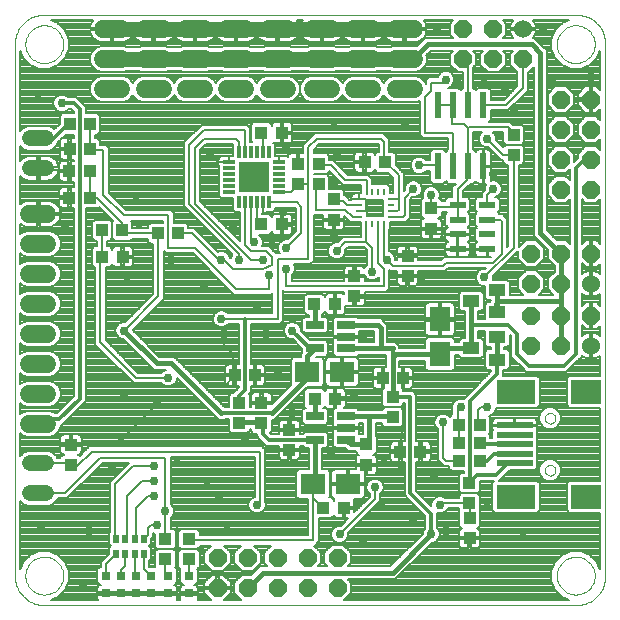
<source format=gtl>
G75*
G70*
%OFA0B0*%
%FSLAX24Y24*%
%IPPOS*%
%LPD*%
%AMOC8*
5,1,8,0,0,1.08239X$1,22.5*
%
%ADD10C,0.0000*%
%ADD11R,0.0591X0.0276*%
%ADD12R,0.0984X0.0787*%
%ADD13R,0.1299X0.0787*%
%ADD14R,0.1220X0.0197*%
%ADD15R,0.0394X0.0433*%
%ADD16R,0.0433X0.0394*%
%ADD17R,0.0413X0.0425*%
%ADD18R,0.0709X0.0846*%
%ADD19R,0.0846X0.0709*%
%ADD20R,0.0315X0.0315*%
%ADD21C,0.0540*%
%ADD22R,0.0551X0.0394*%
%ADD23OC8,0.0600*%
%ADD24R,0.0425X0.0413*%
%ADD25C,0.0600*%
%ADD26R,0.0236X0.0098*%
%ADD27R,0.0098X0.0236*%
%ADD28R,0.0138X0.0394*%
%ADD29R,0.0394X0.0138*%
%ADD30R,0.0984X0.0984*%
%ADD31R,0.0551X0.0236*%
%ADD32R,0.0197X0.0256*%
%ADD33C,0.0600*%
%ADD34R,0.0236X0.0866*%
%ADD35C,0.0079*%
%ADD36C,0.0297*%
%ADD37C,0.0500*%
%ADD38C,0.0160*%
%ADD39C,0.0118*%
%ADD40C,0.0063*%
D10*
X001614Y000834D02*
X019330Y000834D01*
X018700Y001819D02*
X018702Y001869D01*
X018708Y001919D01*
X018718Y001968D01*
X018732Y002016D01*
X018749Y002063D01*
X018770Y002108D01*
X018795Y002152D01*
X018823Y002193D01*
X018855Y002232D01*
X018889Y002269D01*
X018926Y002303D01*
X018966Y002333D01*
X019008Y002360D01*
X019052Y002384D01*
X019098Y002405D01*
X019145Y002421D01*
X019193Y002434D01*
X019243Y002443D01*
X019292Y002448D01*
X019343Y002449D01*
X019393Y002446D01*
X019442Y002439D01*
X019491Y002428D01*
X019539Y002413D01*
X019585Y002395D01*
X019630Y002373D01*
X019673Y002347D01*
X019714Y002318D01*
X019753Y002286D01*
X019789Y002251D01*
X019821Y002213D01*
X019851Y002173D01*
X019878Y002130D01*
X019901Y002086D01*
X019920Y002040D01*
X019936Y001992D01*
X019948Y001943D01*
X019956Y001894D01*
X019960Y001844D01*
X019960Y001794D01*
X019956Y001744D01*
X019948Y001695D01*
X019936Y001646D01*
X019920Y001598D01*
X019901Y001552D01*
X019878Y001508D01*
X019851Y001465D01*
X019821Y001425D01*
X019789Y001387D01*
X019753Y001352D01*
X019714Y001320D01*
X019673Y001291D01*
X019630Y001265D01*
X019585Y001243D01*
X019539Y001225D01*
X019491Y001210D01*
X019442Y001199D01*
X019393Y001192D01*
X019343Y001189D01*
X019292Y001190D01*
X019243Y001195D01*
X019193Y001204D01*
X019145Y001217D01*
X019098Y001233D01*
X019052Y001254D01*
X019008Y001278D01*
X018966Y001305D01*
X018926Y001335D01*
X018889Y001369D01*
X018855Y001406D01*
X018823Y001445D01*
X018795Y001486D01*
X018770Y001530D01*
X018749Y001575D01*
X018732Y001622D01*
X018718Y001670D01*
X018708Y001719D01*
X018702Y001769D01*
X018700Y001819D01*
X019330Y000835D02*
X019392Y000837D01*
X019453Y000843D01*
X019514Y000852D01*
X019575Y000866D01*
X019634Y000883D01*
X019692Y000904D01*
X019749Y000929D01*
X019804Y000957D01*
X019857Y000988D01*
X019908Y001023D01*
X019957Y001061D01*
X020004Y001102D01*
X020047Y001145D01*
X020088Y001192D01*
X020126Y001241D01*
X020161Y001292D01*
X020192Y001345D01*
X020220Y001400D01*
X020245Y001457D01*
X020266Y001515D01*
X020283Y001574D01*
X020297Y001635D01*
X020306Y001696D01*
X020312Y001757D01*
X020314Y001819D01*
X020314Y019535D01*
X018700Y019535D02*
X018702Y019585D01*
X018708Y019635D01*
X018718Y019684D01*
X018732Y019732D01*
X018749Y019779D01*
X018770Y019824D01*
X018795Y019868D01*
X018823Y019909D01*
X018855Y019948D01*
X018889Y019985D01*
X018926Y020019D01*
X018966Y020049D01*
X019008Y020076D01*
X019052Y020100D01*
X019098Y020121D01*
X019145Y020137D01*
X019193Y020150D01*
X019243Y020159D01*
X019292Y020164D01*
X019343Y020165D01*
X019393Y020162D01*
X019442Y020155D01*
X019491Y020144D01*
X019539Y020129D01*
X019585Y020111D01*
X019630Y020089D01*
X019673Y020063D01*
X019714Y020034D01*
X019753Y020002D01*
X019789Y019967D01*
X019821Y019929D01*
X019851Y019889D01*
X019878Y019846D01*
X019901Y019802D01*
X019920Y019756D01*
X019936Y019708D01*
X019948Y019659D01*
X019956Y019610D01*
X019960Y019560D01*
X019960Y019510D01*
X019956Y019460D01*
X019948Y019411D01*
X019936Y019362D01*
X019920Y019314D01*
X019901Y019268D01*
X019878Y019224D01*
X019851Y019181D01*
X019821Y019141D01*
X019789Y019103D01*
X019753Y019068D01*
X019714Y019036D01*
X019673Y019007D01*
X019630Y018981D01*
X019585Y018959D01*
X019539Y018941D01*
X019491Y018926D01*
X019442Y018915D01*
X019393Y018908D01*
X019343Y018905D01*
X019292Y018906D01*
X019243Y018911D01*
X019193Y018920D01*
X019145Y018933D01*
X019098Y018949D01*
X019052Y018970D01*
X019008Y018994D01*
X018966Y019021D01*
X018926Y019051D01*
X018889Y019085D01*
X018855Y019122D01*
X018823Y019161D01*
X018795Y019202D01*
X018770Y019246D01*
X018749Y019291D01*
X018732Y019338D01*
X018718Y019386D01*
X018708Y019435D01*
X018702Y019485D01*
X018700Y019535D01*
X019330Y020519D02*
X019392Y020517D01*
X019453Y020511D01*
X019514Y020502D01*
X019575Y020488D01*
X019634Y020471D01*
X019692Y020450D01*
X019749Y020425D01*
X019804Y020397D01*
X019857Y020366D01*
X019908Y020331D01*
X019957Y020293D01*
X020004Y020252D01*
X020047Y020209D01*
X020088Y020162D01*
X020126Y020113D01*
X020161Y020062D01*
X020192Y020009D01*
X020220Y019954D01*
X020245Y019897D01*
X020266Y019839D01*
X020283Y019780D01*
X020297Y019719D01*
X020306Y019658D01*
X020312Y019597D01*
X020314Y019535D01*
X019330Y020519D02*
X001614Y020519D01*
X000984Y019535D02*
X000986Y019585D01*
X000992Y019635D01*
X001002Y019684D01*
X001016Y019732D01*
X001033Y019779D01*
X001054Y019824D01*
X001079Y019868D01*
X001107Y019909D01*
X001139Y019948D01*
X001173Y019985D01*
X001210Y020019D01*
X001250Y020049D01*
X001292Y020076D01*
X001336Y020100D01*
X001382Y020121D01*
X001429Y020137D01*
X001477Y020150D01*
X001527Y020159D01*
X001576Y020164D01*
X001627Y020165D01*
X001677Y020162D01*
X001726Y020155D01*
X001775Y020144D01*
X001823Y020129D01*
X001869Y020111D01*
X001914Y020089D01*
X001957Y020063D01*
X001998Y020034D01*
X002037Y020002D01*
X002073Y019967D01*
X002105Y019929D01*
X002135Y019889D01*
X002162Y019846D01*
X002185Y019802D01*
X002204Y019756D01*
X002220Y019708D01*
X002232Y019659D01*
X002240Y019610D01*
X002244Y019560D01*
X002244Y019510D01*
X002240Y019460D01*
X002232Y019411D01*
X002220Y019362D01*
X002204Y019314D01*
X002185Y019268D01*
X002162Y019224D01*
X002135Y019181D01*
X002105Y019141D01*
X002073Y019103D01*
X002037Y019068D01*
X001998Y019036D01*
X001957Y019007D01*
X001914Y018981D01*
X001869Y018959D01*
X001823Y018941D01*
X001775Y018926D01*
X001726Y018915D01*
X001677Y018908D01*
X001627Y018905D01*
X001576Y018906D01*
X001527Y018911D01*
X001477Y018920D01*
X001429Y018933D01*
X001382Y018949D01*
X001336Y018970D01*
X001292Y018994D01*
X001250Y019021D01*
X001210Y019051D01*
X001173Y019085D01*
X001139Y019122D01*
X001107Y019161D01*
X001079Y019202D01*
X001054Y019246D01*
X001033Y019291D01*
X001016Y019338D01*
X001002Y019386D01*
X000992Y019435D01*
X000986Y019485D01*
X000984Y019535D01*
X000629Y019535D02*
X000629Y001819D01*
X000984Y001819D02*
X000986Y001869D01*
X000992Y001919D01*
X001002Y001968D01*
X001016Y002016D01*
X001033Y002063D01*
X001054Y002108D01*
X001079Y002152D01*
X001107Y002193D01*
X001139Y002232D01*
X001173Y002269D01*
X001210Y002303D01*
X001250Y002333D01*
X001292Y002360D01*
X001336Y002384D01*
X001382Y002405D01*
X001429Y002421D01*
X001477Y002434D01*
X001527Y002443D01*
X001576Y002448D01*
X001627Y002449D01*
X001677Y002446D01*
X001726Y002439D01*
X001775Y002428D01*
X001823Y002413D01*
X001869Y002395D01*
X001914Y002373D01*
X001957Y002347D01*
X001998Y002318D01*
X002037Y002286D01*
X002073Y002251D01*
X002105Y002213D01*
X002135Y002173D01*
X002162Y002130D01*
X002185Y002086D01*
X002204Y002040D01*
X002220Y001992D01*
X002232Y001943D01*
X002240Y001894D01*
X002244Y001844D01*
X002244Y001794D01*
X002240Y001744D01*
X002232Y001695D01*
X002220Y001646D01*
X002204Y001598D01*
X002185Y001552D01*
X002162Y001508D01*
X002135Y001465D01*
X002105Y001425D01*
X002073Y001387D01*
X002037Y001352D01*
X001998Y001320D01*
X001957Y001291D01*
X001914Y001265D01*
X001869Y001243D01*
X001823Y001225D01*
X001775Y001210D01*
X001726Y001199D01*
X001677Y001192D01*
X001627Y001189D01*
X001576Y001190D01*
X001527Y001195D01*
X001477Y001204D01*
X001429Y001217D01*
X001382Y001233D01*
X001336Y001254D01*
X001292Y001278D01*
X001250Y001305D01*
X001210Y001335D01*
X001173Y001369D01*
X001139Y001406D01*
X001107Y001445D01*
X001079Y001486D01*
X001054Y001530D01*
X001033Y001575D01*
X001016Y001622D01*
X001002Y001670D01*
X000992Y001719D01*
X000986Y001769D01*
X000984Y001819D01*
X000630Y001819D02*
X000632Y001757D01*
X000638Y001696D01*
X000647Y001635D01*
X000661Y001574D01*
X000678Y001515D01*
X000699Y001457D01*
X000724Y001400D01*
X000752Y001345D01*
X000783Y001292D01*
X000818Y001241D01*
X000856Y001192D01*
X000897Y001145D01*
X000940Y001102D01*
X000987Y001061D01*
X001036Y001023D01*
X001087Y000988D01*
X001140Y000957D01*
X001195Y000929D01*
X001252Y000904D01*
X001310Y000883D01*
X001369Y000866D01*
X001430Y000852D01*
X001491Y000843D01*
X001552Y000837D01*
X001614Y000835D01*
X018299Y005334D02*
X018301Y005360D01*
X018307Y005386D01*
X018317Y005411D01*
X018330Y005434D01*
X018346Y005454D01*
X018366Y005472D01*
X018388Y005487D01*
X018411Y005499D01*
X018437Y005507D01*
X018463Y005511D01*
X018489Y005511D01*
X018515Y005507D01*
X018541Y005499D01*
X018565Y005487D01*
X018586Y005472D01*
X018606Y005454D01*
X018622Y005434D01*
X018635Y005411D01*
X018645Y005386D01*
X018651Y005360D01*
X018653Y005334D01*
X018651Y005308D01*
X018645Y005282D01*
X018635Y005257D01*
X018622Y005234D01*
X018606Y005214D01*
X018586Y005196D01*
X018564Y005181D01*
X018541Y005169D01*
X018515Y005161D01*
X018489Y005157D01*
X018463Y005157D01*
X018437Y005161D01*
X018411Y005169D01*
X018387Y005181D01*
X018366Y005196D01*
X018346Y005214D01*
X018330Y005234D01*
X018317Y005257D01*
X018307Y005282D01*
X018301Y005308D01*
X018299Y005334D01*
X018299Y007067D02*
X018301Y007093D01*
X018307Y007119D01*
X018317Y007144D01*
X018330Y007167D01*
X018346Y007187D01*
X018366Y007205D01*
X018388Y007220D01*
X018411Y007232D01*
X018437Y007240D01*
X018463Y007244D01*
X018489Y007244D01*
X018515Y007240D01*
X018541Y007232D01*
X018565Y007220D01*
X018586Y007205D01*
X018606Y007187D01*
X018622Y007167D01*
X018635Y007144D01*
X018645Y007119D01*
X018651Y007093D01*
X018653Y007067D01*
X018651Y007041D01*
X018645Y007015D01*
X018635Y006990D01*
X018622Y006967D01*
X018606Y006947D01*
X018586Y006929D01*
X018564Y006914D01*
X018541Y006902D01*
X018515Y006894D01*
X018489Y006890D01*
X018463Y006890D01*
X018437Y006894D01*
X018411Y006902D01*
X018387Y006914D01*
X018366Y006929D01*
X018346Y006947D01*
X018330Y006967D01*
X018317Y006990D01*
X018307Y007015D01*
X018301Y007041D01*
X018299Y007067D01*
X001614Y020519D02*
X001552Y020517D01*
X001491Y020511D01*
X001430Y020502D01*
X001369Y020488D01*
X001310Y020471D01*
X001252Y020450D01*
X001195Y020425D01*
X001140Y020397D01*
X001087Y020366D01*
X001036Y020331D01*
X000987Y020293D01*
X000940Y020252D01*
X000897Y020209D01*
X000856Y020162D01*
X000818Y020113D01*
X000783Y020062D01*
X000752Y020009D01*
X000724Y019954D01*
X000699Y019897D01*
X000678Y019839D01*
X000661Y019780D01*
X000647Y019719D01*
X000638Y019658D01*
X000632Y019597D01*
X000630Y019535D01*
D11*
X010648Y010177D03*
X010651Y009394D03*
X011674Y009392D03*
X011672Y009787D03*
X011669Y010179D03*
X011672Y007134D03*
X011674Y006741D03*
X011676Y006347D03*
X010653Y006348D03*
X010650Y007131D03*
D12*
X019657Y007952D03*
X019657Y004448D03*
D13*
X017334Y004448D03*
X017334Y007952D03*
D14*
X017295Y006830D03*
X017295Y006515D03*
X017295Y006200D03*
X017295Y005885D03*
X017295Y005570D03*
D15*
X016120Y005658D03*
X016123Y006247D03*
X016122Y006840D03*
X015453Y006840D03*
X015453Y006247D03*
X015451Y005658D03*
X014153Y005952D03*
X013484Y005952D03*
X013562Y008413D03*
X012893Y008413D03*
X008641Y008511D03*
X007972Y008511D03*
X006081Y013230D03*
X005412Y013230D03*
X004212Y013336D03*
X003543Y013336D03*
X003125Y016047D03*
X002456Y016047D03*
X002460Y016877D03*
X003129Y016877D03*
D16*
X011948Y011799D03*
X011948Y011130D03*
X013720Y011819D03*
X013720Y012488D03*
X017263Y015854D03*
X017263Y016523D03*
X013225Y007764D03*
X013225Y007095D03*
X015782Y004906D03*
X015782Y004237D03*
X015787Y003734D03*
X015787Y003065D03*
X009783Y006011D03*
X009783Y006681D03*
X008110Y006897D03*
X008110Y007567D03*
X006436Y003039D03*
X006436Y002370D03*
X005648Y002371D03*
X005648Y003040D03*
X002499Y005520D03*
X002499Y006189D03*
D17*
X003533Y012449D03*
X004222Y012449D03*
X003139Y014420D03*
X002450Y014420D03*
X002450Y015302D03*
X003139Y015302D03*
X008847Y016584D03*
X009536Y016584D03*
X012292Y015603D03*
X012981Y015603D03*
X009536Y013529D03*
X008847Y013529D03*
X010618Y010873D03*
X011307Y010873D03*
X011309Y007724D03*
X010620Y007724D03*
X010913Y004084D03*
X011602Y004084D03*
D18*
X014798Y009201D03*
X014798Y010363D03*
D19*
X011544Y008609D03*
X010383Y008609D03*
X010577Y004868D03*
X011738Y004868D03*
D20*
X006435Y001818D03*
X006435Y001227D03*
X005747Y001228D03*
X005157Y001228D03*
X004664Y001228D03*
X004173Y001228D03*
X003680Y001228D03*
X003680Y001819D03*
X004173Y001819D03*
X004664Y001818D03*
X005157Y001819D03*
X005747Y001819D03*
D21*
X001682Y004564D02*
X001142Y004564D01*
X001142Y005564D02*
X001682Y005564D01*
X001685Y015395D02*
X001145Y015395D01*
X001145Y016395D02*
X001685Y016395D01*
D22*
X015845Y010971D03*
X016711Y011345D03*
X016711Y010597D03*
X016713Y009772D03*
X016713Y009024D03*
X015847Y009398D03*
D23*
X017838Y009488D03*
X017838Y010488D03*
X018838Y010488D03*
X018838Y009488D03*
X019838Y010488D03*
X018838Y011555D03*
X018838Y012555D03*
X019838Y012555D03*
X017838Y012555D03*
X017838Y011555D03*
X018830Y014689D03*
X018830Y015689D03*
X018830Y016689D03*
X018830Y017689D03*
X019830Y017689D03*
X019830Y016689D03*
X019830Y015689D03*
X019830Y014689D03*
X017574Y019035D03*
X016574Y019035D03*
X015574Y019035D03*
X015574Y020035D03*
X016574Y020035D03*
X011390Y002417D03*
X010390Y002417D03*
X009390Y002417D03*
X008390Y002417D03*
X007390Y002417D03*
X007390Y001417D03*
X008390Y001417D03*
X009390Y001417D03*
X010390Y001417D03*
X011390Y001417D03*
D24*
X012343Y005508D03*
X012343Y006197D03*
X008850Y006895D03*
X008850Y007584D03*
X014509Y013383D03*
X014509Y014072D03*
X011259Y014366D03*
X011259Y013677D03*
X010767Y014860D03*
X010767Y015549D03*
X010078Y015549D03*
X010078Y014860D03*
D25*
X009688Y018043D02*
X009088Y018043D01*
X008311Y018043D02*
X007711Y018043D01*
X006933Y018044D02*
X006333Y018044D01*
X005555Y018043D02*
X004955Y018043D01*
X004177Y018042D02*
X003577Y018042D01*
X003577Y019042D02*
X004177Y019042D01*
X004955Y019043D02*
X005555Y019043D01*
X006333Y019044D02*
X006933Y019044D01*
X007711Y019043D02*
X008311Y019043D01*
X009088Y019043D02*
X009688Y019043D01*
X010566Y019043D02*
X011166Y019043D01*
X011943Y019043D02*
X012543Y019043D01*
X013322Y019043D02*
X013922Y019043D01*
X013922Y020043D02*
X013322Y020043D01*
X012543Y020043D02*
X011943Y020043D01*
X011166Y020043D02*
X010566Y020043D01*
X009688Y020043D02*
X009088Y020043D01*
X008311Y020043D02*
X007711Y020043D01*
X006933Y020044D02*
X006333Y020044D01*
X005555Y020043D02*
X004955Y020043D01*
X004177Y020042D02*
X003577Y020042D01*
X001717Y013881D02*
X001117Y013881D01*
X001117Y012881D02*
X001717Y012881D01*
X001717Y011881D02*
X001117Y011881D01*
X001117Y010881D02*
X001717Y010881D01*
X001717Y009881D02*
X001117Y009881D01*
X001117Y008881D02*
X001717Y008881D01*
X001717Y007881D02*
X001117Y007881D01*
X001117Y006881D02*
X001717Y006881D01*
X010566Y018043D02*
X011166Y018043D01*
X011943Y018043D02*
X012543Y018043D01*
X013322Y018043D02*
X013922Y018043D01*
D26*
X013170Y014378D03*
X013170Y014181D03*
X013170Y013984D03*
X013170Y013787D03*
X012107Y013787D03*
X012107Y013984D03*
X012107Y014181D03*
X012107Y014378D03*
D27*
X012362Y014614D03*
X012540Y014614D03*
X012736Y014614D03*
X012933Y014614D03*
X012933Y013551D03*
X012736Y013551D03*
X012540Y013551D03*
X012343Y013551D03*
D28*
X009094Y014260D03*
X008897Y014260D03*
X008700Y014260D03*
X008503Y014260D03*
X008306Y014260D03*
X008110Y014260D03*
X008110Y015953D03*
X008306Y015953D03*
X008503Y015953D03*
X008700Y015953D03*
X008897Y015953D03*
X009094Y015953D03*
D29*
X009448Y015599D03*
X009448Y015402D03*
X009448Y015205D03*
X009448Y015008D03*
X009448Y014811D03*
X009448Y014614D03*
X007755Y014614D03*
X007755Y014811D03*
X007755Y015008D03*
X007755Y015205D03*
X007755Y015402D03*
X007755Y015599D03*
D30*
X008602Y015106D03*
D31*
X015393Y014176D03*
X015393Y013684D03*
X015393Y013192D03*
X015393Y012699D03*
X016377Y012699D03*
X016377Y013192D03*
X016377Y013684D03*
X016377Y014176D03*
D32*
X004940Y003049D03*
X004625Y003049D03*
X004310Y003049D03*
X003995Y003049D03*
X003995Y002557D03*
X004310Y002557D03*
X004625Y002557D03*
X004940Y002557D03*
D33*
X019838Y009488D03*
X019838Y011555D03*
X017574Y020035D03*
D34*
X016241Y017507D03*
X015741Y017507D03*
X015241Y017507D03*
X014741Y017507D03*
X014741Y015460D03*
X015241Y015460D03*
X015741Y015460D03*
X016241Y015460D03*
D35*
X016222Y015441D02*
X016261Y015441D01*
X016261Y015480D01*
X016222Y015480D01*
X016222Y016033D01*
X016105Y016033D01*
X016070Y016023D01*
X016038Y016005D01*
X016012Y015979D01*
X015996Y015952D01*
X015919Y016029D01*
X015919Y016602D01*
X016189Y016602D01*
X016134Y016548D01*
X016091Y016442D01*
X016091Y016328D01*
X016134Y016223D01*
X016215Y016143D01*
X016320Y016099D01*
X016413Y016099D01*
X016835Y015677D01*
X016909Y015677D01*
X016909Y015600D01*
X016990Y015519D01*
X017086Y015519D01*
X017086Y012817D01*
X017047Y012778D01*
X017047Y013703D01*
X016943Y013807D01*
X016889Y013861D01*
X016788Y013861D01*
X016720Y013930D01*
X016790Y014001D01*
X016790Y014351D01*
X017086Y014351D01*
X017086Y014274D02*
X016790Y014274D01*
X016790Y014351D02*
X016710Y014432D01*
X016646Y014432D01*
X016736Y014469D01*
X016817Y014550D01*
X016861Y014655D01*
X016861Y014769D01*
X016817Y014875D01*
X016736Y014955D01*
X016631Y014999D01*
X016517Y014999D01*
X016494Y014989D01*
X016499Y015009D01*
X016499Y015441D01*
X016261Y015441D01*
X016261Y014888D01*
X016345Y014888D01*
X016331Y014875D01*
X016288Y014769D01*
X016288Y014676D01*
X016200Y014589D01*
X016200Y014432D01*
X016044Y014432D01*
X015964Y014351D01*
X015964Y014001D01*
X016035Y013930D01*
X015964Y013859D01*
X015964Y013509D01*
X016035Y013438D01*
X015964Y013367D01*
X015964Y013016D01*
X016038Y012942D01*
X016016Y012929D01*
X015990Y012903D01*
X015972Y012871D01*
X015962Y012836D01*
X015962Y012719D01*
X016357Y012719D01*
X016357Y012680D01*
X015962Y012680D01*
X015962Y012563D01*
X015972Y012528D01*
X015990Y012496D01*
X016016Y012470D01*
X016048Y012451D01*
X016083Y012442D01*
X016357Y012442D01*
X016357Y012680D01*
X016397Y012680D01*
X016397Y012442D01*
X016514Y012442D01*
X016501Y012429D01*
X014926Y012429D01*
X014828Y012330D01*
X014076Y012330D01*
X014076Y012448D01*
X013759Y012448D01*
X013759Y012527D01*
X013680Y012527D01*
X013680Y012448D01*
X013364Y012448D01*
X013364Y012330D01*
X013317Y012330D01*
X013317Y012407D01*
X013274Y012512D01*
X013193Y012593D01*
X013110Y012627D01*
X013110Y013366D01*
X013120Y013376D01*
X013120Y013600D01*
X013345Y013600D01*
X013355Y013610D01*
X013656Y013610D01*
X013695Y013649D01*
X013799Y013753D01*
X013799Y014344D01*
X013881Y014426D01*
X013974Y014426D01*
X014079Y014469D01*
X014160Y014550D01*
X014203Y014655D01*
X014203Y014769D01*
X014160Y014875D01*
X014079Y014955D01*
X013974Y014999D01*
X013860Y014999D01*
X013754Y014955D01*
X013674Y014875D01*
X013630Y014769D01*
X013630Y014676D01*
X013601Y014647D01*
X013602Y015086D01*
X013602Y015086D01*
X013602Y015160D01*
X013602Y015233D01*
X013602Y015233D01*
X013602Y015233D01*
X013550Y015285D01*
X013498Y015337D01*
X013326Y015509D01*
X013326Y015873D01*
X013245Y015954D01*
X013110Y015954D01*
X013110Y016360D01*
X013006Y016464D01*
X012907Y016563D01*
X010702Y016563D01*
X010629Y016563D01*
X010629Y016563D01*
X010629Y016563D01*
X010578Y016512D01*
X010337Y016271D01*
X010286Y016220D01*
X010234Y016168D01*
X010234Y016168D01*
X010234Y016168D01*
X010234Y016094D01*
X010234Y016021D01*
X010234Y015895D01*
X010117Y015895D01*
X010117Y015589D01*
X010038Y015589D01*
X010038Y015895D01*
X009847Y015895D01*
X009811Y015886D01*
X009779Y015868D01*
X009753Y015842D01*
X009735Y015810D01*
X009727Y015781D01*
X009699Y015797D01*
X009663Y015807D01*
X009448Y015807D01*
X009301Y015807D01*
X009301Y016207D01*
X009253Y016254D01*
X009275Y016241D01*
X009311Y016232D01*
X009497Y016232D01*
X009497Y016544D01*
X009575Y016544D01*
X009575Y016232D01*
X009761Y016232D01*
X009796Y016241D01*
X009828Y016260D01*
X009854Y016285D01*
X009873Y016317D01*
X009882Y016353D01*
X009882Y016544D01*
X009575Y016544D01*
X009575Y016623D01*
X009497Y016623D01*
X009497Y016936D01*
X009311Y016936D01*
X009275Y016926D01*
X009244Y016908D01*
X009218Y016882D01*
X009199Y016850D01*
X009191Y016820D01*
X009191Y016853D01*
X009111Y016934D01*
X008583Y016934D01*
X008503Y016853D01*
X008503Y016314D01*
X008529Y016288D01*
X008484Y016288D01*
X008484Y016754D01*
X008380Y016858D01*
X006855Y016858D01*
X006363Y016366D01*
X006259Y016262D01*
X006259Y014147D01*
X007880Y012526D01*
X007867Y012512D01*
X007823Y012407D01*
X007823Y012395D01*
X007802Y012416D01*
X007762Y012512D01*
X007681Y012593D01*
X007576Y012637D01*
X007462Y012637D01*
X007407Y012614D01*
X006712Y013309D01*
X006608Y013413D01*
X006415Y013413D01*
X006415Y013504D01*
X006335Y013585D01*
X005925Y013585D01*
X005925Y013900D01*
X005821Y014004D01*
X004344Y014004D01*
X003759Y014589D01*
X003759Y016065D01*
X003655Y016169D01*
X003460Y016169D01*
X003460Y016320D01*
X003379Y016401D01*
X003302Y016401D01*
X003302Y016523D01*
X003383Y016523D01*
X003464Y016604D01*
X003464Y017151D01*
X003383Y017232D01*
X002991Y017232D01*
X002991Y017451D01*
X002876Y017567D01*
X002679Y017763D01*
X002412Y017763D01*
X002366Y017809D01*
X002261Y017853D01*
X002147Y017853D01*
X002042Y017809D01*
X001961Y017729D01*
X001918Y017624D01*
X001918Y017510D01*
X001961Y017404D01*
X002042Y017324D01*
X002147Y017280D01*
X002261Y017280D01*
X002366Y017324D01*
X002412Y017370D01*
X002516Y017370D01*
X002598Y017288D01*
X002598Y017232D01*
X002206Y017232D01*
X002125Y017151D01*
X002125Y016880D01*
X001951Y016706D01*
X001916Y016741D01*
X001766Y016803D01*
X001063Y016803D01*
X000914Y016741D01*
X000819Y016646D01*
X000819Y019313D01*
X000919Y019071D01*
X001149Y018840D01*
X001451Y018716D01*
X001776Y018716D01*
X002078Y018840D01*
X002308Y019071D01*
X002433Y019372D01*
X002433Y019698D01*
X002308Y019999D01*
X002078Y020230D01*
X001835Y020330D01*
X003243Y020330D01*
X003241Y020328D01*
X003201Y020272D01*
X003169Y020211D01*
X003148Y020145D01*
X003138Y020081D01*
X003837Y020081D01*
X003837Y020003D01*
X003138Y020003D01*
X003148Y019939D01*
X003169Y019873D01*
X003201Y019812D01*
X003241Y019756D01*
X003290Y019707D01*
X003346Y019666D01*
X003408Y019635D01*
X003474Y019614D01*
X003542Y019603D01*
X003837Y019603D01*
X003837Y020003D01*
X003916Y020003D01*
X003916Y020081D01*
X004615Y020081D01*
X004615Y020083D01*
X005216Y020083D01*
X005216Y020004D01*
X005294Y020004D01*
X005294Y019604D01*
X005589Y019604D01*
X005658Y019615D01*
X005724Y019636D01*
X005785Y019668D01*
X005841Y019708D01*
X005890Y019757D01*
X005931Y019813D01*
X005944Y019839D01*
X005957Y019814D01*
X005998Y019758D01*
X006047Y019709D01*
X006103Y019668D01*
X006164Y019637D01*
X006230Y019615D01*
X006298Y019605D01*
X006594Y019605D01*
X006594Y020005D01*
X006672Y020005D01*
X006672Y019605D01*
X006968Y019605D01*
X007036Y019615D01*
X007102Y019637D01*
X007163Y019668D01*
X007219Y019709D01*
X007268Y019758D01*
X007309Y019814D01*
X007322Y019840D01*
X007336Y019813D01*
X007376Y019757D01*
X007425Y019708D01*
X007481Y019667D01*
X007543Y019636D01*
X007609Y019615D01*
X007677Y019604D01*
X007972Y019604D01*
X007972Y020004D01*
X007371Y020004D01*
X007372Y020005D01*
X006672Y020005D01*
X006672Y020083D01*
X007273Y020083D01*
X007273Y020082D01*
X007972Y020082D01*
X007972Y020004D01*
X008051Y020004D01*
X008051Y020082D01*
X008650Y020082D01*
X009349Y020082D01*
X009349Y020004D01*
X008750Y020004D01*
X008051Y020004D01*
X008051Y019604D01*
X008346Y019604D01*
X008414Y019615D01*
X008480Y019636D01*
X008542Y019667D01*
X008598Y019708D01*
X008647Y019757D01*
X008687Y019813D01*
X008700Y019838D01*
X008713Y019813D01*
X008753Y019757D01*
X008802Y019708D01*
X008858Y019667D01*
X008920Y019636D01*
X008985Y019614D01*
X009054Y019604D01*
X009349Y019604D01*
X009428Y019604D01*
X009723Y019604D01*
X013285Y019604D01*
X013287Y019603D02*
X013582Y019603D01*
X013582Y020003D01*
X013661Y020003D01*
X013661Y019603D01*
X013956Y019603D01*
X014025Y019614D01*
X014090Y019636D01*
X014152Y019667D01*
X014208Y019708D01*
X014257Y019756D01*
X014297Y019812D01*
X014329Y019874D01*
X014350Y019940D01*
X014360Y020003D01*
X013661Y020003D01*
X013661Y020082D01*
X014360Y020082D01*
X014350Y020146D01*
X014329Y020211D01*
X014297Y020273D01*
X014257Y020329D01*
X014256Y020330D01*
X015250Y020330D01*
X015136Y020216D01*
X015136Y019854D01*
X015237Y019753D01*
X014319Y019753D01*
X014035Y019470D01*
X014009Y019480D01*
X013235Y019480D01*
X013114Y019431D01*
X012752Y019431D01*
X012630Y019481D01*
X011856Y019481D01*
X011735Y019431D01*
X011374Y019431D01*
X011253Y019481D01*
X010479Y019481D01*
X010357Y019431D01*
X009896Y019431D01*
X009775Y019481D01*
X009001Y019481D01*
X008880Y019431D01*
X008520Y019431D01*
X008399Y019481D01*
X007624Y019481D01*
X007503Y019431D01*
X007143Y019431D01*
X007020Y019482D01*
X006246Y019482D01*
X006123Y019431D01*
X005764Y019431D01*
X005642Y019481D01*
X004868Y019481D01*
X004746Y019431D01*
X004382Y019431D01*
X004264Y019480D01*
X003490Y019480D01*
X003329Y019413D01*
X003205Y019290D01*
X003139Y019129D01*
X003139Y018955D01*
X003205Y018794D01*
X003329Y018671D01*
X003490Y018604D01*
X004264Y018604D01*
X004386Y018655D01*
X004748Y018655D01*
X004868Y018606D01*
X005642Y018606D01*
X005762Y018655D01*
X006128Y018655D01*
X006246Y018606D01*
X007020Y018606D01*
X007138Y018655D01*
X007504Y018655D01*
X007624Y018605D01*
X008399Y018605D01*
X008519Y018655D01*
X008881Y018655D01*
X009001Y018605D01*
X009775Y018605D01*
X009896Y018655D01*
X010359Y018655D01*
X010479Y018605D01*
X011253Y018605D01*
X011373Y018655D01*
X011736Y018655D01*
X011856Y018605D01*
X012630Y018605D01*
X012750Y018655D01*
X013113Y018655D01*
X013235Y018605D01*
X014009Y018605D01*
X014170Y018672D01*
X014293Y018795D01*
X014359Y018956D01*
X014359Y019130D01*
X014345Y019164D01*
X014499Y019317D01*
X015237Y019317D01*
X015136Y019216D01*
X015136Y018854D01*
X015393Y018597D01*
X015564Y018597D01*
X015564Y018076D01*
X015491Y018004D01*
X015417Y018078D01*
X015083Y018078D01*
X015162Y018111D01*
X015242Y018192D01*
X015286Y018297D01*
X015286Y018411D01*
X015242Y018516D01*
X015162Y018597D01*
X015056Y018640D01*
X014942Y018640D01*
X014837Y018597D01*
X014756Y018516D01*
X014722Y018433D01*
X014434Y018433D01*
X014330Y018329D01*
X014330Y018201D01*
X014293Y018291D01*
X014170Y018414D01*
X014009Y018480D01*
X013235Y018480D01*
X013074Y018414D01*
X012951Y018291D01*
X012933Y018248D01*
X012915Y018291D01*
X012950Y018291D01*
X012915Y018291D02*
X012791Y018414D01*
X012630Y018481D01*
X011856Y018481D01*
X011695Y018414D01*
X011572Y018291D01*
X011555Y018249D01*
X011537Y018291D01*
X011414Y018414D01*
X011253Y018481D01*
X010479Y018481D01*
X010318Y018414D01*
X010195Y018291D01*
X010128Y018130D01*
X010128Y017956D01*
X010195Y017795D01*
X010318Y017672D01*
X010479Y017605D01*
X011253Y017605D01*
X011414Y017672D01*
X011537Y017795D01*
X011555Y017838D01*
X011572Y017795D01*
X011695Y017672D01*
X011856Y017605D01*
X012630Y017605D01*
X012791Y017672D01*
X012915Y017795D01*
X012932Y017838D01*
X012951Y017795D01*
X013074Y017672D01*
X013235Y017605D01*
X014009Y017605D01*
X014133Y017656D01*
X014133Y016509D01*
X014237Y016405D01*
X015064Y016405D01*
X015064Y016029D01*
X014991Y015956D01*
X014917Y016031D01*
X014566Y016031D01*
X014486Y015950D01*
X014486Y015677D01*
X014342Y015677D01*
X014276Y015743D01*
X014171Y015786D01*
X014057Y015786D01*
X013951Y015743D01*
X013871Y015662D01*
X013827Y015557D01*
X013827Y015443D01*
X013871Y015337D01*
X013951Y015257D01*
X014057Y015213D01*
X014171Y015213D01*
X014276Y015257D01*
X014342Y015322D01*
X014486Y015322D01*
X014486Y014970D01*
X014566Y014889D01*
X014917Y014889D01*
X014991Y014964D01*
X015066Y014889D01*
X015320Y014889D01*
X015216Y014785D01*
X015216Y014432D01*
X015060Y014432D01*
X014979Y014351D01*
X014979Y014299D01*
X014859Y014299D01*
X014859Y014336D01*
X014778Y014417D01*
X014777Y014417D01*
X014794Y014458D01*
X014794Y014572D01*
X014750Y014678D01*
X014670Y014758D01*
X014564Y014802D01*
X014450Y014802D01*
X014345Y014758D01*
X014264Y014678D01*
X014221Y014572D01*
X014221Y014458D01*
X014238Y014416D01*
X014158Y014336D01*
X014158Y013809D01*
X014239Y013728D01*
X014272Y013728D01*
X014242Y013720D01*
X014210Y013702D01*
X014184Y013676D01*
X014166Y013644D01*
X014157Y013609D01*
X014157Y013423D01*
X014469Y013423D01*
X014469Y013344D01*
X014157Y013344D01*
X014157Y013158D01*
X014166Y013123D01*
X014184Y013091D01*
X014210Y013065D01*
X014242Y013047D01*
X014278Y013037D01*
X014469Y013037D01*
X014469Y013344D01*
X014548Y013344D01*
X014548Y013423D01*
X014860Y013423D01*
X014860Y013609D01*
X014851Y013644D01*
X014833Y013676D01*
X014807Y013702D01*
X014775Y013720D01*
X014745Y013728D01*
X014778Y013728D01*
X014859Y013809D01*
X014859Y013944D01*
X015036Y013944D01*
X015050Y013930D01*
X014979Y013859D01*
X014979Y013509D01*
X015054Y013434D01*
X015032Y013421D01*
X015006Y013395D01*
X014987Y013363D01*
X014978Y013328D01*
X014978Y013211D01*
X015373Y013211D01*
X015373Y013172D01*
X014978Y013172D01*
X014978Y013055D01*
X014987Y013020D01*
X015006Y012988D01*
X015032Y012962D01*
X015060Y012946D01*
X015032Y012929D01*
X015006Y012903D01*
X014987Y012871D01*
X014978Y012836D01*
X014978Y012719D01*
X015373Y012719D01*
X015373Y012680D01*
X014978Y012680D01*
X014978Y012563D01*
X014987Y012528D01*
X015006Y012496D01*
X015032Y012470D01*
X015063Y012451D01*
X015099Y012442D01*
X015373Y012442D01*
X015373Y012680D01*
X015412Y012680D01*
X015412Y012442D01*
X015687Y012442D01*
X015722Y012451D01*
X015754Y012470D01*
X015780Y012496D01*
X015798Y012528D01*
X015808Y012563D01*
X015808Y012680D01*
X015413Y012680D01*
X015413Y012719D01*
X015808Y012719D01*
X015808Y012836D01*
X015798Y012871D01*
X015780Y012903D01*
X015754Y012929D01*
X015726Y012946D01*
X015754Y012962D01*
X015780Y012988D01*
X015798Y013020D01*
X015808Y013055D01*
X015808Y013172D01*
X015413Y013172D01*
X015413Y013211D01*
X015808Y013211D01*
X015808Y013328D01*
X015798Y013363D01*
X015780Y013395D01*
X015754Y013421D01*
X015732Y013434D01*
X015806Y013509D01*
X015806Y013859D01*
X015735Y013930D01*
X015806Y014001D01*
X015806Y014351D01*
X015725Y014432D01*
X015570Y014432D01*
X015570Y014639D01*
X015762Y014830D01*
X015821Y014889D01*
X015917Y014889D01*
X015996Y014969D01*
X016012Y014942D01*
X016038Y014916D01*
X016070Y014897D01*
X016105Y014888D01*
X016222Y014888D01*
X016222Y015441D01*
X016222Y015433D02*
X016261Y015433D01*
X016261Y015480D02*
X016499Y015480D01*
X016499Y015912D01*
X016489Y015947D01*
X016471Y015979D01*
X016445Y016005D01*
X016413Y016023D01*
X016378Y016033D01*
X016261Y016033D01*
X016261Y015480D01*
X016261Y015510D02*
X016222Y015510D01*
X016222Y015587D02*
X016261Y015587D01*
X016261Y015664D02*
X016222Y015664D01*
X016222Y015742D02*
X016261Y015742D01*
X016261Y015819D02*
X016222Y015819D01*
X016222Y015896D02*
X016261Y015896D01*
X016261Y015973D02*
X016222Y015973D01*
X016250Y016128D02*
X015919Y016128D01*
X015919Y016205D02*
X016152Y016205D01*
X016110Y016282D02*
X015919Y016282D01*
X015919Y016360D02*
X016091Y016360D01*
X016091Y016437D02*
X015919Y016437D01*
X015919Y016514D02*
X016120Y016514D01*
X016178Y016591D02*
X015919Y016591D01*
X015741Y016726D02*
X015795Y016779D01*
X017066Y016779D01*
X017322Y016523D01*
X017263Y016523D01*
X017617Y016514D02*
X017931Y016514D01*
X017931Y016437D02*
X017617Y016437D01*
X017617Y016360D02*
X017931Y016360D01*
X017931Y016282D02*
X017617Y016282D01*
X017617Y016269D02*
X017617Y016777D01*
X017537Y016858D01*
X017238Y016858D01*
X017140Y016956D01*
X016436Y016956D01*
X016497Y017017D01*
X016497Y017330D01*
X017081Y017330D01*
X017632Y017881D01*
X017736Y017985D01*
X017736Y018597D01*
X017755Y018597D01*
X017931Y018773D01*
X017931Y013153D01*
X018400Y012685D01*
X018400Y012373D01*
X018620Y012153D01*
X018620Y011956D01*
X018400Y011736D01*
X018400Y011373D01*
X018584Y011190D01*
X018092Y011190D01*
X018276Y011373D01*
X018276Y011736D01*
X018019Y011993D01*
X017657Y011993D01*
X017400Y011736D01*
X017400Y011373D01*
X017584Y011190D01*
X017125Y011190D01*
X017125Y011598D01*
X017044Y011679D01*
X016556Y011679D01*
X016565Y011702D01*
X016565Y011795D01*
X017400Y012630D01*
X017400Y012373D01*
X017657Y012117D01*
X018019Y012117D01*
X018276Y012373D01*
X018276Y012736D01*
X018019Y012993D01*
X017657Y012993D01*
X017440Y012776D01*
X017440Y015519D01*
X017537Y015519D01*
X017617Y015600D01*
X017617Y016108D01*
X017537Y016189D01*
X017617Y016269D01*
X017553Y016205D02*
X017931Y016205D01*
X017931Y016128D02*
X017597Y016128D01*
X017617Y016051D02*
X017931Y016051D01*
X017931Y015973D02*
X017617Y015973D01*
X017617Y015896D02*
X017931Y015896D01*
X017931Y015819D02*
X017617Y015819D01*
X017617Y015742D02*
X017931Y015742D01*
X017931Y015664D02*
X017617Y015664D01*
X017605Y015587D02*
X017931Y015587D01*
X017931Y015510D02*
X017440Y015510D01*
X017440Y015433D02*
X017931Y015433D01*
X017931Y015355D02*
X017440Y015355D01*
X017440Y015278D02*
X017931Y015278D01*
X017931Y015201D02*
X017440Y015201D01*
X017440Y015124D02*
X017931Y015124D01*
X017931Y015046D02*
X017440Y015046D01*
X017440Y014969D02*
X017931Y014969D01*
X017931Y014892D02*
X017440Y014892D01*
X017440Y014815D02*
X017931Y014815D01*
X017931Y014738D02*
X017440Y014738D01*
X017440Y014660D02*
X017931Y014660D01*
X017931Y014583D02*
X017440Y014583D01*
X017440Y014506D02*
X017931Y014506D01*
X017931Y014429D02*
X017440Y014429D01*
X017440Y014351D02*
X017931Y014351D01*
X017931Y014274D02*
X017440Y014274D01*
X017440Y014197D02*
X017931Y014197D01*
X017931Y014120D02*
X017440Y014120D01*
X017440Y014042D02*
X017931Y014042D01*
X017931Y013965D02*
X017440Y013965D01*
X017440Y013888D02*
X017931Y013888D01*
X017931Y013811D02*
X017440Y013811D01*
X017440Y013733D02*
X017931Y013733D01*
X017931Y013656D02*
X017440Y013656D01*
X017440Y013579D02*
X017931Y013579D01*
X017931Y013502D02*
X017440Y013502D01*
X017440Y013424D02*
X017931Y013424D01*
X017931Y013347D02*
X017440Y013347D01*
X017440Y013270D02*
X017931Y013270D01*
X017931Y013193D02*
X017440Y013193D01*
X017440Y013115D02*
X017969Y013115D01*
X018046Y013038D02*
X017440Y013038D01*
X017440Y012961D02*
X017625Y012961D01*
X017548Y012884D02*
X017440Y012884D01*
X017440Y012807D02*
X017471Y012807D01*
X017263Y012744D02*
X016279Y011759D01*
X016172Y011493D02*
X013993Y011493D01*
X013990Y011492D02*
X014022Y011510D01*
X014048Y011536D01*
X014066Y011568D01*
X014076Y011603D01*
X014076Y011779D01*
X013759Y011779D01*
X013759Y011482D01*
X013955Y011482D01*
X013990Y011492D01*
X014067Y011571D02*
X016062Y011571D01*
X016036Y011597D02*
X016117Y011517D01*
X016222Y011473D01*
X016298Y011473D01*
X016298Y011091D01*
X016379Y011010D01*
X016493Y011010D01*
X016493Y011003D01*
X016455Y010964D01*
X016455Y010931D01*
X016379Y010931D01*
X016298Y010850D01*
X016298Y010381D01*
X016065Y010381D01*
X016065Y010636D01*
X016178Y010636D01*
X016259Y010717D01*
X016259Y011224D01*
X016178Y011305D01*
X015512Y011305D01*
X015432Y011224D01*
X015432Y010717D01*
X015512Y010636D01*
X015629Y010636D01*
X015629Y009733D01*
X015514Y009733D01*
X015434Y009652D01*
X015434Y009616D01*
X015291Y009616D01*
X015291Y009682D01*
X015210Y009762D01*
X014387Y009762D01*
X014306Y009682D01*
X014306Y009419D01*
X013443Y009419D01*
X013443Y009491D01*
X013315Y009618D01*
X013052Y009617D01*
X013052Y010176D01*
X012953Y010275D01*
X012826Y010402D01*
X012074Y010402D01*
X012022Y010455D01*
X011317Y010455D01*
X011236Y010374D01*
X011236Y009984D01*
X011246Y009975D01*
X011237Y009943D01*
X011237Y009816D01*
X011642Y009816D01*
X011642Y009757D01*
X011237Y009757D01*
X011237Y009630D01*
X011247Y009595D01*
X011247Y009594D01*
X011241Y009587D01*
X011241Y009197D01*
X011321Y009116D01*
X012026Y009116D01*
X012084Y009174D01*
X012919Y009174D01*
X012924Y009179D01*
X012926Y009181D01*
X013010Y009181D01*
X013010Y008769D01*
X012932Y008769D01*
X012932Y008452D01*
X012854Y008452D01*
X012854Y008374D01*
X012557Y008374D01*
X012557Y008178D01*
X012566Y008143D01*
X012585Y008111D01*
X012611Y008085D01*
X012642Y008067D01*
X012678Y008057D01*
X012854Y008057D01*
X012854Y008374D01*
X012932Y008374D01*
X012932Y008080D01*
X012871Y008018D01*
X012871Y007510D01*
X012952Y007430D01*
X013499Y007430D01*
X013580Y007510D01*
X013580Y007567D01*
X013621Y007567D01*
X013621Y006308D01*
X013523Y006308D01*
X013523Y005992D01*
X013444Y005992D01*
X013444Y006308D01*
X013268Y006308D01*
X013233Y006299D01*
X013201Y006280D01*
X013175Y006254D01*
X013157Y006223D01*
X013147Y006187D01*
X013147Y005992D01*
X013444Y005992D01*
X013444Y005913D01*
X013147Y005913D01*
X013147Y005717D01*
X013157Y005682D01*
X013175Y005650D01*
X013201Y005624D01*
X013233Y005606D01*
X013268Y005596D01*
X013444Y005596D01*
X013444Y005913D01*
X013523Y005913D01*
X013523Y005596D01*
X013621Y005596D01*
X013621Y004493D01*
X013737Y004378D01*
X014310Y003804D01*
X014310Y003405D01*
X014264Y003359D01*
X014221Y003253D01*
X014221Y003218D01*
X013137Y002135D01*
X011727Y002135D01*
X011828Y002235D01*
X011828Y002598D01*
X011571Y002854D01*
X011208Y002854D01*
X010952Y002598D01*
X010952Y002235D01*
X011053Y002135D01*
X010727Y002135D01*
X010828Y002235D01*
X010828Y002598D01*
X010603Y002822D01*
X010644Y002822D01*
X010747Y002926D01*
X010754Y002933D01*
X010754Y003734D01*
X011177Y003734D01*
X011258Y003815D01*
X011258Y003847D01*
X011258Y003847D01*
X011266Y003818D01*
X011284Y003786D01*
X011310Y003760D01*
X011342Y003742D01*
X011377Y003732D01*
X011563Y003732D01*
X011563Y004045D01*
X011641Y004045D01*
X011641Y003732D01*
X011752Y003732D01*
X011503Y003483D01*
X011399Y003483D01*
X011294Y003439D01*
X011213Y003359D01*
X011170Y003253D01*
X011170Y003139D01*
X011213Y003034D01*
X011294Y002954D01*
X011399Y002910D01*
X011513Y002910D01*
X011618Y002954D01*
X011699Y003034D01*
X011743Y003139D01*
X011743Y003244D01*
X012806Y004307D01*
X012806Y004535D01*
X012880Y004609D01*
X012924Y004714D01*
X012924Y004828D01*
X012880Y004934D01*
X012799Y005014D01*
X012694Y005058D01*
X012580Y005058D01*
X012475Y005014D01*
X012394Y004934D01*
X012351Y004828D01*
X012351Y004714D01*
X012394Y004609D01*
X012468Y004535D01*
X012468Y004448D01*
X011948Y003928D01*
X011948Y004045D01*
X011641Y004045D01*
X011641Y004124D01*
X011948Y004124D01*
X011948Y004315D01*
X011939Y004351D01*
X011925Y004375D01*
X012180Y004375D01*
X012215Y004384D01*
X012247Y004402D01*
X012273Y004428D01*
X012291Y004460D01*
X012301Y004496D01*
X012301Y004829D01*
X011778Y004829D01*
X011778Y004908D01*
X011699Y004908D01*
X011699Y005362D01*
X011297Y005362D01*
X011261Y005352D01*
X011229Y005334D01*
X011204Y005308D01*
X011185Y005276D01*
X011176Y005241D01*
X011176Y004908D01*
X011699Y004908D01*
X011699Y004829D01*
X011176Y004829D01*
X011176Y004496D01*
X011185Y004460D01*
X011204Y004428D01*
X011229Y004402D01*
X011261Y004384D01*
X011282Y004379D01*
X011266Y004351D01*
X011258Y004321D01*
X011258Y004354D01*
X011177Y004435D01*
X011116Y004435D01*
X011138Y004457D01*
X011138Y005280D01*
X011057Y005360D01*
X010871Y005360D01*
X010871Y006073D01*
X011006Y006073D01*
X011086Y006153D01*
X011086Y006543D01*
X011006Y006624D01*
X010301Y006624D01*
X010222Y006545D01*
X010139Y006545D01*
X010139Y006641D01*
X009822Y006641D01*
X009822Y006720D01*
X009743Y006720D01*
X009743Y006641D01*
X009427Y006641D01*
X009427Y006545D01*
X009173Y006545D01*
X009143Y006575D01*
X009200Y006632D01*
X009200Y007014D01*
X009282Y007014D01*
X010386Y008117D01*
X010863Y008117D01*
X010944Y008198D01*
X010944Y009021D01*
X010863Y009101D01*
X010667Y009101D01*
X010683Y009118D01*
X011003Y009118D01*
X011084Y009199D01*
X011084Y009588D01*
X011003Y009669D01*
X010478Y009669D01*
X010168Y009980D01*
X010168Y010045D01*
X010124Y010150D01*
X010044Y010231D01*
X009938Y010274D01*
X009824Y010274D01*
X009719Y010231D01*
X009638Y010150D01*
X009595Y010045D01*
X009595Y009931D01*
X009638Y009825D01*
X009719Y009745D01*
X009824Y009701D01*
X009889Y009701D01*
X010218Y009373D01*
X010218Y009269D01*
X010165Y009216D01*
X010165Y009101D01*
X009903Y009101D01*
X009822Y009021D01*
X009822Y008198D01*
X009836Y008184D01*
X009197Y007545D01*
X008889Y007545D01*
X008889Y007624D01*
X008810Y007624D01*
X008810Y007930D01*
X008619Y007930D01*
X008583Y007921D01*
X008552Y007902D01*
X008526Y007877D01*
X008507Y007845D01*
X008498Y007809D01*
X008498Y007624D01*
X008810Y007624D01*
X008810Y007545D01*
X008498Y007545D01*
X008498Y007429D01*
X008464Y007429D01*
X008464Y007820D01*
X008425Y007859D01*
X008503Y007938D01*
X008503Y008156D01*
X008602Y008156D01*
X008602Y008472D01*
X008680Y008472D01*
X008680Y008156D01*
X008856Y008156D01*
X008892Y008165D01*
X008924Y008183D01*
X008949Y008209D01*
X008968Y008241D01*
X008977Y008277D01*
X008977Y008472D01*
X008680Y008472D01*
X008680Y008551D01*
X008602Y008551D01*
X008602Y008867D01*
X008680Y008867D01*
X008680Y008551D01*
X008977Y008551D01*
X008977Y008746D01*
X008968Y008782D01*
X008949Y008814D01*
X008924Y008839D01*
X008892Y008858D01*
X008856Y008867D01*
X008680Y008867D01*
X008680Y008790D02*
X008602Y008790D01*
X008602Y008713D02*
X008680Y008713D01*
X008680Y008636D02*
X008602Y008636D01*
X008602Y008558D02*
X008680Y008558D01*
X008680Y008481D02*
X009822Y008481D01*
X009822Y008404D02*
X008977Y008404D01*
X008977Y008327D02*
X009822Y008327D01*
X009822Y008249D02*
X008970Y008249D01*
X008904Y008172D02*
X009824Y008172D01*
X009747Y008095D02*
X008503Y008095D01*
X008503Y008018D02*
X009670Y008018D01*
X009593Y007940D02*
X008503Y007940D01*
X008518Y007863D02*
X008429Y007863D01*
X008464Y007786D02*
X008498Y007786D01*
X008498Y007709D02*
X008464Y007709D01*
X008464Y007631D02*
X008498Y007631D01*
X008464Y007554D02*
X008810Y007554D01*
X008810Y007631D02*
X008889Y007631D01*
X008889Y007624D02*
X008889Y007930D01*
X009081Y007930D01*
X009116Y007921D01*
X009148Y007902D01*
X009174Y007877D01*
X009192Y007845D01*
X009202Y007809D01*
X009202Y007624D01*
X008889Y007624D01*
X008889Y007554D02*
X009207Y007554D01*
X009202Y007631D02*
X009284Y007631D01*
X009361Y007709D02*
X009202Y007709D01*
X009202Y007786D02*
X009438Y007786D01*
X009515Y007863D02*
X009182Y007863D01*
X008889Y007863D02*
X008810Y007863D01*
X008810Y007786D02*
X008889Y007786D01*
X008889Y007709D02*
X008810Y007709D01*
X008498Y007477D02*
X008464Y007477D01*
X007949Y007940D02*
X007119Y007940D01*
X007196Y007863D02*
X007798Y007863D01*
X007836Y007901D02*
X007755Y007820D01*
X007755Y007429D01*
X007630Y007429D01*
X006064Y008995D01*
X005936Y009123D01*
X005444Y009123D01*
X004558Y010009D01*
X004558Y010024D01*
X005589Y011055D01*
X005589Y012652D01*
X005674Y012567D01*
X006560Y012567D01*
X007938Y011189D01*
X009167Y011189D01*
X009211Y011233D01*
X009212Y010559D01*
X008408Y010559D01*
X008388Y010578D01*
X008225Y010578D01*
X008205Y010559D01*
X007747Y010559D01*
X007681Y010624D01*
X007576Y010668D01*
X007462Y010668D01*
X007357Y010624D01*
X007276Y010544D01*
X007232Y010438D01*
X007232Y010325D01*
X007276Y010219D01*
X007357Y010139D01*
X007462Y010095D01*
X007576Y010095D01*
X007681Y010139D01*
X007747Y010204D01*
X008110Y010204D01*
X008110Y008867D01*
X008011Y008867D01*
X007932Y008867D01*
X007757Y008867D01*
X007721Y008858D01*
X007689Y008839D01*
X007663Y008814D01*
X007645Y008782D01*
X007636Y008746D01*
X007636Y008551D01*
X007932Y008551D01*
X007932Y008472D01*
X007636Y008472D01*
X007636Y008277D01*
X007645Y008241D01*
X007663Y008209D01*
X007689Y008183D01*
X007721Y008165D01*
X007757Y008156D01*
X007932Y008156D01*
X007932Y008472D01*
X008011Y008472D01*
X008011Y008156D01*
X008110Y008156D01*
X008110Y008101D01*
X007913Y007904D01*
X007913Y007901D01*
X007836Y007901D01*
X007755Y007786D02*
X007273Y007786D01*
X007350Y007709D02*
X007755Y007709D01*
X007755Y007631D02*
X007428Y007631D01*
X007505Y007554D02*
X007755Y007554D01*
X007755Y007477D02*
X007582Y007477D01*
X007275Y007168D02*
X002517Y007168D01*
X002594Y007245D02*
X007198Y007245D01*
X007120Y007322D02*
X002671Y007322D01*
X002749Y007400D02*
X007043Y007400D01*
X006966Y007477D02*
X002826Y007477D01*
X002903Y007554D02*
X006889Y007554D01*
X006812Y007631D02*
X002980Y007631D01*
X002991Y007642D02*
X002991Y014069D01*
X003403Y014069D01*
X003443Y014109D01*
X003910Y013642D01*
X003877Y013609D01*
X003797Y013690D01*
X003289Y013690D01*
X003208Y013609D01*
X003208Y013062D01*
X003289Y012981D01*
X003356Y012981D01*
X003356Y012800D01*
X003270Y012800D01*
X003189Y012719D01*
X003189Y012180D01*
X003270Y012099D01*
X003306Y012099D01*
X003306Y009521D01*
X003410Y009417D01*
X004591Y008236D01*
X005519Y008236D01*
X005585Y008170D01*
X005690Y008126D01*
X005804Y008126D01*
X005910Y008170D01*
X005990Y008251D01*
X006034Y008356D01*
X006034Y008409D01*
X007429Y007014D01*
X007609Y007014D01*
X007630Y007035D01*
X007755Y007035D01*
X007755Y006643D01*
X007836Y006563D01*
X008383Y006563D01*
X008464Y006643D01*
X008464Y006719D01*
X008499Y006719D01*
X008499Y006632D01*
X008580Y006551D01*
X008700Y006551D01*
X008700Y006461D01*
X008815Y006346D01*
X009010Y006151D01*
X009173Y006151D01*
X009427Y006151D01*
X009427Y006051D01*
X009743Y006051D01*
X009743Y005972D01*
X009427Y005972D01*
X009427Y005796D01*
X009436Y005761D01*
X009455Y005729D01*
X009481Y005703D01*
X009512Y005685D01*
X009548Y005675D01*
X009743Y005675D01*
X009743Y005972D01*
X009822Y005972D01*
X009822Y005675D01*
X010018Y005675D01*
X010053Y005685D01*
X010085Y005703D01*
X010111Y005729D01*
X010129Y005761D01*
X010139Y005796D01*
X010139Y005972D01*
X009822Y005972D01*
X009822Y006051D01*
X010139Y006051D01*
X010139Y006151D01*
X010222Y006151D01*
X010301Y006073D01*
X010435Y006073D01*
X010435Y005360D01*
X010097Y005360D01*
X010016Y005280D01*
X010016Y004457D01*
X010097Y004376D01*
X010400Y004376D01*
X010400Y003177D01*
X006791Y003177D01*
X006791Y003293D01*
X006710Y003374D01*
X006163Y003374D01*
X006082Y003293D01*
X006082Y002785D01*
X006163Y002705D01*
X006082Y002624D01*
X006082Y002116D01*
X006153Y002045D01*
X006140Y002033D01*
X006140Y001603D01*
X006221Y001523D01*
X006254Y001523D01*
X006224Y001515D01*
X006192Y001496D01*
X006166Y001471D01*
X006148Y001439D01*
X006139Y001403D01*
X006139Y001267D01*
X006396Y001267D01*
X006396Y001188D01*
X006139Y001188D01*
X006139Y001052D01*
X006146Y001024D01*
X006036Y001024D01*
X006044Y001052D01*
X006044Y001189D01*
X005786Y001189D01*
X005786Y001267D01*
X006044Y001267D01*
X006044Y001404D01*
X006034Y001439D01*
X006016Y001471D01*
X005990Y001497D01*
X005958Y001515D01*
X005929Y001523D01*
X005961Y001523D01*
X006042Y001604D01*
X006042Y002033D01*
X005981Y002095D01*
X006003Y002117D01*
X006003Y002625D01*
X005922Y002705D01*
X005375Y002705D01*
X005294Y002625D01*
X005294Y002117D01*
X005297Y002114D01*
X005117Y002114D01*
X005117Y002313D01*
X005177Y002372D01*
X005177Y002742D01*
X005115Y002803D01*
X005177Y002864D01*
X005177Y003034D01*
X005236Y003094D01*
X005236Y003231D01*
X005294Y003206D01*
X005294Y002786D01*
X005375Y002705D01*
X005922Y002705D01*
X006003Y002786D01*
X006003Y003294D01*
X005922Y003375D01*
X005826Y003375D01*
X005826Y003515D01*
X005827Y003516D01*
X005827Y003517D01*
X005827Y003590D01*
X005826Y003756D01*
X005892Y003822D01*
X005935Y003927D01*
X005935Y004041D01*
X005892Y004146D01*
X005826Y004212D01*
X005826Y005775D01*
X008621Y005775D01*
X008621Y004458D01*
X008538Y004424D01*
X008457Y004343D01*
X008414Y004238D01*
X008414Y004124D01*
X008457Y004018D01*
X008538Y003938D01*
X008643Y003894D01*
X008757Y003894D01*
X008862Y003938D01*
X008943Y004018D01*
X008987Y004124D01*
X008987Y004238D01*
X008976Y004264D01*
X008976Y006026D01*
X008872Y006130D01*
X003115Y006130D01*
X003011Y006026D01*
X002806Y005821D01*
X002772Y005855D01*
X002739Y005855D01*
X002769Y005863D01*
X002801Y005881D01*
X002827Y005907D01*
X002845Y005939D01*
X002855Y005974D01*
X002855Y006150D01*
X002538Y006150D01*
X002538Y006229D01*
X002459Y006229D01*
X002459Y006526D01*
X002264Y006526D01*
X002228Y006516D01*
X002197Y006498D01*
X002171Y006472D01*
X002152Y006440D01*
X002143Y006404D01*
X002143Y006229D01*
X002459Y006229D01*
X002459Y006150D01*
X002143Y006150D01*
X002143Y005974D01*
X002152Y005939D01*
X002171Y005907D01*
X002197Y005881D01*
X002228Y005863D01*
X002258Y005855D01*
X002225Y005855D01*
X002144Y005774D01*
X002144Y005742D01*
X002050Y005742D01*
X002028Y005795D01*
X001913Y005910D01*
X001763Y005972D01*
X001061Y005972D01*
X000911Y005910D01*
X000819Y005817D01*
X000819Y006560D01*
X000869Y006510D01*
X001030Y006444D01*
X001804Y006444D01*
X001965Y006510D01*
X002088Y006634D01*
X002154Y006794D01*
X002154Y006838D01*
X002187Y006838D01*
X002302Y006954D01*
X002991Y007642D01*
X002991Y007709D02*
X006734Y007709D01*
X006657Y007786D02*
X002991Y007786D01*
X002991Y007863D02*
X006580Y007863D01*
X006503Y007940D02*
X002991Y007940D01*
X002991Y008018D02*
X006425Y008018D01*
X006348Y008095D02*
X002991Y008095D01*
X002991Y008172D02*
X005583Y008172D01*
X005747Y008413D02*
X004665Y008413D01*
X003484Y009594D01*
X003484Y012399D01*
X003533Y012449D01*
X003533Y013326D01*
X003543Y013336D01*
X003208Y013347D02*
X002991Y013347D01*
X002991Y013270D02*
X003208Y013270D01*
X003208Y013193D02*
X002991Y013193D01*
X002991Y013115D02*
X003208Y013115D01*
X003232Y013038D02*
X002991Y013038D01*
X002991Y012961D02*
X003356Y012961D01*
X003356Y012884D02*
X002991Y012884D01*
X002991Y012807D02*
X003356Y012807D01*
X003199Y012729D02*
X002991Y012729D01*
X002991Y012652D02*
X003189Y012652D01*
X003189Y012575D02*
X002991Y012575D01*
X002991Y012498D02*
X003189Y012498D01*
X003189Y012420D02*
X002991Y012420D01*
X002991Y012343D02*
X003189Y012343D01*
X003189Y012266D02*
X002991Y012266D01*
X002991Y012189D02*
X003189Y012189D01*
X003257Y012111D02*
X002991Y012111D01*
X002991Y012034D02*
X003306Y012034D01*
X003306Y011957D02*
X002991Y011957D01*
X002991Y011880D02*
X003306Y011880D01*
X003306Y011802D02*
X002991Y011802D01*
X002991Y011725D02*
X003306Y011725D01*
X003306Y011648D02*
X002991Y011648D01*
X002991Y011571D02*
X003306Y011571D01*
X003306Y011493D02*
X002991Y011493D01*
X002991Y011416D02*
X003306Y011416D01*
X003306Y011339D02*
X002991Y011339D01*
X002991Y011262D02*
X003306Y011262D01*
X003306Y011184D02*
X002991Y011184D01*
X002991Y011107D02*
X003306Y011107D01*
X003306Y011030D02*
X002991Y011030D01*
X002991Y010953D02*
X003306Y010953D01*
X003306Y010876D02*
X002991Y010876D01*
X002991Y010798D02*
X003306Y010798D01*
X003306Y010721D02*
X002991Y010721D01*
X002991Y010644D02*
X003306Y010644D01*
X003306Y010567D02*
X002991Y010567D01*
X002991Y010489D02*
X003306Y010489D01*
X003306Y010412D02*
X002991Y010412D01*
X002991Y010335D02*
X003306Y010335D01*
X003306Y010258D02*
X002991Y010258D01*
X002991Y010180D02*
X003306Y010180D01*
X003306Y010103D02*
X002991Y010103D01*
X002991Y010026D02*
X003306Y010026D01*
X003306Y009949D02*
X002991Y009949D01*
X002991Y009871D02*
X003306Y009871D01*
X003306Y009794D02*
X002991Y009794D01*
X002991Y009717D02*
X003306Y009717D01*
X003306Y009640D02*
X002991Y009640D01*
X002991Y009562D02*
X003306Y009562D01*
X003342Y009485D02*
X002991Y009485D01*
X002991Y009408D02*
X003419Y009408D01*
X003496Y009331D02*
X002991Y009331D01*
X002991Y009253D02*
X003574Y009253D01*
X003651Y009176D02*
X002991Y009176D01*
X002991Y009099D02*
X003728Y009099D01*
X003805Y009022D02*
X002991Y009022D01*
X002991Y008944D02*
X003883Y008944D01*
X003960Y008867D02*
X002991Y008867D01*
X002991Y008790D02*
X004037Y008790D01*
X004114Y008713D02*
X002991Y008713D01*
X002991Y008636D02*
X004192Y008636D01*
X004269Y008558D02*
X002991Y008558D01*
X002991Y008481D02*
X004346Y008481D01*
X004423Y008404D02*
X002991Y008404D01*
X002991Y008327D02*
X004501Y008327D01*
X004578Y008249D02*
X002991Y008249D01*
X002598Y008249D02*
X001968Y008249D01*
X001965Y008253D02*
X001804Y008319D01*
X001030Y008319D01*
X000869Y008253D01*
X000819Y008203D01*
X000819Y008560D01*
X000869Y008510D01*
X001030Y008444D01*
X001804Y008444D01*
X001965Y008510D01*
X002088Y008634D01*
X002154Y008794D01*
X002154Y008969D01*
X002088Y009129D01*
X001965Y009253D01*
X001804Y009319D01*
X001030Y009319D01*
X000869Y009253D01*
X000819Y009203D01*
X000819Y009560D01*
X000869Y009510D01*
X001030Y009444D01*
X001804Y009444D01*
X001965Y009510D01*
X002088Y009634D01*
X002154Y009794D01*
X002598Y009794D01*
X002598Y009717D02*
X002122Y009717D01*
X002090Y009640D02*
X002598Y009640D01*
X002598Y009562D02*
X002017Y009562D01*
X001904Y009485D02*
X002598Y009485D01*
X002598Y009408D02*
X000819Y009408D01*
X000819Y009485D02*
X000929Y009485D01*
X000819Y009331D02*
X002598Y009331D01*
X002598Y009253D02*
X001963Y009253D01*
X002041Y009176D02*
X002598Y009176D01*
X002598Y009099D02*
X002100Y009099D01*
X002132Y009022D02*
X002598Y009022D01*
X002598Y008944D02*
X002154Y008944D01*
X002154Y008867D02*
X002598Y008867D01*
X002598Y008790D02*
X002153Y008790D01*
X002121Y008713D02*
X002598Y008713D01*
X002598Y008636D02*
X002089Y008636D01*
X002013Y008558D02*
X002598Y008558D01*
X002598Y008481D02*
X001894Y008481D01*
X001965Y008253D02*
X002088Y008129D01*
X002154Y007969D01*
X002154Y007794D01*
X002088Y007634D01*
X001965Y007510D01*
X001804Y007444D01*
X001030Y007444D01*
X000869Y007510D01*
X000819Y007560D01*
X000819Y007203D01*
X000869Y007253D01*
X001030Y007319D01*
X001804Y007319D01*
X001965Y007253D01*
X001985Y007232D01*
X002024Y007232D01*
X002598Y007806D01*
X002598Y014068D01*
X002490Y014068D01*
X002490Y014380D01*
X002411Y014380D01*
X002411Y014068D01*
X002225Y014068D01*
X002190Y014077D01*
X002158Y014095D01*
X002132Y014121D01*
X002114Y014153D01*
X002104Y014189D01*
X002104Y014380D01*
X002411Y014380D01*
X002411Y014459D01*
X002411Y014772D01*
X002225Y014772D01*
X002190Y014762D01*
X002158Y014744D01*
X002132Y014718D01*
X002114Y014686D01*
X002104Y014651D01*
X002104Y014459D01*
X002411Y014459D01*
X002490Y014459D01*
X002490Y014772D01*
X002598Y014772D01*
X002598Y014950D01*
X002489Y014950D01*
X002489Y015262D01*
X002410Y015262D01*
X002104Y015262D01*
X002104Y015071D01*
X002113Y015035D01*
X002132Y015003D01*
X002158Y014978D01*
X002189Y014959D01*
X002225Y014950D01*
X002410Y014950D01*
X002410Y015262D01*
X002410Y015341D01*
X002104Y015341D01*
X002104Y015533D01*
X002113Y015568D01*
X002132Y015600D01*
X002158Y015626D01*
X002189Y015644D01*
X002225Y015654D01*
X002410Y015654D01*
X002410Y015341D01*
X002489Y015341D01*
X002489Y015654D01*
X002598Y015654D01*
X002598Y015691D01*
X002495Y015691D01*
X002495Y016007D01*
X002417Y016007D01*
X002417Y015691D01*
X002241Y015691D01*
X002205Y015700D01*
X002174Y015719D01*
X002148Y015745D01*
X002129Y015777D01*
X002120Y015812D01*
X002120Y016007D01*
X002417Y016007D01*
X002417Y016086D01*
X002120Y016086D01*
X002120Y016282D01*
X002129Y016317D01*
X002144Y016342D01*
X002106Y016304D01*
X002076Y016274D01*
X002030Y016164D01*
X001916Y016049D01*
X001766Y015987D01*
X001063Y015987D01*
X000914Y016049D01*
X000819Y016144D01*
X000819Y015643D01*
X000832Y015662D01*
X000878Y015707D01*
X000930Y015745D01*
X000987Y015775D01*
X001049Y015794D01*
X001112Y015805D01*
X001375Y015805D01*
X001375Y015435D01*
X001454Y015435D01*
X001454Y015805D01*
X001717Y015805D01*
X001780Y015794D01*
X001842Y015775D01*
X001899Y015745D01*
X001951Y015707D01*
X001997Y015662D01*
X002035Y015610D01*
X002064Y015552D01*
X002084Y015491D01*
X002093Y015435D01*
X001454Y015435D01*
X001454Y015356D01*
X002093Y015356D01*
X002084Y015299D01*
X002064Y015238D01*
X002035Y015181D01*
X001997Y015129D01*
X001951Y015083D01*
X001899Y015045D01*
X001842Y015016D01*
X001780Y014996D01*
X001717Y014986D01*
X001454Y014986D01*
X001454Y015356D01*
X001375Y015356D01*
X001375Y014986D01*
X001112Y014986D01*
X001049Y014996D01*
X000987Y015016D01*
X000930Y015045D01*
X000878Y015083D01*
X000832Y015129D01*
X000819Y015147D01*
X000819Y014205D01*
X000830Y014217D01*
X000886Y014257D01*
X000948Y014289D01*
X001014Y014310D01*
X001082Y014321D01*
X001377Y014321D01*
X001377Y013921D01*
X001456Y013921D01*
X001456Y014321D01*
X001751Y014321D01*
X001820Y014310D01*
X001885Y014289D01*
X001947Y014257D01*
X002003Y014217D01*
X002052Y014168D01*
X002092Y014112D01*
X002124Y014050D01*
X002145Y013984D01*
X002155Y013921D01*
X001456Y013921D01*
X001456Y013842D01*
X001456Y013442D01*
X001751Y013442D01*
X001820Y013453D01*
X001885Y013474D01*
X001947Y013506D01*
X002003Y013546D01*
X002052Y013595D01*
X002092Y013651D01*
X002124Y013713D01*
X002145Y013779D01*
X002155Y013842D01*
X001456Y013842D01*
X001377Y013842D01*
X001377Y013442D01*
X001082Y013442D01*
X001014Y013453D01*
X000948Y013474D01*
X000886Y013506D01*
X000830Y013546D01*
X000819Y013558D01*
X000819Y013203D01*
X000869Y013253D01*
X001030Y013319D01*
X001804Y013319D01*
X001965Y013253D01*
X002088Y013129D01*
X002154Y012969D01*
X002154Y012794D01*
X002088Y012634D01*
X001965Y012510D01*
X001804Y012444D01*
X001030Y012444D01*
X000869Y012510D01*
X000819Y012560D01*
X000819Y012203D01*
X000869Y012253D01*
X001030Y012319D01*
X001804Y012319D01*
X001965Y012253D01*
X002088Y012129D01*
X002154Y011969D01*
X002154Y011794D01*
X002088Y011634D01*
X001965Y011510D01*
X001804Y011444D01*
X001030Y011444D01*
X000869Y011510D01*
X000819Y011560D01*
X000819Y011203D01*
X000869Y011253D01*
X001030Y011319D01*
X001804Y011319D01*
X001965Y011253D01*
X002088Y011129D01*
X002154Y010969D01*
X002154Y010794D01*
X002088Y010634D01*
X001965Y010510D01*
X001804Y010444D01*
X001030Y010444D01*
X000869Y010510D01*
X000819Y010560D01*
X000819Y010203D01*
X000869Y010253D01*
X001030Y010319D01*
X001804Y010319D01*
X001965Y010253D01*
X002088Y010129D01*
X002154Y009969D01*
X002154Y009794D01*
X002154Y009871D02*
X002598Y009871D01*
X002598Y009949D02*
X002154Y009949D01*
X002131Y010026D02*
X002598Y010026D01*
X002598Y010103D02*
X002099Y010103D01*
X002037Y010180D02*
X002598Y010180D01*
X002598Y010258D02*
X001953Y010258D01*
X001914Y010489D02*
X002598Y010489D01*
X002598Y010412D02*
X000819Y010412D01*
X000819Y010335D02*
X002598Y010335D01*
X002598Y010567D02*
X002021Y010567D01*
X002092Y010644D02*
X002598Y010644D01*
X002598Y010721D02*
X002124Y010721D01*
X002154Y010798D02*
X002598Y010798D01*
X002598Y010876D02*
X002154Y010876D01*
X002154Y010953D02*
X002598Y010953D01*
X002598Y011030D02*
X002129Y011030D01*
X002097Y011107D02*
X002598Y011107D01*
X002598Y011184D02*
X002033Y011184D01*
X001943Y011262D02*
X002598Y011262D01*
X002598Y011339D02*
X000819Y011339D01*
X000819Y011416D02*
X002598Y011416D01*
X002598Y011493D02*
X001924Y011493D01*
X002025Y011571D02*
X002598Y011571D01*
X002598Y011648D02*
X002094Y011648D01*
X002126Y011725D02*
X002598Y011725D01*
X002598Y011802D02*
X002154Y011802D01*
X002154Y011880D02*
X002598Y011880D01*
X002598Y011957D02*
X002154Y011957D01*
X002127Y012034D02*
X002598Y012034D01*
X002598Y012111D02*
X002095Y012111D01*
X002029Y012189D02*
X002598Y012189D01*
X002598Y012266D02*
X001933Y012266D01*
X001934Y012498D02*
X002598Y012498D01*
X002598Y012575D02*
X002029Y012575D01*
X002095Y012652D02*
X002598Y012652D01*
X002598Y012729D02*
X002127Y012729D01*
X002154Y012807D02*
X002598Y012807D01*
X002598Y012884D02*
X002154Y012884D01*
X002154Y012961D02*
X002598Y012961D01*
X002598Y013038D02*
X002126Y013038D01*
X002094Y013115D02*
X002598Y013115D01*
X002598Y013193D02*
X002025Y013193D01*
X001923Y013270D02*
X002598Y013270D01*
X002598Y013347D02*
X000819Y013347D01*
X000819Y013270D02*
X000910Y013270D01*
X000819Y013424D02*
X002598Y013424D01*
X002598Y013502D02*
X001939Y013502D01*
X002035Y013579D02*
X002598Y013579D01*
X002598Y013656D02*
X002095Y013656D01*
X002131Y013733D02*
X002598Y013733D01*
X002598Y013811D02*
X002150Y013811D01*
X002148Y013965D02*
X002598Y013965D01*
X002598Y013888D02*
X001456Y013888D01*
X001456Y013965D02*
X001377Y013965D01*
X001377Y014042D02*
X001456Y014042D01*
X001456Y014120D02*
X001377Y014120D01*
X001377Y014197D02*
X001456Y014197D01*
X001456Y014274D02*
X001377Y014274D01*
X000919Y014274D02*
X000819Y014274D01*
X000819Y014351D02*
X002104Y014351D01*
X002104Y014274D02*
X001914Y014274D01*
X002023Y014197D02*
X002104Y014197D01*
X002087Y014120D02*
X002134Y014120D01*
X002126Y014042D02*
X002598Y014042D01*
X002490Y014120D02*
X002411Y014120D01*
X002411Y014197D02*
X002490Y014197D01*
X002490Y014274D02*
X002411Y014274D01*
X002411Y014351D02*
X002490Y014351D01*
X002411Y014429D02*
X000819Y014429D01*
X000819Y014506D02*
X002104Y014506D01*
X002104Y014583D02*
X000819Y014583D01*
X000819Y014660D02*
X002107Y014660D01*
X002152Y014738D02*
X000819Y014738D01*
X000819Y014815D02*
X002598Y014815D01*
X002598Y014892D02*
X000819Y014892D01*
X000819Y014969D02*
X002172Y014969D01*
X002110Y015046D02*
X001901Y015046D01*
X001992Y015124D02*
X002104Y015124D01*
X002104Y015201D02*
X002045Y015201D01*
X002077Y015278D02*
X002410Y015278D01*
X002410Y015201D02*
X002489Y015201D01*
X002489Y015124D02*
X002410Y015124D01*
X002410Y015046D02*
X002489Y015046D01*
X002489Y014969D02*
X002410Y014969D01*
X002411Y014738D02*
X002490Y014738D01*
X002490Y014660D02*
X002411Y014660D01*
X002411Y014583D02*
X002490Y014583D01*
X002490Y014506D02*
X002411Y014506D01*
X003139Y014420D02*
X003139Y015302D01*
X002598Y015664D02*
X001994Y015664D01*
X002046Y015587D02*
X002124Y015587D01*
X002104Y015510D02*
X002078Y015510D01*
X002104Y015433D02*
X001454Y015433D01*
X001454Y015510D02*
X001375Y015510D01*
X001375Y015587D02*
X001454Y015587D01*
X001454Y015664D02*
X001375Y015664D01*
X001375Y015742D02*
X001454Y015742D01*
X001454Y015355D02*
X001375Y015355D01*
X001375Y015278D02*
X001454Y015278D01*
X001454Y015201D02*
X001375Y015201D01*
X001375Y015124D02*
X001454Y015124D01*
X001454Y015046D02*
X001375Y015046D01*
X000928Y015046D02*
X000819Y015046D01*
X000819Y015124D02*
X000837Y015124D01*
X000819Y015664D02*
X000835Y015664D01*
X000819Y015742D02*
X000925Y015742D01*
X000819Y015819D02*
X002120Y015819D01*
X002120Y015896D02*
X000819Y015896D01*
X000819Y015973D02*
X002120Y015973D01*
X002120Y016128D02*
X001994Y016128D01*
X002047Y016205D02*
X002120Y016205D01*
X002120Y016282D02*
X002084Y016282D01*
X002181Y016379D02*
X002325Y016523D01*
X002598Y016523D01*
X002598Y016403D01*
X002495Y016403D01*
X002495Y016086D01*
X002417Y016086D01*
X002417Y016403D01*
X002241Y016403D01*
X002205Y016393D01*
X002181Y016379D01*
X002239Y016437D02*
X002598Y016437D01*
X002598Y016514D02*
X002316Y016514D01*
X002417Y016360D02*
X002495Y016360D01*
X002495Y016282D02*
X002417Y016282D01*
X002417Y016205D02*
X002495Y016205D01*
X002495Y016128D02*
X002417Y016128D01*
X002417Y016051D02*
X001917Y016051D01*
X001904Y015742D02*
X002151Y015742D01*
X002417Y015742D02*
X002495Y015742D01*
X002495Y015819D02*
X002417Y015819D01*
X002417Y015896D02*
X002495Y015896D01*
X002495Y015973D02*
X002417Y015973D01*
X002410Y015587D02*
X002489Y015587D01*
X002489Y015510D02*
X002410Y015510D01*
X002410Y015433D02*
X002489Y015433D01*
X002489Y015355D02*
X002410Y015355D01*
X002104Y015355D02*
X002093Y015355D01*
X003125Y016047D02*
X003125Y016874D01*
X003129Y016877D01*
X003464Y016900D02*
X008549Y016900D01*
X008503Y016823D02*
X008415Y016823D01*
X008484Y016746D02*
X008503Y016746D01*
X008503Y016669D02*
X008484Y016669D01*
X008484Y016591D02*
X008503Y016591D01*
X008503Y016514D02*
X008484Y016514D01*
X008484Y016437D02*
X008503Y016437D01*
X008503Y016360D02*
X008484Y016360D01*
X008306Y016681D02*
X006928Y016681D01*
X006436Y016189D01*
X006436Y014220D01*
X008110Y012547D01*
X008110Y012350D01*
X007913Y012055D02*
X008897Y012055D01*
X009196Y012186D01*
X009195Y012449D01*
X008995Y012645D01*
X008503Y012645D01*
X008306Y012842D01*
X008306Y014260D01*
X008503Y014260D02*
X008503Y013039D01*
X008602Y012941D01*
X008871Y013038D02*
X009728Y013038D01*
X009720Y013030D02*
X009627Y013030D01*
X009522Y012987D01*
X009441Y012906D01*
X009398Y012801D01*
X009398Y012687D01*
X009441Y012581D01*
X009457Y012566D01*
X009388Y012566D01*
X009329Y012566D01*
X009320Y012575D01*
X009448Y012575D01*
X009412Y012652D02*
X009241Y012652D01*
X009268Y012626D02*
X009120Y012771D01*
X009069Y012822D01*
X009068Y012822D01*
X009067Y012823D01*
X008995Y012822D01*
X008863Y012822D01*
X008888Y012884D01*
X009432Y012884D01*
X009400Y012807D02*
X009085Y012807D01*
X009163Y012729D02*
X009398Y012729D01*
X009268Y012626D02*
X009268Y012626D01*
X009320Y012575D01*
X009387Y012388D02*
X010412Y012387D01*
X010411Y012842D01*
X010411Y012842D01*
X010411Y014860D01*
X010411Y016094D01*
X010702Y016385D01*
X012834Y016385D01*
X012932Y016287D01*
X012932Y015652D01*
X012981Y015603D01*
X013425Y015160D01*
X013423Y014375D01*
X013287Y014378D01*
X013170Y014378D01*
X013208Y014377D01*
X013423Y014377D01*
X013425Y014023D01*
X013385Y013984D01*
X013170Y013984D01*
X013170Y013787D02*
X013582Y013787D01*
X013621Y013826D01*
X013621Y014417D01*
X013917Y014712D01*
X014115Y014506D02*
X014221Y014506D01*
X014225Y014583D02*
X014173Y014583D01*
X014203Y014660D02*
X014257Y014660D01*
X014203Y014738D02*
X014324Y014738D01*
X014184Y014815D02*
X015245Y014815D01*
X015216Y014738D02*
X014690Y014738D01*
X014757Y014660D02*
X015216Y014660D01*
X015216Y014583D02*
X014789Y014583D01*
X014794Y014506D02*
X015216Y014506D01*
X015057Y014429D02*
X014781Y014429D01*
X014844Y014351D02*
X014980Y014351D01*
X015393Y014176D02*
X015393Y014712D01*
X015688Y015007D01*
X015688Y015407D01*
X015741Y015460D01*
X015741Y016726D01*
X015590Y016878D01*
X015196Y016878D01*
X015196Y017462D01*
X015241Y017507D01*
X014741Y017507D01*
X014310Y017763D02*
X014507Y017960D01*
X014507Y018256D01*
X014901Y018256D01*
X014999Y018354D01*
X014727Y018445D02*
X014094Y018445D01*
X014216Y018368D02*
X014369Y018368D01*
X014330Y018291D02*
X014293Y018291D01*
X014325Y018213D02*
X014330Y018213D01*
X014310Y017763D02*
X014310Y016582D01*
X015196Y016582D01*
X015241Y016537D01*
X015241Y015460D01*
X014741Y015460D02*
X014702Y015500D01*
X014114Y015500D01*
X013827Y015510D02*
X013326Y015510D01*
X013326Y015587D02*
X013840Y015587D01*
X013873Y015664D02*
X013326Y015664D01*
X013326Y015742D02*
X013950Y015742D01*
X014277Y015742D02*
X014486Y015742D01*
X014486Y015819D02*
X013326Y015819D01*
X013302Y015896D02*
X014486Y015896D01*
X014509Y015973D02*
X013110Y015973D01*
X013110Y016051D02*
X015064Y016051D01*
X015064Y016128D02*
X013110Y016128D01*
X013110Y016205D02*
X015064Y016205D01*
X015064Y016282D02*
X013110Y016282D01*
X013110Y016360D02*
X015064Y016360D01*
X015009Y015973D02*
X014974Y015973D01*
X014486Y015278D02*
X014297Y015278D01*
X014486Y015201D02*
X013602Y015201D01*
X013602Y015124D02*
X014486Y015124D01*
X014486Y015046D02*
X013601Y015046D01*
X013601Y014969D02*
X013788Y014969D01*
X013691Y014892D02*
X013601Y014892D01*
X013601Y014815D02*
X013649Y014815D01*
X013630Y014738D02*
X013601Y014738D01*
X013601Y014660D02*
X013614Y014660D01*
X013981Y014429D02*
X014233Y014429D01*
X014173Y014351D02*
X013806Y014351D01*
X013799Y014274D02*
X014158Y014274D01*
X014158Y014197D02*
X013799Y014197D01*
X013799Y014120D02*
X014158Y014120D01*
X014158Y014042D02*
X013799Y014042D01*
X013799Y013965D02*
X014158Y013965D01*
X014158Y013888D02*
X013799Y013888D01*
X013799Y013811D02*
X014158Y013811D01*
X014233Y013733D02*
X013779Y013733D01*
X013702Y013656D02*
X014173Y013656D01*
X014157Y013579D02*
X013120Y013579D01*
X013120Y013502D02*
X014157Y013502D01*
X014157Y013424D02*
X013120Y013424D01*
X013110Y013347D02*
X014469Y013347D01*
X014509Y013383D02*
X014509Y013192D01*
X015393Y013192D01*
X015393Y012699D01*
X016377Y012699D01*
X016357Y012652D02*
X016397Y012652D01*
X016397Y012575D02*
X016357Y012575D01*
X016357Y012498D02*
X016397Y012498D01*
X016574Y012252D02*
X014999Y012252D01*
X014901Y012153D01*
X013228Y012153D01*
X013031Y012350D01*
X012933Y012448D01*
X012933Y013551D01*
X012736Y013550D02*
X012736Y013551D01*
X012736Y013550D02*
X012736Y012252D01*
X012932Y012055D01*
X012932Y011464D01*
X009684Y011464D01*
X009684Y012055D01*
X009954Y011957D02*
X011592Y011957D01*
X011592Y012014D02*
X011592Y011838D01*
X011909Y011838D01*
X011909Y011759D01*
X011592Y011759D01*
X011592Y011641D01*
X009862Y011641D01*
X009862Y011827D01*
X009927Y011892D01*
X009971Y011998D01*
X009971Y012112D01*
X009930Y012211D01*
X010338Y012210D01*
X010339Y012210D01*
X010412Y012210D01*
X010485Y012210D01*
X010485Y012210D01*
X010485Y012210D01*
X010537Y012262D01*
X010589Y012314D01*
X010589Y012314D01*
X010589Y012314D01*
X010589Y012387D01*
X010589Y012460D01*
X010589Y012461D01*
X010588Y012842D01*
X010588Y012916D01*
X010588Y013853D01*
X010595Y013846D01*
X010907Y013846D01*
X010907Y013717D01*
X011220Y013717D01*
X011220Y013638D01*
X011298Y013638D01*
X011298Y013331D01*
X011490Y013331D01*
X011525Y013341D01*
X011557Y013359D01*
X011583Y013385D01*
X011601Y013417D01*
X011611Y013452D01*
X011611Y013638D01*
X011298Y013638D01*
X011298Y013717D01*
X011611Y013717D01*
X011611Y013815D01*
X011816Y013610D01*
X011921Y013610D01*
X011931Y013600D01*
X012156Y013600D01*
X012156Y013376D01*
X012165Y013367D01*
X012165Y013118D01*
X011580Y013118D01*
X011394Y012932D01*
X011301Y012932D01*
X011195Y012888D01*
X011115Y012808D01*
X011071Y012702D01*
X011071Y012588D01*
X011115Y012483D01*
X011195Y012402D01*
X011301Y012359D01*
X011415Y012359D01*
X011520Y012402D01*
X011601Y012483D01*
X011644Y012588D01*
X011644Y012681D01*
X011726Y012763D01*
X012268Y012763D01*
X012362Y012670D01*
X012362Y012184D01*
X012296Y012119D01*
X012279Y012077D01*
X012276Y012081D01*
X012250Y012107D01*
X012218Y012126D01*
X012183Y012135D01*
X011988Y012135D01*
X011988Y011838D01*
X012277Y011838D01*
X012296Y011794D01*
X012376Y011713D01*
X012482Y011670D01*
X012596Y011670D01*
X012701Y011713D01*
X012755Y011768D01*
X012755Y011641D01*
X012304Y011641D01*
X012304Y011759D01*
X011988Y011759D01*
X011988Y011838D01*
X011909Y011838D01*
X011909Y012135D01*
X011713Y012135D01*
X011678Y012126D01*
X011646Y012107D01*
X011620Y012081D01*
X011602Y012049D01*
X011592Y012014D01*
X011598Y012034D02*
X009971Y012034D01*
X009971Y012111D02*
X011653Y012111D01*
X011592Y011880D02*
X009915Y011880D01*
X009862Y011802D02*
X011909Y011802D01*
X011909Y011880D02*
X011988Y011880D01*
X011988Y011957D02*
X011909Y011957D01*
X011909Y012034D02*
X011988Y012034D01*
X011988Y012111D02*
X011909Y012111D01*
X012243Y012111D02*
X012293Y012111D01*
X012362Y012189D02*
X009939Y012189D01*
X009862Y011725D02*
X011592Y011725D01*
X011592Y011648D02*
X009862Y011648D01*
X009565Y011333D02*
X009611Y011287D01*
X011592Y011287D01*
X011592Y011201D01*
X011568Y011215D01*
X011532Y011225D01*
X011346Y011225D01*
X011346Y010912D01*
X011268Y010912D01*
X011268Y011225D01*
X011082Y011225D01*
X011047Y011215D01*
X011015Y011197D01*
X010989Y011171D01*
X010970Y011139D01*
X010963Y011109D01*
X010963Y011142D01*
X010882Y011223D01*
X010354Y011223D01*
X010274Y011142D01*
X010274Y010603D01*
X010354Y010522D01*
X010430Y010522D01*
X010430Y010452D01*
X010296Y010452D01*
X010215Y010372D01*
X010215Y009982D01*
X010296Y009901D01*
X011001Y009901D01*
X011081Y009982D01*
X011081Y010372D01*
X011001Y010452D01*
X010866Y010452D01*
X010866Y010522D01*
X010882Y010522D01*
X010963Y010603D01*
X010963Y010636D01*
X010970Y010606D01*
X010989Y010574D01*
X011015Y010548D01*
X011047Y010530D01*
X011082Y010521D01*
X011268Y010521D01*
X011268Y010833D01*
X011346Y010833D01*
X011346Y010521D01*
X011532Y010521D01*
X011568Y010530D01*
X011599Y010548D01*
X011625Y010574D01*
X011644Y010606D01*
X011653Y010642D01*
X011653Y010817D01*
X011678Y010803D01*
X011713Y010793D01*
X011909Y010793D01*
X011909Y011090D01*
X011988Y011090D01*
X011988Y011169D01*
X012304Y011169D01*
X012304Y011287D01*
X013006Y011287D01*
X013110Y011391D01*
X013110Y012021D01*
X013154Y011976D01*
X013364Y011976D01*
X013364Y011858D01*
X013680Y011858D01*
X013680Y011779D01*
X013364Y011779D01*
X013364Y011603D01*
X013373Y011568D01*
X013392Y011536D01*
X013418Y011510D01*
X013449Y011492D01*
X013485Y011482D01*
X013680Y011482D01*
X013680Y011779D01*
X013759Y011779D01*
X013759Y011858D01*
X014076Y011858D01*
X014076Y011976D01*
X014974Y011976D01*
X015073Y012074D01*
X016343Y012074D01*
X016315Y012046D01*
X016222Y012046D01*
X016117Y012002D01*
X016036Y011922D01*
X015992Y011816D01*
X015992Y011702D01*
X016036Y011597D01*
X016015Y011648D02*
X014076Y011648D01*
X014076Y011725D02*
X015992Y011725D01*
X015992Y011802D02*
X013759Y011802D01*
X013759Y011725D02*
X013680Y011725D01*
X013680Y011648D02*
X013759Y011648D01*
X013759Y011571D02*
X013680Y011571D01*
X013680Y011493D02*
X013759Y011493D01*
X013447Y011493D02*
X013110Y011493D01*
X013110Y011416D02*
X016298Y011416D01*
X016298Y011339D02*
X013058Y011339D01*
X013110Y011571D02*
X013373Y011571D01*
X013364Y011648D02*
X013110Y011648D01*
X013110Y011725D02*
X013364Y011725D01*
X013364Y011880D02*
X013110Y011880D01*
X013110Y011957D02*
X013364Y011957D01*
X013110Y011802D02*
X013680Y011802D01*
X014076Y011880D02*
X016019Y011880D01*
X016071Y011957D02*
X014076Y011957D01*
X014076Y012343D02*
X014840Y012343D01*
X014918Y012420D02*
X014076Y012420D01*
X014076Y012527D02*
X014076Y012703D01*
X014066Y012738D01*
X014048Y012770D01*
X014022Y012796D01*
X013990Y012815D01*
X013955Y012824D01*
X013759Y012824D01*
X013759Y012527D01*
X014076Y012527D01*
X014076Y012575D02*
X014978Y012575D01*
X014978Y012652D02*
X014076Y012652D01*
X014069Y012729D02*
X014978Y012729D01*
X014978Y012807D02*
X014004Y012807D01*
X013759Y012807D02*
X013680Y012807D01*
X013680Y012824D02*
X013485Y012824D01*
X013449Y012815D01*
X013418Y012796D01*
X013392Y012770D01*
X013373Y012738D01*
X013364Y012703D01*
X013364Y012527D01*
X013680Y012527D01*
X013680Y012824D01*
X013680Y012729D02*
X013759Y012729D01*
X013759Y012652D02*
X013680Y012652D01*
X013680Y012575D02*
X013759Y012575D01*
X013759Y012498D02*
X015005Y012498D01*
X014995Y012884D02*
X013110Y012884D01*
X013110Y012961D02*
X015033Y012961D01*
X014982Y013038D02*
X014743Y013038D01*
X014739Y013037D02*
X014775Y013047D01*
X014807Y013065D01*
X014833Y013091D01*
X014851Y013123D01*
X014860Y013158D01*
X014860Y013344D01*
X014548Y013344D01*
X014548Y013037D01*
X014739Y013037D01*
X014847Y013115D02*
X014978Y013115D01*
X014860Y013193D02*
X015373Y013193D01*
X015373Y013172D02*
X015412Y013172D01*
X015412Y012719D01*
X015373Y012719D01*
X015373Y012957D01*
X015373Y013172D01*
X015413Y013193D02*
X015964Y013193D01*
X015964Y013270D02*
X015808Y013270D01*
X015803Y013347D02*
X015964Y013347D01*
X016021Y013424D02*
X015748Y013424D01*
X015799Y013502D02*
X015971Y013502D01*
X015964Y013579D02*
X015806Y013579D01*
X015806Y013656D02*
X015964Y013656D01*
X015964Y013733D02*
X015806Y013733D01*
X015806Y013811D02*
X015964Y013811D01*
X015993Y013888D02*
X015777Y013888D01*
X015771Y013965D02*
X015999Y013965D01*
X015964Y014042D02*
X015806Y014042D01*
X015806Y014120D02*
X015964Y014120D01*
X015964Y014197D02*
X015806Y014197D01*
X015806Y014274D02*
X015964Y014274D01*
X015964Y014351D02*
X015806Y014351D01*
X015729Y014429D02*
X016041Y014429D01*
X016200Y014506D02*
X015570Y014506D01*
X015570Y014583D02*
X016200Y014583D01*
X016272Y014660D02*
X015592Y014660D01*
X015669Y014738D02*
X016288Y014738D01*
X016306Y014815D02*
X015746Y014815D01*
X015919Y014892D02*
X016089Y014892D01*
X016222Y014892D02*
X016261Y014892D01*
X016261Y014969D02*
X016222Y014969D01*
X016222Y015046D02*
X016261Y015046D01*
X016261Y015124D02*
X016222Y015124D01*
X016222Y015201D02*
X016261Y015201D01*
X016261Y015278D02*
X016222Y015278D01*
X016222Y015355D02*
X016261Y015355D01*
X016499Y015355D02*
X017086Y015355D01*
X017086Y015278D02*
X016499Y015278D01*
X016499Y015201D02*
X017086Y015201D01*
X017086Y015124D02*
X016499Y015124D01*
X016499Y015046D02*
X017086Y015046D01*
X017086Y014969D02*
X016702Y014969D01*
X016800Y014892D02*
X017086Y014892D01*
X017086Y014815D02*
X016842Y014815D01*
X016861Y014738D02*
X017086Y014738D01*
X017086Y014660D02*
X016861Y014660D01*
X016831Y014583D02*
X017086Y014583D01*
X017086Y014506D02*
X016773Y014506D01*
X016713Y014429D02*
X017086Y014429D01*
X017086Y014197D02*
X016790Y014197D01*
X016790Y014120D02*
X017086Y014120D01*
X017086Y014042D02*
X016790Y014042D01*
X016755Y013965D02*
X017086Y013965D01*
X017086Y013888D02*
X016761Y013888D01*
X016939Y013811D02*
X017086Y013811D01*
X017086Y013733D02*
X017016Y013733D01*
X017047Y013656D02*
X017086Y013656D01*
X017086Y013579D02*
X017047Y013579D01*
X017047Y013502D02*
X017086Y013502D01*
X017086Y013424D02*
X017047Y013424D01*
X017047Y013347D02*
X017086Y013347D01*
X017086Y013270D02*
X017047Y013270D01*
X017047Y013193D02*
X017086Y013193D01*
X017086Y013115D02*
X017047Y013115D01*
X017047Y013038D02*
X017086Y013038D01*
X017086Y012961D02*
X017047Y012961D01*
X017047Y012884D02*
X017086Y012884D01*
X017075Y012807D02*
X017047Y012807D01*
X017263Y012744D02*
X017263Y015854D01*
X016909Y015854D01*
X016377Y016385D01*
X016577Y016591D02*
X016909Y016591D01*
X016909Y016602D02*
X016909Y016269D01*
X016990Y016189D01*
X017537Y016189D01*
X016990Y016189D01*
X016909Y016108D01*
X016909Y016104D01*
X016664Y016349D01*
X016664Y016442D01*
X016620Y016548D01*
X016566Y016602D01*
X016909Y016602D01*
X016909Y016514D02*
X016634Y016514D01*
X016664Y016437D02*
X016909Y016437D01*
X016909Y016360D02*
X016664Y016360D01*
X016731Y016282D02*
X016909Y016282D01*
X016973Y016205D02*
X016808Y016205D01*
X016885Y016128D02*
X016929Y016128D01*
X016693Y015819D02*
X016499Y015819D01*
X016499Y015896D02*
X016616Y015896D01*
X016539Y015973D02*
X016474Y015973D01*
X016462Y016051D02*
X015919Y016051D01*
X015974Y015973D02*
X016009Y015973D01*
X016499Y015742D02*
X016771Y015742D01*
X016909Y015664D02*
X016499Y015664D01*
X016499Y015587D02*
X016922Y015587D01*
X017086Y015510D02*
X016499Y015510D01*
X016499Y015433D02*
X017086Y015433D01*
X016574Y014712D02*
X016377Y014515D01*
X016377Y014176D01*
X016377Y013684D02*
X016815Y013684D01*
X016869Y013630D01*
X016869Y012547D01*
X016574Y012252D01*
X016804Y012034D02*
X018620Y012034D01*
X018620Y011957D02*
X018055Y011957D01*
X018132Y011880D02*
X018544Y011880D01*
X018466Y011802D02*
X018209Y011802D01*
X018276Y011725D02*
X018400Y011725D01*
X018400Y011648D02*
X018276Y011648D01*
X018276Y011571D02*
X018400Y011571D01*
X018400Y011493D02*
X018276Y011493D01*
X018276Y011416D02*
X018400Y011416D01*
X018435Y011339D02*
X018241Y011339D01*
X018164Y011262D02*
X018512Y011262D01*
X018620Y012111D02*
X016881Y012111D01*
X016959Y012189D02*
X017585Y012189D01*
X017508Y012266D02*
X017036Y012266D01*
X017113Y012343D02*
X017430Y012343D01*
X017400Y012420D02*
X017190Y012420D01*
X017268Y012498D02*
X017400Y012498D01*
X017400Y012575D02*
X017345Y012575D01*
X017621Y011957D02*
X016727Y011957D01*
X016650Y011880D02*
X017544Y011880D01*
X017466Y011802D02*
X016572Y011802D01*
X016565Y011725D02*
X017400Y011725D01*
X017400Y011648D02*
X017075Y011648D01*
X017125Y011571D02*
X017400Y011571D01*
X017400Y011493D02*
X017125Y011493D01*
X017125Y011416D02*
X017400Y011416D01*
X017435Y011339D02*
X017125Y011339D01*
X017125Y011262D02*
X017512Y011262D01*
X018091Y012189D02*
X018585Y012189D01*
X018508Y012266D02*
X018168Y012266D01*
X018245Y012343D02*
X018430Y012343D01*
X018400Y012420D02*
X018276Y012420D01*
X018276Y012498D02*
X018400Y012498D01*
X018400Y012575D02*
X018276Y012575D01*
X018276Y012652D02*
X018400Y012652D01*
X018355Y012729D02*
X018276Y012729D01*
X018278Y012807D02*
X018205Y012807D01*
X018201Y012884D02*
X018128Y012884D01*
X018124Y012961D02*
X018051Y012961D01*
X018367Y013334D02*
X018367Y019330D01*
X018239Y019458D01*
X017944Y019753D01*
X017912Y019753D01*
X017950Y019805D01*
X017981Y019866D01*
X018003Y019932D01*
X018013Y019996D01*
X017614Y019996D01*
X017614Y020074D01*
X018013Y020074D01*
X018003Y020138D01*
X017981Y020204D01*
X017950Y020265D01*
X017909Y020321D01*
X017901Y020330D01*
X019108Y020330D01*
X018866Y020230D01*
X018635Y019999D01*
X018511Y019698D01*
X018511Y019372D01*
X018325Y019372D01*
X018367Y019295D02*
X018543Y019295D01*
X018511Y019372D02*
X018635Y019071D01*
X018866Y018840D01*
X019167Y018716D01*
X019493Y018716D01*
X019794Y018840D01*
X020025Y019071D01*
X020125Y019313D01*
X020125Y018015D01*
X020012Y018128D01*
X019869Y018128D01*
X019869Y017728D01*
X019791Y017728D01*
X019791Y018128D01*
X019648Y018128D01*
X019391Y017871D01*
X019391Y017728D01*
X019791Y017728D01*
X019791Y017649D01*
X019869Y017649D01*
X019869Y017249D01*
X020012Y017249D01*
X020125Y017362D01*
X020125Y017013D01*
X020011Y017126D01*
X019649Y017126D01*
X019392Y016870D01*
X019392Y016507D01*
X019649Y016251D01*
X020011Y016251D01*
X020125Y016364D01*
X020125Y016013D01*
X020011Y016126D01*
X019649Y016126D01*
X019392Y015870D01*
X019392Y015742D01*
X019268Y015617D01*
X019268Y015870D01*
X019011Y016126D01*
X018649Y016126D01*
X018392Y015870D01*
X018392Y015507D01*
X018649Y015251D01*
X019011Y015251D01*
X019133Y015373D01*
X019133Y015005D01*
X019011Y015126D01*
X018649Y015126D01*
X018392Y014870D01*
X018392Y014507D01*
X018649Y014251D01*
X019011Y014251D01*
X019133Y014373D01*
X019133Y012879D01*
X019019Y012993D01*
X018708Y012993D01*
X018367Y013334D01*
X018367Y013347D02*
X019133Y013347D01*
X019133Y013270D02*
X018431Y013270D01*
X018508Y013193D02*
X019133Y013193D01*
X019133Y013115D02*
X018585Y013115D01*
X018662Y013038D02*
X019133Y013038D01*
X019133Y012961D02*
X019051Y012961D01*
X019128Y012884D02*
X019133Y012884D01*
X019527Y012884D02*
X019546Y012884D01*
X019527Y012865D02*
X019527Y014373D01*
X019649Y014251D01*
X020011Y014251D01*
X020125Y014364D01*
X020125Y012889D01*
X020020Y012994D01*
X019877Y012994D01*
X019877Y012594D01*
X019799Y012594D01*
X019799Y012994D01*
X019656Y012994D01*
X019527Y012865D01*
X019527Y012961D02*
X019623Y012961D01*
X019527Y013038D02*
X020125Y013038D01*
X020125Y012961D02*
X020053Y012961D01*
X020125Y013115D02*
X019527Y013115D01*
X019527Y013193D02*
X020125Y013193D01*
X020125Y013270D02*
X019527Y013270D01*
X019527Y013347D02*
X020125Y013347D01*
X020125Y013424D02*
X019527Y013424D01*
X019527Y013502D02*
X020125Y013502D01*
X020125Y013579D02*
X019527Y013579D01*
X019527Y013656D02*
X020125Y013656D01*
X020125Y013733D02*
X019527Y013733D01*
X019527Y013811D02*
X020125Y013811D01*
X020125Y013888D02*
X019527Y013888D01*
X019527Y013965D02*
X020125Y013965D01*
X020125Y014042D02*
X019527Y014042D01*
X019527Y014120D02*
X020125Y014120D01*
X020125Y014197D02*
X019527Y014197D01*
X019527Y014274D02*
X019625Y014274D01*
X019548Y014351D02*
X019527Y014351D01*
X019133Y014351D02*
X019112Y014351D01*
X019133Y014274D02*
X019035Y014274D01*
X019133Y014197D02*
X018367Y014197D01*
X018367Y014274D02*
X018625Y014274D01*
X018548Y014351D02*
X018367Y014351D01*
X018367Y014429D02*
X018471Y014429D01*
X018394Y014506D02*
X018367Y014506D01*
X018367Y014583D02*
X018392Y014583D01*
X018392Y014660D02*
X018367Y014660D01*
X018367Y014738D02*
X018392Y014738D01*
X018392Y014815D02*
X018367Y014815D01*
X018367Y014892D02*
X018414Y014892D01*
X018367Y014969D02*
X018492Y014969D01*
X018569Y015046D02*
X018367Y015046D01*
X018367Y015124D02*
X018646Y015124D01*
X018621Y015278D02*
X018367Y015278D01*
X018367Y015201D02*
X019133Y015201D01*
X019133Y015278D02*
X019039Y015278D01*
X019116Y015355D02*
X019133Y015355D01*
X019133Y015124D02*
X019014Y015124D01*
X019091Y015046D02*
X019133Y015046D01*
X019268Y015664D02*
X019315Y015664D01*
X019268Y015742D02*
X019392Y015742D01*
X019392Y015819D02*
X019268Y015819D01*
X019242Y015896D02*
X019418Y015896D01*
X019496Y015973D02*
X019164Y015973D01*
X019087Y016051D02*
X019573Y016051D01*
X019617Y016282D02*
X019043Y016282D01*
X019011Y016251D02*
X019268Y016507D01*
X019268Y016870D01*
X019011Y017126D01*
X018649Y017126D01*
X018392Y016870D01*
X018392Y016507D01*
X018649Y016251D01*
X019011Y016251D01*
X019120Y016360D02*
X019540Y016360D01*
X019463Y016437D02*
X019197Y016437D01*
X019268Y016514D02*
X019392Y016514D01*
X019392Y016591D02*
X019268Y016591D01*
X019268Y016669D02*
X019392Y016669D01*
X019392Y016746D02*
X019268Y016746D01*
X019268Y016823D02*
X019392Y016823D01*
X019423Y016900D02*
X019238Y016900D01*
X019160Y016977D02*
X019500Y016977D01*
X019577Y017055D02*
X019083Y017055D01*
X019011Y017251D02*
X019268Y017507D01*
X019268Y017870D01*
X019011Y018126D01*
X018649Y018126D01*
X018392Y017870D01*
X018392Y017507D01*
X018649Y017251D01*
X019011Y017251D01*
X019047Y017286D02*
X019611Y017286D01*
X019648Y017249D02*
X019791Y017249D01*
X019791Y017649D01*
X019391Y017649D01*
X019391Y017507D01*
X019648Y017249D01*
X019791Y017286D02*
X019869Y017286D01*
X019869Y017364D02*
X019791Y017364D01*
X019791Y017441D02*
X019869Y017441D01*
X019869Y017518D02*
X019791Y017518D01*
X019791Y017595D02*
X019869Y017595D01*
X019791Y017673D02*
X019268Y017673D01*
X019268Y017750D02*
X019391Y017750D01*
X019391Y017827D02*
X019268Y017827D01*
X019233Y017904D02*
X019424Y017904D01*
X019502Y017982D02*
X019156Y017982D01*
X019079Y018059D02*
X019579Y018059D01*
X019791Y018059D02*
X019869Y018059D01*
X019869Y017982D02*
X019791Y017982D01*
X019791Y017904D02*
X019869Y017904D01*
X019869Y017827D02*
X019791Y017827D01*
X019791Y017750D02*
X019869Y017750D01*
X020081Y018059D02*
X020125Y018059D01*
X020125Y018136D02*
X018367Y018136D01*
X018367Y018059D02*
X018581Y018059D01*
X018504Y017982D02*
X018367Y017982D01*
X018367Y017904D02*
X018427Y017904D01*
X018392Y017827D02*
X018367Y017827D01*
X018367Y017750D02*
X018392Y017750D01*
X018392Y017673D02*
X018367Y017673D01*
X018367Y017595D02*
X018392Y017595D01*
X018392Y017518D02*
X018367Y017518D01*
X018367Y017441D02*
X018459Y017441D01*
X018536Y017364D02*
X018367Y017364D01*
X018367Y017286D02*
X018613Y017286D01*
X018577Y017055D02*
X018367Y017055D01*
X018367Y017132D02*
X020125Y017132D01*
X020125Y017209D02*
X018367Y017209D01*
X018367Y016977D02*
X018500Y016977D01*
X018423Y016900D02*
X018367Y016900D01*
X018367Y016823D02*
X018392Y016823D01*
X018392Y016746D02*
X018367Y016746D01*
X018367Y016669D02*
X018392Y016669D01*
X018392Y016591D02*
X018367Y016591D01*
X018367Y016514D02*
X018392Y016514D01*
X018367Y016437D02*
X018463Y016437D01*
X018540Y016360D02*
X018367Y016360D01*
X018367Y016282D02*
X018617Y016282D01*
X018573Y016051D02*
X018367Y016051D01*
X018367Y016128D02*
X020125Y016128D01*
X020125Y016205D02*
X018367Y016205D01*
X018367Y015973D02*
X018496Y015973D01*
X018418Y015896D02*
X018367Y015896D01*
X018367Y015819D02*
X018392Y015819D01*
X018392Y015742D02*
X018367Y015742D01*
X018367Y015664D02*
X018392Y015664D01*
X018392Y015587D02*
X018367Y015587D01*
X018367Y015510D02*
X018392Y015510D01*
X018367Y015433D02*
X018467Y015433D01*
X018544Y015355D02*
X018367Y015355D01*
X018367Y014120D02*
X019133Y014120D01*
X019133Y014042D02*
X018367Y014042D01*
X018367Y013965D02*
X019133Y013965D01*
X019133Y013888D02*
X018367Y013888D01*
X018367Y013811D02*
X019133Y013811D01*
X019133Y013733D02*
X018367Y013733D01*
X018367Y013656D02*
X019133Y013656D01*
X019133Y013579D02*
X018367Y013579D01*
X018367Y013502D02*
X019133Y013502D01*
X019133Y013424D02*
X018367Y013424D01*
X019527Y012244D02*
X019656Y012115D01*
X019799Y012115D01*
X019799Y012515D01*
X019877Y012515D01*
X019877Y012115D01*
X020020Y012115D01*
X020125Y012220D01*
X020125Y011889D01*
X020124Y011890D01*
X020068Y011931D01*
X020007Y011962D01*
X019941Y011983D01*
X019877Y011993D01*
X019877Y011594D01*
X019799Y011594D01*
X019799Y011993D01*
X019735Y011983D01*
X019669Y011962D01*
X019608Y011931D01*
X019552Y011890D01*
X019527Y011865D01*
X019527Y012244D01*
X019527Y012189D02*
X019583Y012189D01*
X019527Y012111D02*
X020125Y012111D01*
X020125Y012034D02*
X019527Y012034D01*
X019527Y011957D02*
X019659Y011957D01*
X019799Y011957D02*
X019877Y011957D01*
X019877Y011880D02*
X019799Y011880D01*
X019799Y011802D02*
X019877Y011802D01*
X019877Y011725D02*
X019799Y011725D01*
X019799Y011648D02*
X019877Y011648D01*
X019877Y011515D02*
X019877Y011116D01*
X019941Y011126D01*
X020007Y011148D01*
X020068Y011179D01*
X020124Y011220D01*
X020125Y011220D01*
X020125Y010822D01*
X020020Y010927D01*
X019877Y010927D01*
X019877Y010527D01*
X019799Y010527D01*
X019799Y010927D01*
X019656Y010927D01*
X019527Y010798D01*
X019527Y011244D01*
X019552Y011220D01*
X019608Y011179D01*
X019669Y011148D01*
X019735Y011126D01*
X019799Y011116D01*
X019799Y011515D01*
X019877Y011515D01*
X019877Y011493D02*
X019799Y011493D01*
X019799Y011416D02*
X019877Y011416D01*
X019877Y011339D02*
X019799Y011339D01*
X019799Y011262D02*
X019877Y011262D01*
X019877Y011184D02*
X019799Y011184D01*
X019600Y011184D02*
X019527Y011184D01*
X019527Y011107D02*
X020125Y011107D01*
X020125Y011030D02*
X019527Y011030D01*
X019527Y010953D02*
X020125Y010953D01*
X020125Y010876D02*
X020072Y010876D01*
X019877Y010876D02*
X019799Y010876D01*
X019799Y010798D02*
X019877Y010798D01*
X019877Y010721D02*
X019799Y010721D01*
X019799Y010644D02*
X019877Y010644D01*
X019877Y010567D02*
X019799Y010567D01*
X019799Y010448D02*
X019877Y010448D01*
X019877Y010048D01*
X020020Y010048D01*
X020125Y010153D01*
X020125Y009822D01*
X020124Y009823D01*
X020068Y009864D01*
X020007Y009895D01*
X019941Y009916D01*
X019877Y009926D01*
X019877Y009527D01*
X019799Y009527D01*
X019799Y009926D01*
X019735Y009916D01*
X019669Y009895D01*
X019608Y009864D01*
X019552Y009823D01*
X019527Y009798D01*
X019527Y010177D01*
X019656Y010048D01*
X019799Y010048D01*
X019799Y010448D01*
X019799Y010412D02*
X019877Y010412D01*
X019877Y010335D02*
X019799Y010335D01*
X019799Y010258D02*
X019877Y010258D01*
X019877Y010180D02*
X019799Y010180D01*
X019799Y010103D02*
X019877Y010103D01*
X020075Y010103D02*
X020125Y010103D01*
X020125Y010026D02*
X019527Y010026D01*
X019527Y010103D02*
X019601Y010103D01*
X019527Y009949D02*
X020125Y009949D01*
X020125Y009871D02*
X020053Y009871D01*
X019877Y009871D02*
X019799Y009871D01*
X019799Y009794D02*
X019877Y009794D01*
X019877Y009717D02*
X019799Y009717D01*
X019799Y009640D02*
X019877Y009640D01*
X019877Y009562D02*
X019799Y009562D01*
X019799Y009448D02*
X019877Y009448D01*
X019877Y009049D01*
X019941Y009059D01*
X020007Y009081D01*
X020068Y009112D01*
X020124Y009153D01*
X020125Y009153D01*
X020125Y008484D01*
X019108Y008484D01*
X019027Y008403D01*
X019027Y007502D01*
X019108Y007421D01*
X020125Y007421D01*
X020125Y004980D01*
X019108Y004980D01*
X019027Y004899D01*
X019027Y003998D01*
X019108Y003917D01*
X020125Y003917D01*
X020125Y002040D01*
X020025Y002283D01*
X019794Y002513D01*
X019493Y002638D01*
X019167Y002638D01*
X018866Y002513D01*
X018635Y002283D01*
X018511Y001981D01*
X018511Y001656D01*
X018635Y001354D01*
X018866Y001124D01*
X019108Y001024D01*
X011616Y001024D01*
X011828Y001235D01*
X011828Y001598D01*
X011726Y001699D01*
X013318Y001699D01*
X014529Y002910D01*
X014564Y002910D01*
X014670Y002954D01*
X014750Y003034D01*
X014794Y003139D01*
X014794Y003253D01*
X014750Y003359D01*
X014704Y003405D01*
X014704Y003911D01*
X014745Y003894D01*
X014859Y003894D01*
X014965Y003938D01*
X015045Y004018D01*
X015063Y004060D01*
X015427Y004060D01*
X015427Y003983D01*
X015433Y003977D01*
X015433Y003480D01*
X015514Y003399D01*
X015547Y003399D01*
X015517Y003391D01*
X015485Y003373D01*
X015459Y003347D01*
X015441Y003315D01*
X015431Y003280D01*
X015431Y003104D01*
X015748Y003104D01*
X015748Y003025D01*
X015827Y003025D01*
X015827Y003104D01*
X016143Y003104D01*
X016143Y003280D01*
X016134Y003315D01*
X016115Y003347D01*
X016089Y003373D01*
X016058Y003391D01*
X016028Y003399D01*
X016061Y003399D01*
X016142Y003480D01*
X016142Y003988D01*
X016136Y003993D01*
X016136Y004491D01*
X016055Y004572D01*
X016136Y004652D01*
X016136Y004968D01*
X016615Y004968D01*
X016547Y004899D01*
X016547Y003998D01*
X016627Y003917D01*
X018041Y003917D01*
X018121Y003998D01*
X018121Y004899D01*
X018041Y004980D01*
X016766Y004980D01*
X016869Y005083D01*
X017120Y005334D01*
X017962Y005334D01*
X018043Y005415D01*
X018043Y005726D01*
X018041Y005728D01*
X018043Y005730D01*
X018043Y006041D01*
X018041Y006043D01*
X018043Y006045D01*
X018043Y006356D01*
X018041Y006358D01*
X018043Y006360D01*
X018043Y006671D01*
X018035Y006679D01*
X018044Y006714D01*
X018044Y006820D01*
X017304Y006820D01*
X017304Y006840D01*
X017285Y006840D01*
X017285Y006820D01*
X016545Y006820D01*
X016545Y006714D01*
X016554Y006679D01*
X016547Y006671D01*
X016547Y006397D01*
X016457Y006397D01*
X016457Y006520D01*
X016434Y006543D01*
X016457Y006566D01*
X016457Y007113D01*
X016428Y007142D01*
X016434Y007142D01*
X016540Y007186D01*
X016620Y007266D01*
X016664Y007372D01*
X016664Y007421D01*
X018041Y007421D01*
X018121Y007502D01*
X018121Y008403D01*
X018041Y008484D01*
X016910Y008484D01*
X016910Y008689D01*
X017046Y008689D01*
X017126Y008770D01*
X017126Y009278D01*
X017046Y009359D01*
X016931Y009359D01*
X016931Y009437D01*
X017046Y009437D01*
X017126Y009518D01*
X017126Y009846D01*
X017165Y009808D01*
X017165Y009119D01*
X017558Y008725D01*
X017674Y008610D01*
X019018Y008610D01*
X019412Y009004D01*
X019527Y009119D01*
X019527Y009177D01*
X019552Y009153D01*
X019608Y009112D01*
X019669Y009081D01*
X019735Y009059D01*
X019799Y009049D01*
X019799Y009448D01*
X019799Y009408D02*
X019877Y009408D01*
X019877Y009331D02*
X019799Y009331D01*
X019799Y009253D02*
X019877Y009253D01*
X019877Y009176D02*
X019799Y009176D01*
X019799Y009099D02*
X019877Y009099D01*
X020043Y009099D02*
X020125Y009099D01*
X020125Y009022D02*
X019430Y009022D01*
X019507Y009099D02*
X019633Y009099D01*
X019528Y009176D02*
X019527Y009176D01*
X019353Y008944D02*
X020125Y008944D01*
X020125Y008867D02*
X019275Y008867D01*
X019198Y008790D02*
X020125Y008790D01*
X020125Y008713D02*
X019121Y008713D01*
X019044Y008636D02*
X020125Y008636D01*
X020125Y008558D02*
X016910Y008558D01*
X016910Y008636D02*
X017648Y008636D01*
X017571Y008713D02*
X017069Y008713D01*
X017126Y008790D02*
X017494Y008790D01*
X017416Y008867D02*
X017126Y008867D01*
X017126Y008944D02*
X017339Y008944D01*
X017262Y009022D02*
X017126Y009022D01*
X017126Y009099D02*
X017185Y009099D01*
X017165Y009176D02*
X017126Y009176D01*
X017126Y009253D02*
X017165Y009253D01*
X017165Y009331D02*
X017074Y009331D01*
X017165Y009408D02*
X016931Y009408D01*
X017094Y009485D02*
X017165Y009485D01*
X017165Y009562D02*
X017126Y009562D01*
X017126Y009640D02*
X017165Y009640D01*
X017165Y009717D02*
X017126Y009717D01*
X017126Y009794D02*
X017165Y009794D01*
X016495Y009437D02*
X016495Y009359D01*
X016380Y009359D01*
X016300Y009278D01*
X016300Y008770D01*
X016380Y008689D01*
X016516Y008689D01*
X016516Y008633D01*
X015705Y007822D01*
X015590Y007707D01*
X015590Y007698D01*
X015548Y007715D01*
X015434Y007715D01*
X015329Y007672D01*
X015249Y007591D01*
X015205Y007486D01*
X015205Y007372D01*
X015216Y007345D01*
X015216Y007194D01*
X015199Y007194D01*
X015124Y007119D01*
X015063Y007180D01*
X014958Y007223D01*
X014844Y007223D01*
X014739Y007180D01*
X014658Y007099D01*
X014614Y006994D01*
X014614Y006880D01*
X014658Y006774D01*
X014724Y006709D01*
X014724Y005682D01*
X014822Y005584D01*
X014926Y005480D01*
X015116Y005480D01*
X015116Y005384D01*
X015197Y005304D01*
X015590Y005304D01*
X015590Y005241D01*
X015508Y005241D01*
X015427Y005160D01*
X015427Y004652D01*
X015508Y004572D01*
X016055Y004572D01*
X015508Y004572D01*
X015427Y004491D01*
X015427Y004414D01*
X014974Y004414D01*
X014965Y004424D01*
X014859Y004467D01*
X014745Y004467D01*
X014640Y004424D01*
X014560Y004343D01*
X014516Y004238D01*
X014516Y004155D01*
X014015Y004656D01*
X014015Y005596D01*
X014114Y005596D01*
X014114Y005913D01*
X014192Y005913D01*
X014192Y005596D01*
X014368Y005596D01*
X014404Y005606D01*
X014435Y005624D01*
X014461Y005650D01*
X014480Y005682D01*
X014489Y005717D01*
X014489Y005913D01*
X014192Y005913D01*
X014192Y005992D01*
X014114Y005992D01*
X014114Y006308D01*
X014015Y006308D01*
X014015Y007846D01*
X013900Y007961D01*
X013580Y007961D01*
X013580Y008018D01*
X013523Y008075D01*
X013523Y008374D01*
X013602Y008374D01*
X013602Y008452D01*
X013899Y008452D01*
X013899Y008648D01*
X013889Y008683D01*
X013871Y008715D01*
X013845Y008741D01*
X013813Y008759D01*
X013778Y008769D01*
X013602Y008769D01*
X013602Y008452D01*
X013523Y008452D01*
X013523Y008769D01*
X013445Y008769D01*
X013445Y008983D01*
X014306Y008983D01*
X014306Y008721D01*
X014387Y008640D01*
X015210Y008640D01*
X015291Y008721D01*
X015291Y009180D01*
X015434Y009180D01*
X015434Y009144D01*
X015514Y009063D01*
X016180Y009063D01*
X016260Y009144D01*
X016260Y009652D01*
X016180Y009733D01*
X016065Y009733D01*
X016065Y009988D01*
X016300Y009988D01*
X016300Y009518D01*
X016380Y009437D01*
X016495Y009437D01*
X016495Y009408D02*
X016260Y009408D01*
X016260Y009485D02*
X016333Y009485D01*
X016300Y009562D02*
X016260Y009562D01*
X016260Y009640D02*
X016300Y009640D01*
X016300Y009717D02*
X016195Y009717D01*
X016300Y009794D02*
X016065Y009794D01*
X016065Y009871D02*
X016300Y009871D01*
X016300Y009949D02*
X016065Y009949D01*
X015629Y009949D02*
X015292Y009949D01*
X015292Y009921D02*
X015292Y010323D01*
X014838Y010323D01*
X014838Y009800D01*
X015171Y009800D01*
X015207Y009810D01*
X015238Y009828D01*
X015264Y009854D01*
X015283Y009886D01*
X015292Y009921D01*
X015274Y009871D02*
X015629Y009871D01*
X015629Y009794D02*
X013052Y009794D01*
X013052Y009717D02*
X014342Y009717D01*
X014306Y009640D02*
X013052Y009640D01*
X013052Y009871D02*
X014322Y009871D01*
X014314Y009886D02*
X014333Y009854D01*
X014359Y009828D01*
X014390Y009810D01*
X014426Y009800D01*
X014759Y009800D01*
X014759Y010323D01*
X014838Y010323D01*
X014838Y010402D01*
X015292Y010402D01*
X015292Y010804D01*
X015283Y010840D01*
X015264Y010872D01*
X015238Y010897D01*
X015207Y010916D01*
X015171Y010925D01*
X014838Y010925D01*
X014838Y010402D01*
X014759Y010402D01*
X014759Y010323D01*
X014305Y010323D01*
X014305Y009921D01*
X014314Y009886D01*
X014305Y009949D02*
X013052Y009949D01*
X013052Y010026D02*
X014305Y010026D01*
X014305Y010103D02*
X013052Y010103D01*
X013048Y010180D02*
X014305Y010180D01*
X014305Y010258D02*
X012971Y010258D01*
X012893Y010335D02*
X014759Y010335D01*
X014759Y010402D02*
X014305Y010402D01*
X014305Y010804D01*
X014314Y010840D01*
X014333Y010872D01*
X014359Y010897D01*
X014390Y010916D01*
X014426Y010925D01*
X014759Y010925D01*
X014759Y010402D01*
X014759Y010412D02*
X014838Y010412D01*
X014838Y010335D02*
X015629Y010335D01*
X015629Y010412D02*
X015292Y010412D01*
X015292Y010489D02*
X015629Y010489D01*
X015629Y010567D02*
X015292Y010567D01*
X015292Y010644D02*
X015505Y010644D01*
X015432Y010721D02*
X015292Y010721D01*
X015292Y010798D02*
X015432Y010798D01*
X015432Y010876D02*
X015260Y010876D01*
X015432Y010953D02*
X012304Y010953D01*
X012304Y010914D02*
X012304Y011090D01*
X011988Y011090D01*
X011988Y010793D01*
X012183Y010793D01*
X012218Y010803D01*
X012250Y010821D01*
X012276Y010847D01*
X012295Y010879D01*
X012304Y010914D01*
X012293Y010876D02*
X014337Y010876D01*
X014305Y010798D02*
X012202Y010798D01*
X011988Y010798D02*
X011909Y010798D01*
X011909Y010876D02*
X011988Y010876D01*
X011988Y010953D02*
X011909Y010953D01*
X011909Y011030D02*
X011988Y011030D01*
X011988Y011107D02*
X015432Y011107D01*
X015432Y011030D02*
X012304Y011030D01*
X012304Y011184D02*
X015432Y011184D01*
X015469Y011262D02*
X012304Y011262D01*
X012304Y011648D02*
X012755Y011648D01*
X012755Y011725D02*
X012713Y011725D01*
X012539Y011956D02*
X012539Y012744D01*
X012342Y012941D01*
X011653Y012941D01*
X011358Y012645D01*
X011644Y012652D02*
X012362Y012652D01*
X012362Y012575D02*
X011639Y012575D01*
X011607Y012498D02*
X012362Y012498D01*
X012362Y012420D02*
X011538Y012420D01*
X011692Y012729D02*
X012303Y012729D01*
X012343Y012941D02*
X012342Y012941D01*
X012342Y013550D01*
X012343Y013551D01*
X012343Y012941D01*
X012165Y013193D02*
X010588Y013193D01*
X010588Y013270D02*
X012165Y013270D01*
X012165Y013347D02*
X011536Y013347D01*
X011603Y013424D02*
X012156Y013424D01*
X012156Y013502D02*
X011611Y013502D01*
X011611Y013579D02*
X012156Y013579D01*
X012107Y013787D02*
X011889Y013787D01*
X011653Y014023D01*
X010669Y014023D01*
X010669Y014859D01*
X010767Y014860D01*
X010588Y015204D02*
X010588Y015204D01*
X011037Y015204D01*
X011118Y015123D01*
X011118Y014711D01*
X011529Y014711D01*
X011609Y014630D01*
X011609Y014496D01*
X011628Y014496D01*
X011732Y014392D01*
X011765Y014358D01*
X011849Y014358D01*
X011849Y014378D01*
X012107Y014378D01*
X012107Y014378D01*
X012311Y014378D01*
X012342Y014347D01*
X012342Y014023D01*
X012303Y013984D01*
X012107Y013984D01*
X012364Y013984D01*
X012364Y013916D01*
X012359Y013897D01*
X012362Y013893D01*
X012362Y013807D01*
X012914Y013807D01*
X012914Y014358D01*
X012364Y014358D01*
X012364Y014310D01*
X012359Y014291D01*
X012362Y014287D01*
X012362Y014075D01*
X012359Y014071D01*
X012364Y014052D01*
X012364Y013984D01*
X012107Y013984D01*
X012107Y013984D01*
X012107Y014181D02*
X011692Y014181D01*
X011554Y014319D01*
X011307Y014319D01*
X011259Y014366D01*
X011609Y014506D02*
X011873Y014506D01*
X011877Y014512D02*
X011859Y014481D01*
X011849Y014445D01*
X011849Y014378D01*
X012107Y014378D01*
X012107Y014378D01*
X012107Y014566D01*
X012175Y014566D01*
X012175Y014789D01*
X012185Y014799D01*
X012185Y014830D01*
X011580Y014830D01*
X011118Y015292D01*
X011118Y015285D01*
X011037Y015204D01*
X010588Y015204D01*
X010411Y014860D02*
X010128Y014860D01*
X010078Y014860D01*
X009831Y014614D01*
X009448Y014614D01*
X009094Y014260D02*
X010038Y014260D01*
X010177Y014122D01*
X010177Y013236D01*
X009684Y012744D01*
X009496Y012961D02*
X008888Y012961D01*
X008888Y012998D02*
X008845Y013103D01*
X008769Y013178D01*
X009111Y013178D01*
X009192Y013259D01*
X009192Y013292D01*
X009200Y013262D01*
X009218Y013230D01*
X009244Y013204D01*
X009276Y013186D01*
X009311Y013177D01*
X009497Y013177D01*
X009497Y013489D01*
X009576Y013489D01*
X009576Y013568D01*
X009882Y013568D01*
X009882Y013760D01*
X009873Y013795D01*
X009855Y013827D01*
X009829Y013853D01*
X009797Y013871D01*
X009761Y013881D01*
X009576Y013881D01*
X009576Y013568D01*
X009497Y013568D01*
X009497Y013881D01*
X009311Y013881D01*
X009276Y013871D01*
X009244Y013853D01*
X009218Y013827D01*
X009200Y013795D01*
X009192Y013765D01*
X009192Y013798D01*
X009111Y013879D01*
X008877Y013879D01*
X008877Y013924D01*
X008897Y013924D01*
X008984Y013924D01*
X008990Y013925D01*
X009220Y013925D01*
X009301Y014006D01*
X009301Y014083D01*
X009965Y014083D01*
X009999Y014048D01*
X009999Y013309D01*
X009720Y013030D01*
X009806Y013115D02*
X008832Y013115D01*
X008888Y012998D02*
X008888Y012884D01*
X009126Y013193D02*
X009264Y013193D01*
X009198Y013270D02*
X009192Y013270D01*
X009497Y013270D02*
X009576Y013270D01*
X009576Y013347D02*
X009497Y013347D01*
X009497Y013424D02*
X009576Y013424D01*
X009576Y013489D02*
X009576Y013177D01*
X009761Y013177D01*
X009797Y013186D01*
X009829Y013204D01*
X009855Y013230D01*
X009873Y013262D01*
X009882Y013298D01*
X009882Y013489D01*
X009576Y013489D01*
X009576Y013502D02*
X009999Y013502D01*
X009999Y013579D02*
X009882Y013579D01*
X009882Y013656D02*
X009999Y013656D01*
X009999Y013733D02*
X009882Y013733D01*
X009864Y013811D02*
X009999Y013811D01*
X009999Y013888D02*
X008877Y013888D01*
X008897Y013924D02*
X008897Y013996D01*
X008897Y013924D01*
X008897Y013925D02*
X008897Y014260D01*
X008700Y014260D02*
X008700Y013676D01*
X008847Y013529D01*
X009179Y013811D02*
X009209Y013811D01*
X009260Y013965D02*
X009999Y013965D01*
X009999Y014042D02*
X009301Y014042D01*
X009497Y013811D02*
X009576Y013811D01*
X009576Y013733D02*
X009497Y013733D01*
X009497Y013656D02*
X009576Y013656D01*
X009576Y013579D02*
X009497Y013579D01*
X009497Y013193D02*
X009576Y013193D01*
X009808Y013193D02*
X009883Y013193D01*
X009875Y013270D02*
X009960Y013270D01*
X009999Y013347D02*
X009882Y013347D01*
X009882Y013424D02*
X009999Y013424D01*
X010588Y013424D02*
X010914Y013424D01*
X010917Y013417D02*
X010935Y013385D01*
X010961Y013359D01*
X010993Y013341D01*
X011028Y013331D01*
X011220Y013331D01*
X011220Y013638D01*
X010907Y013638D01*
X010907Y013452D01*
X010917Y013417D01*
X010907Y013502D02*
X010588Y013502D01*
X010588Y013579D02*
X010907Y013579D01*
X010907Y013733D02*
X010588Y013733D01*
X010588Y013656D02*
X011220Y013656D01*
X011220Y013579D02*
X011298Y013579D01*
X011298Y013656D02*
X011769Y013656D01*
X011692Y013733D02*
X011611Y013733D01*
X011611Y013811D02*
X011615Y013811D01*
X011298Y013502D02*
X011220Y013502D01*
X011220Y013424D02*
X011298Y013424D01*
X011298Y013347D02*
X011220Y013347D01*
X010981Y013347D02*
X010588Y013347D01*
X010588Y013115D02*
X011577Y013115D01*
X011500Y013038D02*
X010588Y013038D01*
X010588Y012961D02*
X011423Y012961D01*
X011191Y012884D02*
X010588Y012884D01*
X010588Y012916D02*
X010588Y012916D01*
X010588Y012916D01*
X010588Y012916D01*
X010588Y012807D02*
X011114Y012807D01*
X011082Y012729D02*
X010588Y012729D01*
X010589Y012652D02*
X011071Y012652D01*
X011077Y012575D02*
X010589Y012575D01*
X010589Y012498D02*
X011109Y012498D01*
X011177Y012420D02*
X010589Y012420D01*
X010589Y012343D02*
X012362Y012343D01*
X012362Y012266D02*
X010541Y012266D01*
X010316Y011184D02*
X009566Y011184D01*
X009566Y011107D02*
X010274Y011107D01*
X010274Y011030D02*
X009566Y011030D01*
X009566Y010953D02*
X010274Y010953D01*
X010274Y010876D02*
X009566Y010876D01*
X009566Y010798D02*
X010274Y010798D01*
X010274Y010721D02*
X009566Y010721D01*
X009566Y010644D02*
X010274Y010644D01*
X010310Y010567D02*
X009566Y010567D01*
X009566Y010489D02*
X010430Y010489D01*
X010256Y010412D02*
X009566Y010412D01*
X009566Y010383D02*
X009566Y010455D01*
X009565Y011333D01*
X009566Y011262D02*
X011592Y011262D01*
X011346Y011184D02*
X011268Y011184D01*
X011268Y011107D02*
X011346Y011107D01*
X011346Y011030D02*
X011268Y011030D01*
X011268Y010953D02*
X011346Y010953D01*
X011346Y010798D02*
X011268Y010798D01*
X011268Y010721D02*
X011346Y010721D01*
X011346Y010644D02*
X011268Y010644D01*
X011268Y010567D02*
X011346Y010567D01*
X011275Y010412D02*
X011041Y010412D01*
X011081Y010335D02*
X011236Y010335D01*
X011236Y010258D02*
X011081Y010258D01*
X011081Y010180D02*
X011236Y010180D01*
X011236Y010103D02*
X011081Y010103D01*
X011081Y010026D02*
X011236Y010026D01*
X011239Y009949D02*
X011048Y009949D01*
X011237Y009871D02*
X010276Y009871D01*
X010248Y009949D02*
X010199Y009949D01*
X010215Y010026D02*
X010168Y010026D01*
X010144Y010103D02*
X010215Y010103D01*
X010215Y010180D02*
X010094Y010180D01*
X009979Y010258D02*
X010215Y010258D01*
X010215Y010335D02*
X009566Y010335D01*
X009566Y010308D02*
X009566Y010383D01*
X009566Y010455D02*
X009566Y010455D01*
X009566Y010308D02*
X009566Y010308D01*
X009566Y010308D01*
X009515Y010257D01*
X009463Y010204D01*
X009463Y010204D01*
X009462Y010204D01*
X009390Y010204D01*
X009316Y010204D01*
X009316Y010204D01*
X008503Y010204D01*
X008503Y008867D01*
X008602Y008867D01*
X008503Y008944D02*
X009822Y008944D01*
X009822Y008867D02*
X008857Y008867D01*
X008963Y008790D02*
X009822Y008790D01*
X009822Y008713D02*
X008977Y008713D01*
X008977Y008636D02*
X009822Y008636D01*
X009822Y008558D02*
X008977Y008558D01*
X008680Y008404D02*
X008602Y008404D01*
X008602Y008327D02*
X008680Y008327D01*
X008680Y008249D02*
X008602Y008249D01*
X008602Y008172D02*
X008680Y008172D01*
X008104Y008095D02*
X006964Y008095D01*
X006887Y008172D02*
X007709Y008172D01*
X007643Y008249D02*
X006810Y008249D01*
X006732Y008327D02*
X007636Y008327D01*
X007636Y008404D02*
X006655Y008404D01*
X006578Y008481D02*
X007932Y008481D01*
X007972Y008511D02*
X007617Y008118D01*
X007913Y008177D02*
X007972Y008511D01*
X008011Y008551D02*
X007932Y008551D01*
X007932Y008867D01*
X007932Y008790D02*
X008011Y008790D01*
X008011Y008713D02*
X007932Y008713D01*
X007932Y008636D02*
X008011Y008636D01*
X008011Y008558D02*
X007932Y008558D01*
X008011Y008551D02*
X008011Y008867D01*
X008110Y008944D02*
X006114Y008944D01*
X006192Y008867D02*
X007756Y008867D01*
X007650Y008790D02*
X006269Y008790D01*
X006346Y008713D02*
X007636Y008713D01*
X007636Y008636D02*
X006423Y008636D01*
X006501Y008558D02*
X007636Y008558D01*
X007932Y008404D02*
X008011Y008404D01*
X008011Y008327D02*
X007932Y008327D01*
X007932Y008249D02*
X008011Y008249D01*
X008011Y008172D02*
X007932Y008172D01*
X007913Y008177D02*
X007913Y009200D01*
X007617Y009496D01*
X007617Y009889D01*
X007596Y010103D02*
X008110Y010103D01*
X008110Y010026D02*
X004560Y010026D01*
X004618Y009949D02*
X008110Y009949D01*
X008110Y009871D02*
X004695Y009871D01*
X004773Y009794D02*
X008110Y009794D01*
X008110Y009717D02*
X004850Y009717D01*
X004927Y009640D02*
X008110Y009640D01*
X008110Y009562D02*
X005004Y009562D01*
X005082Y009485D02*
X008110Y009485D01*
X008110Y009408D02*
X005159Y009408D01*
X005236Y009331D02*
X008110Y009331D01*
X008110Y009253D02*
X005313Y009253D01*
X005391Y009176D02*
X008110Y009176D01*
X008110Y009099D02*
X005960Y009099D01*
X006037Y009022D02*
X008110Y009022D01*
X008503Y009022D02*
X009823Y009022D01*
X009900Y009099D02*
X008503Y009099D01*
X008503Y009176D02*
X010165Y009176D01*
X010203Y009253D02*
X008503Y009253D01*
X008503Y009331D02*
X010218Y009331D01*
X010183Y009408D02*
X008503Y009408D01*
X008503Y009485D02*
X010105Y009485D01*
X010028Y009562D02*
X008503Y009562D01*
X008503Y009640D02*
X009951Y009640D01*
X009786Y009717D02*
X008503Y009717D01*
X008503Y009794D02*
X009670Y009794D01*
X009619Y009871D02*
X008503Y009871D01*
X008503Y009949D02*
X009595Y009949D01*
X009595Y010026D02*
X008503Y010026D01*
X008503Y010103D02*
X009619Y010103D01*
X009669Y010180D02*
X008503Y010180D01*
X008306Y010381D02*
X009389Y010381D01*
X009387Y012388D01*
X009094Y011858D02*
X009094Y011366D01*
X008011Y011366D01*
X006633Y012744D01*
X005747Y012744D01*
X005747Y013826D01*
X004271Y013826D01*
X003582Y014515D01*
X003582Y015992D01*
X003180Y015992D01*
X003125Y016047D01*
X003460Y016205D02*
X006259Y016205D01*
X006259Y016128D02*
X003696Y016128D01*
X003759Y016051D02*
X006259Y016051D01*
X006259Y015973D02*
X003759Y015973D01*
X003759Y015896D02*
X006259Y015896D01*
X006259Y015819D02*
X003759Y015819D01*
X003759Y015742D02*
X006259Y015742D01*
X006259Y015664D02*
X003759Y015664D01*
X003759Y015587D02*
X006259Y015587D01*
X006259Y015510D02*
X003759Y015510D01*
X003759Y015433D02*
X006259Y015433D01*
X006259Y015355D02*
X003759Y015355D01*
X003759Y015278D02*
X006259Y015278D01*
X006259Y015201D02*
X003759Y015201D01*
X003759Y015124D02*
X006259Y015124D01*
X006259Y015046D02*
X003759Y015046D01*
X003759Y014969D02*
X006259Y014969D01*
X006259Y014892D02*
X003759Y014892D01*
X003759Y014815D02*
X006259Y014815D01*
X006259Y014738D02*
X003759Y014738D01*
X003759Y014660D02*
X006259Y014660D01*
X006259Y014583D02*
X003765Y014583D01*
X003842Y014506D02*
X006259Y014506D01*
X006259Y014429D02*
X003919Y014429D01*
X003997Y014351D02*
X006259Y014351D01*
X006259Y014274D02*
X004074Y014274D01*
X004151Y014197D02*
X006259Y014197D01*
X006286Y014120D02*
X004228Y014120D01*
X004306Y014042D02*
X006364Y014042D01*
X006441Y013965D02*
X005859Y013965D01*
X005925Y013888D02*
X006518Y013888D01*
X006595Y013811D02*
X005925Y013811D01*
X005925Y013733D02*
X006672Y013733D01*
X006750Y013656D02*
X005925Y013656D01*
X005570Y013649D02*
X005570Y013585D01*
X005158Y013585D01*
X005077Y013504D01*
X005077Y013407D01*
X004547Y013407D01*
X004547Y013609D01*
X004506Y013649D01*
X005570Y013649D01*
X005152Y013579D02*
X004547Y013579D01*
X004547Y013502D02*
X005077Y013502D01*
X005077Y013424D02*
X004547Y013424D01*
X004317Y013230D02*
X004212Y013336D01*
X004212Y013590D01*
X003385Y014417D01*
X003142Y014417D01*
X003139Y014420D01*
X002991Y014042D02*
X003509Y014042D01*
X003586Y013965D02*
X002991Y013965D01*
X002991Y013888D02*
X003664Y013888D01*
X003741Y013811D02*
X002991Y013811D01*
X002991Y013733D02*
X003818Y013733D01*
X003830Y013656D02*
X003895Y013656D01*
X003877Y013609D02*
X003877Y013062D01*
X003797Y012981D01*
X003711Y012981D01*
X003711Y012800D01*
X003797Y012800D01*
X003878Y012719D01*
X003878Y012686D01*
X003886Y012716D01*
X003904Y012747D01*
X003930Y012773D01*
X003962Y012792D01*
X003997Y012801D01*
X004183Y012801D01*
X004183Y012489D01*
X004262Y012489D01*
X004262Y012801D01*
X004447Y012801D01*
X004483Y012792D01*
X004515Y012773D01*
X004541Y012747D01*
X004559Y012716D01*
X004568Y012680D01*
X004568Y012489D01*
X004262Y012489D01*
X004262Y012410D01*
X004568Y012410D01*
X004568Y012218D01*
X004559Y012183D01*
X004541Y012151D01*
X004515Y012125D01*
X004483Y012107D01*
X004447Y012097D01*
X004262Y012097D01*
X004262Y012410D01*
X004183Y012410D01*
X004183Y012097D01*
X003997Y012097D01*
X003962Y012107D01*
X003930Y012125D01*
X003904Y012151D01*
X003886Y012183D01*
X003878Y012212D01*
X003878Y012180D01*
X003797Y012099D01*
X003661Y012099D01*
X003661Y009667D01*
X004738Y008590D01*
X005519Y008590D01*
X005585Y008656D01*
X005661Y008687D01*
X005263Y008687D01*
X004250Y009701D01*
X004214Y009701D01*
X004109Y009745D01*
X004028Y009825D01*
X003984Y009931D01*
X003984Y010045D01*
X004028Y010150D01*
X004109Y010231D01*
X004214Y010274D01*
X004307Y010274D01*
X005234Y011202D01*
X005234Y012876D01*
X005158Y012876D01*
X005077Y012957D01*
X005077Y013053D01*
X004538Y013053D01*
X004466Y012981D01*
X003958Y012981D01*
X003877Y013062D01*
X003877Y013609D01*
X003877Y013579D02*
X003877Y013579D01*
X003877Y013502D02*
X003877Y013502D01*
X003877Y013424D02*
X003877Y013424D01*
X003877Y013347D02*
X003877Y013347D01*
X003877Y013270D02*
X003877Y013270D01*
X003877Y013193D02*
X003877Y013193D01*
X003877Y013115D02*
X003877Y013115D01*
X003854Y013038D02*
X003901Y013038D01*
X003711Y012961D02*
X005077Y012961D01*
X005077Y013038D02*
X004523Y013038D01*
X004317Y013230D02*
X005412Y013230D01*
X005412Y011128D01*
X004271Y009988D01*
X004174Y010258D02*
X003661Y010258D01*
X003661Y010335D02*
X004367Y010335D01*
X004445Y010412D02*
X003661Y010412D01*
X003661Y010489D02*
X004522Y010489D01*
X004599Y010567D02*
X003661Y010567D01*
X003661Y010644D02*
X004676Y010644D01*
X004754Y010721D02*
X003661Y010721D01*
X003661Y010798D02*
X004831Y010798D01*
X004908Y010876D02*
X003661Y010876D01*
X003661Y010953D02*
X004985Y010953D01*
X005063Y011030D02*
X003661Y011030D01*
X003661Y011107D02*
X005140Y011107D01*
X005217Y011184D02*
X003661Y011184D01*
X003661Y011262D02*
X005234Y011262D01*
X005234Y011339D02*
X003661Y011339D01*
X003661Y011416D02*
X005234Y011416D01*
X005234Y011493D02*
X003661Y011493D01*
X003661Y011571D02*
X005234Y011571D01*
X005234Y011648D02*
X003661Y011648D01*
X003661Y011725D02*
X005234Y011725D01*
X005234Y011802D02*
X003661Y011802D01*
X003661Y011880D02*
X005234Y011880D01*
X005234Y011957D02*
X003661Y011957D01*
X003661Y012034D02*
X005234Y012034D01*
X005234Y012111D02*
X004491Y012111D01*
X004560Y012189D02*
X005234Y012189D01*
X005234Y012266D02*
X004568Y012266D01*
X004568Y012343D02*
X005234Y012343D01*
X005234Y012420D02*
X004262Y012420D01*
X004262Y012343D02*
X004183Y012343D01*
X004183Y012266D02*
X004262Y012266D01*
X004262Y012189D02*
X004183Y012189D01*
X004183Y012111D02*
X004262Y012111D01*
X003954Y012111D02*
X003810Y012111D01*
X003878Y012189D02*
X003884Y012189D01*
X004183Y012498D02*
X004262Y012498D01*
X004262Y012575D02*
X004183Y012575D01*
X004183Y012652D02*
X004262Y012652D01*
X004262Y012729D02*
X004183Y012729D01*
X003894Y012729D02*
X003868Y012729D01*
X003711Y012807D02*
X005234Y012807D01*
X005234Y012729D02*
X004551Y012729D01*
X004568Y012652D02*
X005234Y012652D01*
X005234Y012575D02*
X004568Y012575D01*
X004568Y012498D02*
X005234Y012498D01*
X005150Y012884D02*
X003711Y012884D01*
X003208Y013424D02*
X002991Y013424D01*
X002991Y013502D02*
X003208Y013502D01*
X003208Y013579D02*
X002991Y013579D01*
X002991Y013656D02*
X003255Y013656D01*
X002598Y012420D02*
X000819Y012420D01*
X000819Y012343D02*
X002598Y012343D01*
X001456Y013502D02*
X001377Y013502D01*
X001377Y013579D02*
X001456Y013579D01*
X001456Y013656D02*
X001377Y013656D01*
X001377Y013733D02*
X001456Y013733D01*
X001456Y013811D02*
X001377Y013811D01*
X000894Y013502D02*
X000819Y013502D01*
X000819Y012498D02*
X000900Y012498D01*
X000901Y012266D02*
X000819Y012266D01*
X000819Y011493D02*
X000910Y011493D01*
X000891Y011262D02*
X000819Y011262D01*
X000819Y010489D02*
X000919Y010489D01*
X000881Y010258D02*
X000819Y010258D01*
X000819Y009253D02*
X000871Y009253D01*
X000819Y008558D02*
X000821Y008558D01*
X000819Y008481D02*
X000939Y008481D01*
X000819Y008404D02*
X002598Y008404D01*
X002598Y008327D02*
X000819Y008327D01*
X000819Y008249D02*
X000865Y008249D01*
X000819Y007554D02*
X000825Y007554D01*
X000819Y007477D02*
X000949Y007477D01*
X000819Y007400D02*
X002192Y007400D01*
X002269Y007477D02*
X001884Y007477D01*
X002008Y007554D02*
X002346Y007554D01*
X002424Y007631D02*
X002086Y007631D01*
X002119Y007709D02*
X002501Y007709D01*
X002578Y007786D02*
X002151Y007786D01*
X002154Y007863D02*
X002598Y007863D01*
X002598Y007940D02*
X002154Y007940D01*
X002134Y008018D02*
X002598Y008018D01*
X002598Y008095D02*
X002102Y008095D01*
X002045Y008172D02*
X002598Y008172D01*
X002115Y007322D02*
X000819Y007322D01*
X000819Y007245D02*
X000861Y007245D01*
X000829Y006550D02*
X000819Y006550D01*
X000819Y006473D02*
X000959Y006473D01*
X000819Y006396D02*
X002143Y006396D01*
X002143Y006318D02*
X000819Y006318D01*
X000819Y006241D02*
X002143Y006241D01*
X002143Y006087D02*
X000819Y006087D01*
X000819Y006164D02*
X002459Y006164D01*
X002499Y006189D02*
X004016Y006189D01*
X005354Y007527D01*
X005354Y007626D01*
X005452Y007724D01*
X005912Y008172D02*
X006271Y008172D01*
X006194Y008249D02*
X005989Y008249D01*
X006022Y008327D02*
X006116Y008327D01*
X006039Y008404D02*
X006034Y008404D01*
X005565Y008636D02*
X004693Y008636D01*
X004615Y008713D02*
X005238Y008713D01*
X005161Y008790D02*
X004538Y008790D01*
X004461Y008867D02*
X005084Y008867D01*
X005006Y008944D02*
X004384Y008944D01*
X004307Y009022D02*
X004929Y009022D01*
X004852Y009099D02*
X004229Y009099D01*
X004152Y009176D02*
X004775Y009176D01*
X004697Y009253D02*
X004075Y009253D01*
X003998Y009331D02*
X004620Y009331D01*
X004543Y009408D02*
X003920Y009408D01*
X003843Y009485D02*
X004466Y009485D01*
X004388Y009562D02*
X003766Y009562D01*
X003689Y009640D02*
X004311Y009640D01*
X004176Y009717D02*
X003661Y009717D01*
X003661Y009794D02*
X004059Y009794D01*
X004009Y009871D02*
X003661Y009871D01*
X003661Y009949D02*
X003984Y009949D01*
X003984Y010026D02*
X003661Y010026D01*
X003661Y010103D02*
X004009Y010103D01*
X004058Y010180D02*
X003661Y010180D01*
X004637Y010103D02*
X007442Y010103D01*
X007315Y010180D02*
X004714Y010180D01*
X004791Y010258D02*
X007260Y010258D01*
X007232Y010335D02*
X004869Y010335D01*
X004946Y010412D02*
X007232Y010412D01*
X007254Y010489D02*
X005023Y010489D01*
X005100Y010567D02*
X007299Y010567D01*
X007403Y010644D02*
X005178Y010644D01*
X005255Y010721D02*
X009212Y010721D01*
X009212Y010644D02*
X007635Y010644D01*
X007739Y010567D02*
X008213Y010567D01*
X008400Y010567D02*
X009212Y010567D01*
X009212Y010798D02*
X005332Y010798D01*
X005409Y010876D02*
X009212Y010876D01*
X009211Y010953D02*
X005486Y010953D01*
X005564Y011030D02*
X009211Y011030D01*
X009211Y011107D02*
X005589Y011107D01*
X005589Y011184D02*
X009211Y011184D01*
X008306Y010381D02*
X007519Y010381D01*
X007723Y010180D02*
X008110Y010180D01*
X007865Y011262D02*
X005589Y011262D01*
X005589Y011339D02*
X007787Y011339D01*
X007710Y011416D02*
X005589Y011416D01*
X005589Y011493D02*
X007633Y011493D01*
X007556Y011571D02*
X005589Y011571D01*
X005589Y011648D02*
X007478Y011648D01*
X007401Y011725D02*
X005589Y011725D01*
X005589Y011802D02*
X007324Y011802D01*
X007247Y011880D02*
X005589Y011880D01*
X005589Y011957D02*
X007169Y011957D01*
X007092Y012034D02*
X005589Y012034D01*
X005589Y012111D02*
X007015Y012111D01*
X006938Y012189D02*
X005589Y012189D01*
X005589Y012266D02*
X006861Y012266D01*
X006783Y012343D02*
X005589Y012343D01*
X005589Y012420D02*
X006706Y012420D01*
X006629Y012498D02*
X005589Y012498D01*
X005589Y012575D02*
X005666Y012575D01*
X006081Y013230D02*
X006086Y013236D01*
X006535Y013236D01*
X007421Y012350D01*
X007519Y012350D01*
X007617Y012350D01*
X007913Y012055D01*
X007829Y012420D02*
X007800Y012420D01*
X007768Y012498D02*
X007861Y012498D01*
X007831Y012575D02*
X007699Y012575D01*
X007754Y012652D02*
X007369Y012652D01*
X007292Y012729D02*
X007677Y012729D01*
X007599Y012807D02*
X007215Y012807D01*
X007137Y012884D02*
X007522Y012884D01*
X007445Y012961D02*
X007060Y012961D01*
X006983Y013038D02*
X007368Y013038D01*
X007290Y013115D02*
X006906Y013115D01*
X006828Y013193D02*
X007213Y013193D01*
X007136Y013270D02*
X006751Y013270D01*
X006674Y013347D02*
X007059Y013347D01*
X006981Y013424D02*
X006415Y013424D01*
X006415Y013502D02*
X006904Y013502D01*
X006827Y013579D02*
X006340Y013579D01*
X006633Y014220D02*
X008503Y012350D01*
X008897Y012350D01*
X008129Y012975D02*
X006810Y014293D01*
X006810Y016017D01*
X007002Y016208D01*
X007904Y016208D01*
X007903Y016207D01*
X007903Y015807D01*
X007755Y015807D01*
X007540Y015807D01*
X007505Y015797D01*
X007473Y015779D01*
X007447Y015753D01*
X007429Y015721D01*
X007419Y015686D01*
X007419Y015599D01*
X007491Y015599D01*
X007419Y015599D01*
X007419Y015511D01*
X007421Y015505D01*
X007421Y014488D01*
X007501Y014408D01*
X007903Y014408D01*
X007903Y014006D01*
X007984Y013925D01*
X008129Y013925D01*
X008129Y012975D01*
X008129Y013038D02*
X008066Y013038D01*
X008129Y013115D02*
X007988Y013115D01*
X007911Y013193D02*
X008129Y013193D01*
X008129Y013270D02*
X007834Y013270D01*
X007757Y013347D02*
X008129Y013347D01*
X008129Y013424D02*
X007679Y013424D01*
X007602Y013502D02*
X008129Y013502D01*
X008129Y013579D02*
X007525Y013579D01*
X007448Y013656D02*
X008129Y013656D01*
X008129Y013733D02*
X007370Y013733D01*
X007293Y013811D02*
X008129Y013811D01*
X008129Y013888D02*
X007216Y013888D01*
X007139Y013965D02*
X007944Y013965D01*
X007903Y014042D02*
X007061Y014042D01*
X006984Y014120D02*
X007903Y014120D01*
X007903Y014197D02*
X006907Y014197D01*
X006830Y014274D02*
X007903Y014274D01*
X007903Y014351D02*
X006810Y014351D01*
X006810Y014429D02*
X007480Y014429D01*
X007421Y014506D02*
X006810Y014506D01*
X006810Y014583D02*
X007421Y014583D01*
X007421Y014660D02*
X006810Y014660D01*
X006810Y014738D02*
X007421Y014738D01*
X007421Y014815D02*
X006810Y014815D01*
X006810Y014892D02*
X007421Y014892D01*
X007421Y014969D02*
X006810Y014969D01*
X006810Y015046D02*
X007421Y015046D01*
X007421Y015124D02*
X006810Y015124D01*
X006810Y015201D02*
X007421Y015201D01*
X007421Y015278D02*
X006810Y015278D01*
X006810Y015355D02*
X007421Y015355D01*
X007421Y015433D02*
X006810Y015433D01*
X006810Y015510D02*
X007419Y015510D01*
X007419Y015587D02*
X006810Y015587D01*
X006810Y015664D02*
X007419Y015664D01*
X007440Y015742D02*
X006810Y015742D01*
X006810Y015819D02*
X007903Y015819D01*
X007903Y015896D02*
X006810Y015896D01*
X006810Y015973D02*
X007903Y015973D01*
X007903Y016051D02*
X006844Y016051D01*
X006921Y016128D02*
X007903Y016128D01*
X007903Y016205D02*
X006999Y016205D01*
X006928Y016385D02*
X006633Y016090D01*
X006633Y014220D01*
X007322Y015598D02*
X007716Y015598D01*
X007755Y015608D02*
X007755Y015807D01*
X007755Y015608D01*
X007755Y015608D01*
X007755Y015664D02*
X007755Y015664D01*
X007755Y015742D02*
X007755Y015742D01*
X007491Y015599D02*
X007491Y015599D01*
X008110Y015953D02*
X008110Y016287D01*
X008011Y016385D01*
X006928Y016385D01*
X006666Y016669D02*
X003464Y016669D01*
X003464Y016746D02*
X006743Y016746D01*
X006820Y016823D02*
X003464Y016823D01*
X003464Y016977D02*
X014133Y016977D01*
X014133Y016900D02*
X009836Y016900D01*
X009828Y016908D02*
X009796Y016926D01*
X009761Y016936D01*
X009575Y016936D01*
X009575Y016623D01*
X009882Y016623D01*
X009882Y016815D01*
X009873Y016850D01*
X009854Y016882D01*
X009828Y016908D01*
X009880Y016823D02*
X014133Y016823D01*
X014133Y016746D02*
X009882Y016746D01*
X009882Y016669D02*
X014133Y016669D01*
X014133Y016591D02*
X009575Y016591D01*
X009575Y016514D02*
X009497Y016514D01*
X009497Y016437D02*
X009575Y016437D01*
X009575Y016360D02*
X009497Y016360D01*
X009497Y016282D02*
X009575Y016282D01*
X009851Y016282D02*
X010348Y016282D01*
X010337Y016271D02*
X010337Y016271D01*
X010271Y016205D02*
X009301Y016205D01*
X009301Y016128D02*
X010234Y016128D01*
X010234Y016051D02*
X009301Y016051D01*
X009301Y015973D02*
X010234Y015973D01*
X010234Y016021D02*
X010234Y016021D01*
X010234Y015896D02*
X009301Y015896D01*
X009301Y015819D02*
X009740Y015819D01*
X009448Y015807D02*
X009448Y015608D01*
X009448Y015807D01*
X009448Y015742D02*
X009448Y015742D01*
X009448Y015664D02*
X009448Y015664D01*
X009448Y015608D02*
X009448Y015608D01*
X010038Y015664D02*
X010117Y015664D01*
X010117Y015742D02*
X010038Y015742D01*
X010038Y015819D02*
X010117Y015819D01*
X010588Y015893D02*
X010588Y016021D01*
X010776Y016208D01*
X012755Y016208D01*
X012755Y015954D01*
X012717Y015954D01*
X012637Y015873D01*
X012637Y015840D01*
X012629Y015870D01*
X012611Y015901D01*
X012585Y015927D01*
X012553Y015946D01*
X012517Y015955D01*
X012332Y015955D01*
X012332Y015642D01*
X012253Y015642D01*
X012253Y015564D01*
X011946Y015564D01*
X011946Y015372D01*
X011956Y015337D01*
X011974Y015305D01*
X012000Y015279D01*
X012032Y015261D01*
X012067Y015251D01*
X012253Y015251D01*
X012253Y015564D01*
X012332Y015564D01*
X012332Y015251D01*
X012517Y015251D01*
X012553Y015261D01*
X012585Y015279D01*
X012611Y015305D01*
X012629Y015337D01*
X012637Y015366D01*
X012637Y015333D01*
X012717Y015253D01*
X013081Y015253D01*
X013247Y015087D01*
X013246Y014565D01*
X013120Y014565D01*
X013120Y014789D01*
X013040Y014870D01*
X012540Y014870D01*
X012540Y015060D01*
X012519Y015081D01*
X012415Y015185D01*
X011726Y015185D01*
X011338Y015573D01*
X011234Y015677D01*
X011118Y015677D01*
X011118Y015812D01*
X011037Y015893D01*
X010588Y015893D01*
X010588Y015896D02*
X011971Y015896D01*
X011974Y015901D02*
X011956Y015870D01*
X011946Y015834D01*
X011946Y015642D01*
X012253Y015642D01*
X012253Y015955D01*
X012067Y015955D01*
X012032Y015946D01*
X012000Y015927D01*
X011974Y015901D01*
X011946Y015819D02*
X011111Y015819D01*
X011118Y015742D02*
X011946Y015742D01*
X011946Y015664D02*
X011247Y015664D01*
X011324Y015587D02*
X012253Y015587D01*
X012253Y015510D02*
X012332Y015510D01*
X012332Y015433D02*
X012253Y015433D01*
X012253Y015355D02*
X012332Y015355D01*
X012332Y015278D02*
X012253Y015278D01*
X012001Y015278D02*
X011633Y015278D01*
X011710Y015201D02*
X013133Y015201D01*
X013210Y015124D02*
X012476Y015124D01*
X012540Y015046D02*
X013247Y015046D01*
X013247Y014969D02*
X012540Y014969D01*
X012540Y014892D02*
X013247Y014892D01*
X013247Y014815D02*
X013095Y014815D01*
X013120Y014738D02*
X013246Y014738D01*
X013246Y014660D02*
X013120Y014660D01*
X013120Y014583D02*
X013246Y014583D01*
X012914Y014351D02*
X012364Y014351D01*
X012362Y014274D02*
X012914Y014274D01*
X012914Y014197D02*
X012362Y014197D01*
X012362Y014120D02*
X012914Y014120D01*
X012914Y014042D02*
X012364Y014042D01*
X012364Y013965D02*
X012914Y013965D01*
X012914Y013888D02*
X012362Y013888D01*
X012362Y013811D02*
X012914Y013811D01*
X013110Y013270D02*
X014157Y013270D01*
X014157Y013193D02*
X013110Y013193D01*
X013110Y013115D02*
X014170Y013115D01*
X014275Y013038D02*
X013110Y013038D01*
X013110Y012807D02*
X013436Y012807D01*
X013371Y012729D02*
X013110Y012729D01*
X013110Y012652D02*
X013364Y012652D01*
X013364Y012575D02*
X013211Y012575D01*
X013280Y012498D02*
X013680Y012498D01*
X013364Y012420D02*
X013312Y012420D01*
X013317Y012343D02*
X013364Y012343D01*
X012365Y011725D02*
X012304Y011725D01*
X012292Y011802D02*
X011988Y011802D01*
X011695Y010798D02*
X011653Y010798D01*
X011653Y010721D02*
X014305Y010721D01*
X014305Y010644D02*
X011653Y010644D01*
X011617Y010567D02*
X014305Y010567D01*
X014305Y010489D02*
X010866Y010489D01*
X010926Y010567D02*
X010997Y010567D01*
X011003Y011184D02*
X010920Y011184D01*
X012064Y010412D02*
X014305Y010412D01*
X014759Y010489D02*
X014838Y010489D01*
X014838Y010567D02*
X014759Y010567D01*
X014759Y010644D02*
X014838Y010644D01*
X014838Y010721D02*
X014759Y010721D01*
X014759Y010798D02*
X014838Y010798D01*
X014838Y010876D02*
X014759Y010876D01*
X014759Y010258D02*
X014838Y010258D01*
X014838Y010180D02*
X014759Y010180D01*
X014759Y010103D02*
X014838Y010103D01*
X014838Y010026D02*
X014759Y010026D01*
X014759Y009949D02*
X014838Y009949D01*
X014838Y009871D02*
X014759Y009871D01*
X015255Y009717D02*
X015499Y009717D01*
X015434Y009640D02*
X015291Y009640D01*
X015292Y010026D02*
X015629Y010026D01*
X015629Y010103D02*
X015292Y010103D01*
X015292Y010180D02*
X015629Y010180D01*
X015629Y010258D02*
X015292Y010258D01*
X016065Y010412D02*
X016298Y010412D01*
X016298Y010489D02*
X016065Y010489D01*
X016065Y010567D02*
X016298Y010567D01*
X016298Y010644D02*
X016186Y010644D01*
X016259Y010721D02*
X016298Y010721D01*
X016298Y010798D02*
X016259Y010798D01*
X016259Y010876D02*
X016323Y010876D01*
X016259Y010953D02*
X016455Y010953D01*
X016359Y011030D02*
X016259Y011030D01*
X016259Y011107D02*
X016298Y011107D01*
X016298Y011184D02*
X016259Y011184D01*
X016221Y011262D02*
X016298Y011262D01*
X016193Y012034D02*
X015032Y012034D01*
X015373Y012498D02*
X015412Y012498D01*
X015412Y012575D02*
X015373Y012575D01*
X015373Y012652D02*
X015412Y012652D01*
X015412Y012729D02*
X015373Y012729D01*
X015373Y012807D02*
X015412Y012807D01*
X015412Y012884D02*
X015373Y012884D01*
X015373Y012961D02*
X015412Y012961D01*
X015412Y013038D02*
X015373Y013038D01*
X015373Y013115D02*
X015412Y013115D01*
X015752Y012961D02*
X016019Y012961D01*
X015979Y012884D02*
X015791Y012884D01*
X015808Y012807D02*
X015962Y012807D01*
X015962Y012729D02*
X015808Y012729D01*
X015808Y012652D02*
X015962Y012652D01*
X015962Y012575D02*
X015808Y012575D01*
X015781Y012498D02*
X015989Y012498D01*
X015964Y013038D02*
X015803Y013038D01*
X015808Y013115D02*
X015964Y013115D01*
X015393Y013684D02*
X015393Y014122D01*
X014509Y014122D01*
X014509Y014072D01*
X014507Y014072D01*
X014507Y014515D01*
X014564Y014892D02*
X014142Y014892D01*
X014045Y014969D02*
X014486Y014969D01*
X014919Y014892D02*
X015064Y014892D01*
X015393Y014176D02*
X015393Y013684D01*
X015393Y013684D01*
X014979Y013656D02*
X014844Y013656D01*
X014860Y013579D02*
X014979Y013579D01*
X014986Y013502D02*
X014860Y013502D01*
X014860Y013424D02*
X015037Y013424D01*
X014983Y013347D02*
X014548Y013347D01*
X014548Y013270D02*
X014469Y013270D01*
X014469Y013193D02*
X014548Y013193D01*
X014548Y013115D02*
X014469Y013115D01*
X014469Y013038D02*
X014548Y013038D01*
X014860Y013270D02*
X014978Y013270D01*
X014979Y013733D02*
X014784Y013733D01*
X014859Y013811D02*
X014979Y013811D01*
X015008Y013888D02*
X014859Y013888D01*
X013930Y015278D02*
X013557Y015278D01*
X013498Y015337D02*
X013498Y015337D01*
X013479Y015355D02*
X013863Y015355D01*
X013831Y015433D02*
X013402Y015433D01*
X012755Y015973D02*
X010588Y015973D01*
X010618Y016051D02*
X012755Y016051D01*
X012755Y016128D02*
X010695Y016128D01*
X010772Y016205D02*
X012755Y016205D01*
X013033Y016437D02*
X014205Y016437D01*
X014133Y016514D02*
X012956Y016514D01*
X012660Y015896D02*
X012613Y015896D01*
X012332Y015896D02*
X012253Y015896D01*
X012253Y015819D02*
X012332Y015819D01*
X012332Y015742D02*
X012253Y015742D01*
X012253Y015664D02*
X012332Y015664D01*
X012634Y015355D02*
X012637Y015355D01*
X012583Y015278D02*
X012692Y015278D01*
X012362Y014987D02*
X012342Y015007D01*
X011653Y015007D01*
X011161Y015500D01*
X010718Y015500D01*
X010767Y015549D01*
X011111Y015278D02*
X011132Y015278D01*
X011209Y015201D02*
X011040Y015201D01*
X011118Y015124D02*
X011286Y015124D01*
X011363Y015046D02*
X011118Y015046D01*
X011118Y014969D02*
X011441Y014969D01*
X011518Y014892D02*
X011118Y014892D01*
X011118Y014815D02*
X012185Y014815D01*
X012175Y014738D02*
X011118Y014738D01*
X011579Y014660D02*
X012175Y014660D01*
X012175Y014583D02*
X011609Y014583D01*
X011695Y014429D02*
X011849Y014429D01*
X011877Y014512D02*
X011903Y014538D01*
X011935Y014557D01*
X011970Y014566D01*
X012107Y014566D01*
X012107Y014378D01*
X012107Y014378D01*
X012107Y014429D02*
X012107Y014429D01*
X012107Y014506D02*
X012107Y014506D01*
X012362Y014614D02*
X012362Y014987D01*
X011951Y015355D02*
X011555Y015355D01*
X011478Y015433D02*
X011946Y015433D01*
X011946Y015510D02*
X011401Y015510D01*
X010503Y016437D02*
X009882Y016437D01*
X009882Y016514D02*
X010580Y016514D01*
X010426Y016360D02*
X009882Y016360D01*
X009575Y016669D02*
X009497Y016669D01*
X009497Y016746D02*
X009575Y016746D01*
X009575Y016823D02*
X009497Y016823D01*
X009497Y016900D02*
X009575Y016900D01*
X009236Y016900D02*
X009145Y016900D01*
X009191Y016823D02*
X009192Y016823D01*
X008897Y016534D02*
X008847Y016584D01*
X008897Y016534D02*
X008897Y015953D01*
X008306Y015953D02*
X008306Y016681D01*
X008399Y017605D02*
X007624Y017605D01*
X007463Y017672D01*
X007340Y017795D01*
X007322Y017839D01*
X007304Y017796D01*
X007181Y017673D01*
X007020Y017606D01*
X006246Y017606D01*
X006085Y017673D01*
X005962Y017796D01*
X005944Y017839D01*
X005926Y017795D01*
X005803Y017672D01*
X005642Y017606D01*
X004868Y017606D01*
X004707Y017672D01*
X004584Y017795D01*
X004566Y017838D01*
X004548Y017794D01*
X004425Y017671D01*
X004264Y017604D01*
X003490Y017604D01*
X003329Y017671D01*
X003205Y017794D01*
X003139Y017955D01*
X003139Y018129D01*
X003205Y018290D01*
X003329Y018413D01*
X003490Y018480D01*
X004264Y018480D01*
X004425Y018413D01*
X004548Y018290D01*
X004565Y018247D01*
X004584Y018291D01*
X004707Y018415D01*
X004868Y018481D01*
X005642Y018481D01*
X005803Y018415D01*
X005926Y018291D01*
X005944Y018248D01*
X005962Y018292D01*
X006085Y018415D01*
X006246Y018482D01*
X007020Y018482D01*
X007181Y018415D01*
X007304Y018292D01*
X007322Y018248D01*
X007340Y018291D01*
X007463Y018414D01*
X007624Y018481D01*
X008399Y018481D01*
X008559Y018414D01*
X008683Y018291D01*
X008700Y018249D01*
X008717Y018291D01*
X008840Y018414D01*
X009001Y018481D01*
X009775Y018481D01*
X009936Y018414D01*
X010060Y018291D01*
X010126Y018130D01*
X010126Y017956D01*
X010060Y017795D01*
X009936Y017672D01*
X009775Y017605D01*
X009001Y017605D01*
X008840Y017672D01*
X008717Y017795D01*
X008700Y017837D01*
X008683Y017795D01*
X008559Y017672D01*
X008399Y017605D01*
X008560Y017673D02*
X008840Y017673D01*
X008762Y017750D02*
X008637Y017750D01*
X008696Y017827D02*
X008704Y017827D01*
X008683Y018291D02*
X008717Y018291D01*
X008794Y018368D02*
X008606Y018368D01*
X008485Y018445D02*
X008915Y018445D01*
X009862Y018445D02*
X010392Y018445D01*
X010271Y018368D02*
X009983Y018368D01*
X010060Y018291D02*
X010194Y018291D01*
X010162Y018213D02*
X010092Y018213D01*
X010124Y018136D02*
X010130Y018136D01*
X010126Y018059D02*
X010128Y018059D01*
X010126Y017982D02*
X010128Y017982D01*
X010149Y017904D02*
X010105Y017904D01*
X010073Y017827D02*
X010181Y017827D01*
X010240Y017750D02*
X010014Y017750D01*
X009937Y017673D02*
X010317Y017673D01*
X011414Y017673D02*
X011695Y017673D01*
X011618Y017750D02*
X011491Y017750D01*
X011550Y017827D02*
X011559Y017827D01*
X011537Y018291D02*
X011572Y018291D01*
X011649Y018368D02*
X011460Y018368D01*
X011340Y018445D02*
X011769Y018445D01*
X012717Y018445D02*
X013149Y018445D01*
X013028Y018368D02*
X012838Y018368D01*
X012928Y017827D02*
X012937Y017827D01*
X012995Y017750D02*
X012869Y017750D01*
X012792Y017673D02*
X013073Y017673D01*
X014133Y017595D02*
X002847Y017595D01*
X002925Y017518D02*
X014133Y017518D01*
X014133Y017441D02*
X002991Y017441D01*
X002991Y017364D02*
X014133Y017364D01*
X014133Y017286D02*
X002991Y017286D01*
X002598Y017286D02*
X002277Y017286D01*
X002183Y017209D02*
X000819Y017209D01*
X000819Y017132D02*
X002125Y017132D01*
X002125Y017055D02*
X000819Y017055D01*
X000819Y016977D02*
X002125Y016977D01*
X002125Y016900D02*
X000819Y016900D01*
X000819Y016823D02*
X002068Y016823D01*
X001991Y016746D02*
X001904Y016746D01*
X002131Y017286D02*
X000819Y017286D01*
X000819Y017364D02*
X002002Y017364D01*
X001946Y017441D02*
X000819Y017441D01*
X000819Y017518D02*
X001918Y017518D01*
X001918Y017595D02*
X000819Y017595D01*
X000819Y017673D02*
X001938Y017673D01*
X001982Y017750D02*
X000819Y017750D01*
X000819Y017827D02*
X002084Y017827D01*
X002324Y017827D02*
X003192Y017827D01*
X003160Y017904D02*
X000819Y017904D01*
X000819Y017982D02*
X003139Y017982D01*
X003139Y018059D02*
X000819Y018059D01*
X000819Y018136D02*
X003142Y018136D01*
X003174Y018213D02*
X000819Y018213D01*
X000819Y018291D02*
X003206Y018291D01*
X003283Y018368D02*
X000819Y018368D01*
X000819Y018445D02*
X003405Y018445D01*
X003323Y018677D02*
X000819Y018677D01*
X000819Y018754D02*
X001358Y018754D01*
X001172Y018831D02*
X000819Y018831D01*
X000819Y018909D02*
X001081Y018909D01*
X001004Y018986D02*
X000819Y018986D01*
X000819Y019063D02*
X000927Y019063D01*
X000890Y019140D02*
X000819Y019140D01*
X000819Y019217D02*
X000858Y019217D01*
X000826Y019295D02*
X000819Y019295D01*
X000819Y018600D02*
X014844Y018600D01*
X014762Y018522D02*
X000819Y018522D01*
X001869Y018754D02*
X003246Y018754D01*
X003190Y018831D02*
X002055Y018831D01*
X002146Y018909D02*
X003158Y018909D01*
X003139Y018986D02*
X002223Y018986D01*
X002300Y019063D02*
X003139Y019063D01*
X003143Y019140D02*
X002337Y019140D01*
X002369Y019217D02*
X003175Y019217D01*
X003210Y019295D02*
X002401Y019295D01*
X002433Y019372D02*
X003287Y019372D01*
X003415Y019449D02*
X002433Y019449D01*
X002433Y019526D02*
X014092Y019526D01*
X014169Y019604D02*
X013958Y019604D01*
X014171Y019681D02*
X014247Y019681D01*
X014258Y019758D02*
X015232Y019758D01*
X015155Y019835D02*
X014309Y019835D01*
X014341Y019913D02*
X015136Y019913D01*
X015136Y019990D02*
X014358Y019990D01*
X014350Y020144D02*
X015136Y020144D01*
X015136Y020067D02*
X013661Y020067D01*
X013661Y019990D02*
X013582Y019990D01*
X013582Y020003D02*
X012982Y020003D01*
X012982Y020004D01*
X012283Y020004D01*
X012283Y020083D01*
X012883Y020083D01*
X012883Y020082D01*
X013582Y020082D01*
X013582Y020003D01*
X013582Y020067D02*
X012283Y020067D01*
X012283Y020004D02*
X012283Y019604D01*
X012578Y019604D01*
X012646Y019615D01*
X012712Y019636D01*
X012774Y019667D01*
X012830Y019708D01*
X012878Y019757D01*
X012919Y019813D01*
X012932Y019839D01*
X012946Y019812D01*
X012987Y019756D01*
X013035Y019708D01*
X013091Y019667D01*
X013153Y019636D01*
X013219Y019614D01*
X013287Y019603D01*
X013159Y019449D02*
X012707Y019449D01*
X012792Y019681D02*
X013072Y019681D01*
X012985Y019758D02*
X012879Y019758D01*
X012931Y019835D02*
X012934Y019835D01*
X013582Y019835D02*
X013661Y019835D01*
X013661Y019758D02*
X013582Y019758D01*
X013582Y019681D02*
X013661Y019681D01*
X013661Y019604D02*
X013582Y019604D01*
X013582Y019913D02*
X013661Y019913D01*
X014279Y020299D02*
X015219Y020299D01*
X015142Y020222D02*
X014324Y020222D01*
X014476Y019295D02*
X015215Y019295D01*
X015137Y019217D02*
X014399Y019217D01*
X014355Y019140D02*
X015136Y019140D01*
X015136Y019063D02*
X014359Y019063D01*
X014359Y018986D02*
X015136Y018986D01*
X015136Y018909D02*
X014340Y018909D01*
X014308Y018831D02*
X015159Y018831D01*
X015236Y018754D02*
X014252Y018754D01*
X014175Y018677D02*
X015313Y018677D01*
X015391Y018600D02*
X015155Y018600D01*
X015236Y018522D02*
X015564Y018522D01*
X015564Y018445D02*
X015272Y018445D01*
X015286Y018368D02*
X015564Y018368D01*
X015564Y018291D02*
X015283Y018291D01*
X015251Y018213D02*
X015564Y018213D01*
X015564Y018136D02*
X015187Y018136D01*
X015436Y018059D02*
X015547Y018059D01*
X015919Y018076D02*
X015919Y018760D01*
X016012Y018854D01*
X016012Y019216D01*
X015911Y019317D01*
X016237Y019317D01*
X016136Y019216D01*
X016136Y018854D01*
X016393Y018597D01*
X016755Y018597D01*
X017012Y018854D01*
X017012Y019216D01*
X016911Y019317D01*
X017237Y019317D01*
X017136Y019216D01*
X017136Y018854D01*
X017381Y018609D01*
X017381Y018132D01*
X016934Y017685D01*
X016497Y017685D01*
X016497Y017998D01*
X016417Y018078D01*
X016066Y018078D01*
X015991Y018004D01*
X015919Y018076D01*
X015936Y018059D02*
X016047Y018059D01*
X015919Y018136D02*
X017381Y018136D01*
X017381Y018213D02*
X015919Y018213D01*
X015919Y018291D02*
X017381Y018291D01*
X017381Y018368D02*
X015919Y018368D01*
X015919Y018445D02*
X017381Y018445D01*
X017381Y018522D02*
X015919Y018522D01*
X015919Y018600D02*
X016391Y018600D01*
X016313Y018677D02*
X015919Y018677D01*
X015919Y018754D02*
X016236Y018754D01*
X016159Y018831D02*
X015990Y018831D01*
X016012Y018909D02*
X016136Y018909D01*
X016136Y018986D02*
X016012Y018986D01*
X016012Y019063D02*
X016136Y019063D01*
X016136Y019140D02*
X016012Y019140D01*
X016011Y019217D02*
X016137Y019217D01*
X016215Y019295D02*
X015934Y019295D01*
X015574Y019035D02*
X015741Y018868D01*
X015741Y017507D01*
X016241Y017507D02*
X017007Y017507D01*
X017558Y018059D01*
X017558Y019019D01*
X017574Y019035D01*
X017236Y018754D02*
X016912Y018754D01*
X016835Y018677D02*
X017313Y018677D01*
X017381Y018600D02*
X016758Y018600D01*
X016990Y018831D02*
X017159Y018831D01*
X017136Y018909D02*
X017012Y018909D01*
X017012Y018986D02*
X017136Y018986D01*
X017136Y019063D02*
X017012Y019063D01*
X017012Y019140D02*
X017136Y019140D01*
X017137Y019217D02*
X017011Y019217D01*
X016934Y019295D02*
X017215Y019295D01*
X017236Y019753D02*
X016911Y019753D01*
X017012Y019854D01*
X017012Y020216D01*
X016898Y020330D01*
X017248Y020330D01*
X017239Y020321D01*
X017198Y020265D01*
X017167Y020204D01*
X017146Y020138D01*
X017136Y020074D01*
X017535Y020074D01*
X017535Y019996D01*
X017136Y019996D01*
X017146Y019932D01*
X017167Y019866D01*
X017198Y019805D01*
X017236Y019753D01*
X017232Y019758D02*
X016916Y019758D01*
X016994Y019835D02*
X017183Y019835D01*
X017152Y019913D02*
X017012Y019913D01*
X017012Y019990D02*
X017136Y019990D01*
X017012Y020067D02*
X017535Y020067D01*
X017614Y020067D02*
X018703Y020067D01*
X018632Y019990D02*
X018012Y019990D01*
X017996Y019913D02*
X018600Y019913D01*
X018568Y019835D02*
X017966Y019835D01*
X017916Y019758D02*
X018536Y019758D01*
X018511Y019681D02*
X018016Y019681D01*
X018093Y019604D02*
X018511Y019604D01*
X018511Y019526D02*
X018170Y019526D01*
X018239Y019458D02*
X018239Y019458D01*
X018248Y019449D02*
X018511Y019449D01*
X018575Y019217D02*
X018367Y019217D01*
X018367Y019140D02*
X018607Y019140D01*
X018643Y019063D02*
X018367Y019063D01*
X018367Y018986D02*
X018721Y018986D01*
X018798Y018909D02*
X018367Y018909D01*
X018367Y018831D02*
X018888Y018831D01*
X019075Y018754D02*
X018367Y018754D01*
X018367Y018677D02*
X020125Y018677D01*
X020125Y018754D02*
X019585Y018754D01*
X019772Y018831D02*
X020125Y018831D01*
X020125Y018909D02*
X019862Y018909D01*
X019939Y018986D02*
X020125Y018986D01*
X020125Y019063D02*
X020017Y019063D01*
X020053Y019140D02*
X020125Y019140D01*
X020125Y019217D02*
X020085Y019217D01*
X020117Y019295D02*
X020125Y019295D01*
X020125Y018600D02*
X018367Y018600D01*
X018367Y018522D02*
X020125Y018522D01*
X020125Y018445D02*
X018367Y018445D01*
X018367Y018368D02*
X020125Y018368D01*
X020125Y018291D02*
X018367Y018291D01*
X018367Y018213D02*
X020125Y018213D01*
X019391Y017595D02*
X019268Y017595D01*
X019268Y017518D02*
X019391Y017518D01*
X019456Y017441D02*
X019202Y017441D01*
X019124Y017364D02*
X019534Y017364D01*
X020049Y017286D02*
X020125Y017286D01*
X020125Y017055D02*
X020083Y017055D01*
X020120Y016360D02*
X020125Y016360D01*
X020125Y016282D02*
X020043Y016282D01*
X020087Y016051D02*
X020125Y016051D01*
X020112Y014351D02*
X020125Y014351D01*
X020125Y014274D02*
X020035Y014274D01*
X019877Y012961D02*
X019799Y012961D01*
X019799Y012884D02*
X019877Y012884D01*
X019877Y012807D02*
X019799Y012807D01*
X019799Y012729D02*
X019877Y012729D01*
X019877Y012652D02*
X019799Y012652D01*
X019799Y012498D02*
X019877Y012498D01*
X019877Y012420D02*
X019799Y012420D01*
X019799Y012343D02*
X019877Y012343D01*
X019877Y012266D02*
X019799Y012266D01*
X019799Y012189D02*
X019877Y012189D01*
X020093Y012189D02*
X020125Y012189D01*
X020125Y011957D02*
X020016Y011957D01*
X019541Y011880D02*
X019527Y011880D01*
X020076Y011184D02*
X020125Y011184D01*
X019604Y010876D02*
X019527Y010876D01*
X019527Y010798D02*
X019527Y010798D01*
X019527Y009871D02*
X019623Y009871D01*
X019105Y008481D02*
X018043Y008481D01*
X018121Y008404D02*
X019028Y008404D01*
X019027Y008327D02*
X018121Y008327D01*
X018121Y008249D02*
X019027Y008249D01*
X019027Y008172D02*
X018121Y008172D01*
X018121Y008095D02*
X019027Y008095D01*
X019027Y008018D02*
X018121Y008018D01*
X018121Y007940D02*
X019027Y007940D01*
X019027Y007863D02*
X018121Y007863D01*
X018121Y007786D02*
X019027Y007786D01*
X019027Y007709D02*
X018121Y007709D01*
X018121Y007631D02*
X019027Y007631D01*
X019027Y007554D02*
X018121Y007554D01*
X018097Y007477D02*
X019052Y007477D01*
X018786Y007274D02*
X018683Y007377D01*
X018549Y007433D01*
X018403Y007433D01*
X018268Y007377D01*
X018165Y007274D01*
X018109Y007139D01*
X018109Y006994D01*
X018165Y006859D01*
X018044Y006859D01*
X018044Y006840D02*
X018044Y006947D01*
X018035Y006983D01*
X018016Y007014D01*
X017990Y007040D01*
X017959Y007059D01*
X017923Y007068D01*
X017304Y007068D01*
X017304Y006840D01*
X018044Y006840D01*
X018044Y006782D02*
X018242Y006782D01*
X018268Y006756D02*
X018403Y006700D01*
X018549Y006700D01*
X018683Y006756D01*
X018786Y006859D01*
X018842Y006994D01*
X018842Y007139D01*
X018786Y007274D01*
X018798Y007245D02*
X020125Y007245D01*
X020125Y007168D02*
X018830Y007168D01*
X018842Y007091D02*
X020125Y007091D01*
X020125Y007013D02*
X018842Y007013D01*
X018818Y006936D02*
X020125Y006936D01*
X020125Y006859D02*
X018786Y006859D01*
X018709Y006782D02*
X020125Y006782D01*
X020125Y006705D02*
X018560Y006705D01*
X018392Y006705D02*
X018042Y006705D01*
X018043Y006627D02*
X020125Y006627D01*
X020125Y006550D02*
X018043Y006550D01*
X018043Y006473D02*
X020125Y006473D01*
X020125Y006396D02*
X018043Y006396D01*
X018043Y006318D02*
X020125Y006318D01*
X020125Y006241D02*
X018043Y006241D01*
X018043Y006164D02*
X020125Y006164D01*
X020125Y006087D02*
X018043Y006087D01*
X018043Y006009D02*
X020125Y006009D01*
X020125Y005932D02*
X018043Y005932D01*
X018043Y005855D02*
X020125Y005855D01*
X020125Y005778D02*
X018043Y005778D01*
X018043Y005700D02*
X018402Y005700D01*
X018403Y005701D02*
X018268Y005645D01*
X018165Y005542D01*
X018109Y005407D01*
X018109Y005261D01*
X018165Y005127D01*
X018268Y005024D01*
X018403Y004968D01*
X018549Y004968D01*
X018683Y005024D01*
X018786Y005127D01*
X018842Y005261D01*
X018842Y005407D01*
X018786Y005542D01*
X018683Y005645D01*
X018549Y005701D01*
X018403Y005701D01*
X018550Y005700D02*
X020125Y005700D01*
X020125Y005623D02*
X018705Y005623D01*
X018782Y005546D02*
X020125Y005546D01*
X020125Y005469D02*
X018817Y005469D01*
X018842Y005391D02*
X020125Y005391D01*
X020125Y005314D02*
X018842Y005314D01*
X018832Y005237D02*
X020125Y005237D01*
X020125Y005160D02*
X018800Y005160D01*
X018742Y005082D02*
X020125Y005082D01*
X020125Y005005D02*
X018639Y005005D01*
X018312Y005005D02*
X016791Y005005D01*
X016868Y005082D02*
X018209Y005082D01*
X018151Y005160D02*
X016946Y005160D01*
X017023Y005237D02*
X018119Y005237D01*
X018109Y005314D02*
X017100Y005314D01*
X016575Y004928D02*
X016136Y004928D01*
X016136Y004851D02*
X016547Y004851D01*
X016547Y004774D02*
X016136Y004774D01*
X016136Y004696D02*
X016547Y004696D01*
X016547Y004619D02*
X016103Y004619D01*
X016085Y004542D02*
X016547Y004542D01*
X016547Y004465D02*
X016136Y004465D01*
X016136Y004387D02*
X016547Y004387D01*
X016547Y004310D02*
X016136Y004310D01*
X016136Y004233D02*
X016547Y004233D01*
X016547Y004156D02*
X016136Y004156D01*
X016136Y004078D02*
X016547Y004078D01*
X016547Y004001D02*
X016136Y004001D01*
X016142Y003924D02*
X016620Y003924D01*
X016142Y003847D02*
X020125Y003847D01*
X020125Y003769D02*
X016142Y003769D01*
X016142Y003692D02*
X020125Y003692D01*
X020125Y003615D02*
X016142Y003615D01*
X016142Y003538D02*
X020125Y003538D01*
X020125Y003460D02*
X016122Y003460D01*
X016072Y003383D02*
X020125Y003383D01*
X020125Y003306D02*
X016136Y003306D01*
X016143Y003229D02*
X020125Y003229D01*
X020125Y003151D02*
X016143Y003151D01*
X016143Y003025D02*
X015827Y003025D01*
X015827Y002728D01*
X016022Y002728D01*
X016058Y002738D01*
X016089Y002756D01*
X016115Y002782D01*
X016134Y002814D01*
X016143Y002849D01*
X016143Y003025D01*
X016143Y002997D02*
X020125Y002997D01*
X020125Y003074D02*
X015827Y003074D01*
X015827Y002997D02*
X015748Y002997D01*
X015748Y003025D02*
X015748Y002728D01*
X015552Y002728D01*
X015517Y002738D01*
X015485Y002756D01*
X015459Y002782D01*
X015441Y002814D01*
X015431Y002849D01*
X015431Y003025D01*
X015748Y003025D01*
X015748Y003074D02*
X014767Y003074D01*
X014794Y003151D02*
X015431Y003151D01*
X015431Y003229D02*
X014794Y003229D01*
X014772Y003306D02*
X015438Y003306D01*
X015503Y003383D02*
X014726Y003383D01*
X014704Y003460D02*
X015453Y003460D01*
X015433Y003538D02*
X014704Y003538D01*
X014704Y003615D02*
X015433Y003615D01*
X015433Y003692D02*
X014704Y003692D01*
X014704Y003769D02*
X015433Y003769D01*
X015433Y003847D02*
X014704Y003847D01*
X014931Y003924D02*
X015433Y003924D01*
X015427Y004001D02*
X015028Y004001D01*
X014802Y004181D02*
X014859Y004237D01*
X015782Y004237D01*
X015787Y004231D01*
X015787Y003734D01*
X015427Y004465D02*
X014866Y004465D01*
X014739Y004465D02*
X014206Y004465D01*
X014129Y004542D02*
X015478Y004542D01*
X015461Y004619D02*
X014052Y004619D01*
X014015Y004696D02*
X015427Y004696D01*
X015427Y004774D02*
X014015Y004774D01*
X014015Y004851D02*
X015427Y004851D01*
X015427Y004928D02*
X014015Y004928D01*
X014015Y005005D02*
X015427Y005005D01*
X015427Y005082D02*
X014015Y005082D01*
X014015Y005160D02*
X015427Y005160D01*
X015504Y005237D02*
X014015Y005237D01*
X014015Y005314D02*
X015187Y005314D01*
X015116Y005391D02*
X014015Y005391D01*
X014015Y005469D02*
X015116Y005469D01*
X014999Y005657D02*
X015450Y005657D01*
X015451Y005658D01*
X014999Y005657D02*
X014901Y005756D01*
X014901Y006937D01*
X015075Y007168D02*
X015173Y007168D01*
X015216Y007245D02*
X014015Y007245D01*
X014015Y007168D02*
X014727Y007168D01*
X014655Y007091D02*
X014015Y007091D01*
X014015Y007013D02*
X014623Y007013D01*
X014614Y006936D02*
X014015Y006936D01*
X014015Y006859D02*
X014623Y006859D01*
X014655Y006782D02*
X014015Y006782D01*
X014015Y006705D02*
X014724Y006705D01*
X014724Y006627D02*
X014015Y006627D01*
X014015Y006550D02*
X014724Y006550D01*
X014724Y006473D02*
X014015Y006473D01*
X014015Y006396D02*
X014724Y006396D01*
X014724Y006318D02*
X014015Y006318D01*
X014114Y006241D02*
X014192Y006241D01*
X014192Y006308D02*
X014192Y005992D01*
X014489Y005992D01*
X014489Y006187D01*
X014480Y006223D01*
X014461Y006254D01*
X014435Y006280D01*
X014404Y006299D01*
X014368Y006308D01*
X014192Y006308D01*
X014192Y006164D02*
X014114Y006164D01*
X014114Y006087D02*
X014192Y006087D01*
X014192Y006009D02*
X014114Y006009D01*
X014192Y005932D02*
X014724Y005932D01*
X014724Y005855D02*
X014489Y005855D01*
X014489Y005778D02*
X014724Y005778D01*
X014724Y005700D02*
X014485Y005700D01*
X014433Y005623D02*
X014783Y005623D01*
X014860Y005546D02*
X014015Y005546D01*
X014114Y005623D02*
X014192Y005623D01*
X014192Y005700D02*
X014114Y005700D01*
X014114Y005778D02*
X014192Y005778D01*
X014192Y005855D02*
X014114Y005855D01*
X014489Y006009D02*
X014724Y006009D01*
X014724Y006087D02*
X014489Y006087D01*
X014489Y006164D02*
X014724Y006164D01*
X014724Y006241D02*
X014469Y006241D01*
X013621Y006318D02*
X012693Y006318D01*
X012693Y006241D02*
X013167Y006241D01*
X013147Y006164D02*
X012693Y006164D01*
X012693Y006087D02*
X013147Y006087D01*
X013147Y006009D02*
X012693Y006009D01*
X012693Y005933D02*
X012693Y006460D01*
X012658Y006495D01*
X012658Y006916D01*
X012871Y006916D01*
X012871Y006841D01*
X012952Y006760D01*
X013499Y006760D01*
X013580Y006841D01*
X013580Y007349D01*
X013499Y007430D01*
X012952Y007430D01*
X012873Y007352D01*
X012082Y007352D01*
X012024Y007409D01*
X011610Y007409D01*
X011627Y007426D01*
X011645Y007458D01*
X011655Y007493D01*
X011655Y007685D01*
X011348Y007685D01*
X011348Y007764D01*
X011269Y007764D01*
X011269Y008076D01*
X011084Y008076D01*
X011048Y008067D01*
X011016Y008048D01*
X010990Y008022D01*
X010972Y007991D01*
X010964Y007961D01*
X010964Y007994D01*
X010883Y008075D01*
X010356Y008075D01*
X010275Y007994D01*
X010275Y007455D01*
X010323Y007407D01*
X010298Y007407D01*
X010217Y007326D01*
X010217Y006936D01*
X010298Y006856D01*
X011003Y006856D01*
X011084Y006936D01*
X011084Y007326D01*
X011003Y007407D01*
X010917Y007407D01*
X010964Y007455D01*
X010964Y007487D01*
X010972Y007458D01*
X010990Y007426D01*
X011016Y007400D01*
X011048Y007382D01*
X011084Y007372D01*
X011269Y007372D01*
X011269Y007685D01*
X011348Y007685D01*
X011348Y007409D01*
X011319Y007409D01*
X011239Y007329D01*
X011239Y006939D01*
X011248Y006929D01*
X011239Y006897D01*
X011239Y006771D01*
X011645Y006771D01*
X011645Y006712D01*
X011239Y006712D01*
X011239Y006585D01*
X011249Y006550D01*
X011079Y006550D01*
X011086Y006473D02*
X011243Y006473D01*
X011243Y006542D02*
X011243Y006152D01*
X011324Y006071D01*
X011644Y006071D01*
X011736Y005979D01*
X011992Y005979D01*
X011992Y005933D01*
X012073Y005852D01*
X012106Y005852D01*
X012076Y005844D01*
X012044Y005826D01*
X012018Y005800D01*
X012000Y005768D01*
X011991Y005733D01*
X011991Y005547D01*
X012303Y005547D01*
X012303Y005468D01*
X012382Y005468D01*
X012382Y005161D01*
X012573Y005161D01*
X012609Y005171D01*
X012641Y005189D01*
X012667Y005215D01*
X012685Y005247D01*
X012694Y005283D01*
X012694Y005468D01*
X012382Y005468D01*
X012382Y005547D01*
X012694Y005547D01*
X012694Y005733D01*
X012685Y005768D01*
X012667Y005800D01*
X012641Y005826D01*
X012609Y005844D01*
X012579Y005852D01*
X012612Y005852D01*
X012693Y005933D01*
X012692Y005932D02*
X013444Y005932D01*
X013484Y005952D02*
X013523Y006641D01*
X013621Y006740D01*
X013621Y007429D01*
X012834Y007429D01*
X012904Y007477D02*
X011650Y007477D01*
X011655Y007554D02*
X012871Y007554D01*
X012871Y007631D02*
X011655Y007631D01*
X011655Y007764D02*
X011348Y007764D01*
X011348Y008076D01*
X011534Y008076D01*
X011569Y008067D01*
X011601Y008048D01*
X011627Y008022D01*
X011645Y007991D01*
X011655Y007955D01*
X011655Y007764D01*
X011655Y007786D02*
X012871Y007786D01*
X012871Y007863D02*
X011655Y007863D01*
X011655Y007940D02*
X012871Y007940D01*
X012871Y008018D02*
X011630Y008018D01*
X011584Y008116D02*
X011986Y008116D01*
X012021Y008125D01*
X012053Y008144D01*
X012079Y008169D01*
X012097Y008201D01*
X012107Y008237D01*
X012107Y008570D01*
X011584Y008570D01*
X011584Y008649D01*
X011505Y008649D01*
X011505Y009103D01*
X011103Y009103D01*
X011067Y009094D01*
X011036Y009075D01*
X011010Y009049D01*
X010991Y009017D01*
X010982Y008982D01*
X010982Y008649D01*
X011505Y008649D01*
X011505Y008570D01*
X011584Y008570D01*
X011584Y008116D01*
X011584Y008172D02*
X011505Y008172D01*
X011505Y008116D02*
X011103Y008116D01*
X011067Y008125D01*
X011036Y008144D01*
X011010Y008169D01*
X010991Y008201D01*
X010982Y008237D01*
X010982Y008570D01*
X011505Y008570D01*
X011505Y008116D01*
X011505Y008249D02*
X011584Y008249D01*
X011584Y008327D02*
X011505Y008327D01*
X011505Y008404D02*
X011584Y008404D01*
X011584Y008481D02*
X011505Y008481D01*
X011505Y008558D02*
X011584Y008558D01*
X011584Y008636D02*
X012557Y008636D01*
X012557Y008648D02*
X012557Y008452D01*
X012854Y008452D01*
X012854Y008769D01*
X012678Y008769D01*
X012642Y008759D01*
X012611Y008741D01*
X012585Y008715D01*
X012566Y008683D01*
X012557Y008648D01*
X012583Y008713D02*
X012107Y008713D01*
X012107Y008649D02*
X012107Y008982D01*
X012097Y009017D01*
X012079Y009049D01*
X012053Y009075D01*
X012021Y009094D01*
X011986Y009103D01*
X011584Y009103D01*
X011584Y008649D01*
X012107Y008649D01*
X012107Y008558D02*
X012557Y008558D01*
X012557Y008481D02*
X012107Y008481D01*
X012107Y008404D02*
X012854Y008404D01*
X012854Y008481D02*
X012932Y008481D01*
X012932Y008558D02*
X012854Y008558D01*
X012854Y008636D02*
X012932Y008636D01*
X012932Y008713D02*
X012854Y008713D01*
X013010Y008790D02*
X012107Y008790D01*
X012107Y008867D02*
X013010Y008867D01*
X013010Y008944D02*
X012107Y008944D01*
X012095Y009022D02*
X013010Y009022D01*
X013010Y009099D02*
X012001Y009099D01*
X011584Y009099D02*
X011505Y009099D01*
X011505Y009022D02*
X011584Y009022D01*
X011584Y008944D02*
X011505Y008944D01*
X011505Y008867D02*
X011584Y008867D01*
X011584Y008790D02*
X011505Y008790D01*
X011505Y008713D02*
X011584Y008713D01*
X011505Y008636D02*
X010944Y008636D01*
X010944Y008713D02*
X010982Y008713D01*
X010982Y008790D02*
X010944Y008790D01*
X010944Y008867D02*
X010982Y008867D01*
X010982Y008944D02*
X010944Y008944D01*
X010943Y009022D02*
X010994Y009022D01*
X011088Y009099D02*
X010866Y009099D01*
X011062Y009176D02*
X011262Y009176D01*
X011241Y009253D02*
X011084Y009253D01*
X011084Y009331D02*
X011241Y009331D01*
X011241Y009408D02*
X011084Y009408D01*
X011084Y009485D02*
X011241Y009485D01*
X011241Y009562D02*
X011084Y009562D01*
X011033Y009640D02*
X011237Y009640D01*
X011237Y009717D02*
X010431Y009717D01*
X010353Y009794D02*
X011642Y009794D01*
X011701Y009794D02*
X012616Y009794D01*
X012616Y009717D02*
X012106Y009717D01*
X012106Y009757D02*
X011701Y009757D01*
X011701Y009816D01*
X012106Y009816D01*
X012106Y009943D01*
X012100Y009967D01*
X012616Y009967D01*
X012616Y009615D01*
X012538Y009615D01*
X012102Y009615D01*
X012106Y009630D01*
X012106Y009757D01*
X012106Y009871D02*
X012616Y009871D01*
X012616Y009949D02*
X012105Y009949D01*
X012106Y009640D02*
X012616Y009640D01*
X012921Y009176D02*
X013010Y009176D01*
X013445Y008944D02*
X014306Y008944D01*
X014306Y008867D02*
X013445Y008867D01*
X013445Y008790D02*
X014306Y008790D01*
X014315Y008713D02*
X013872Y008713D01*
X013899Y008636D02*
X016516Y008636D01*
X016441Y008558D02*
X013899Y008558D01*
X013899Y008481D02*
X016364Y008481D01*
X016287Y008404D02*
X013602Y008404D01*
X013602Y008374D02*
X013899Y008374D01*
X013899Y008178D01*
X013889Y008143D01*
X013871Y008111D01*
X013845Y008085D01*
X013813Y008067D01*
X013778Y008057D01*
X013602Y008057D01*
X013602Y008374D01*
X013602Y008327D02*
X013523Y008327D01*
X013523Y008249D02*
X013602Y008249D01*
X013602Y008172D02*
X013523Y008172D01*
X013523Y008095D02*
X013602Y008095D01*
X013580Y008018D02*
X015900Y008018D01*
X015978Y008095D02*
X013855Y008095D01*
X013897Y008172D02*
X016055Y008172D01*
X016132Y008249D02*
X013899Y008249D01*
X013899Y008327D02*
X016209Y008327D01*
X016357Y008713D02*
X015282Y008713D01*
X015291Y008790D02*
X016300Y008790D01*
X016300Y008867D02*
X015291Y008867D01*
X015291Y008944D02*
X016300Y008944D01*
X016300Y009022D02*
X015291Y009022D01*
X015291Y009099D02*
X015479Y009099D01*
X015434Y009176D02*
X015291Y009176D01*
X014306Y009485D02*
X013443Y009485D01*
X013370Y009562D02*
X014306Y009562D01*
X013602Y008713D02*
X013523Y008713D01*
X013523Y008636D02*
X013602Y008636D01*
X013602Y008558D02*
X013523Y008558D01*
X013523Y008481D02*
X013602Y008481D01*
X013921Y007940D02*
X015823Y007940D01*
X015746Y007863D02*
X013998Y007863D01*
X014015Y007786D02*
X015669Y007786D01*
X015591Y007709D02*
X015564Y007709D01*
X015418Y007709D02*
X014015Y007709D01*
X014015Y007631D02*
X015289Y007631D01*
X015233Y007554D02*
X014015Y007554D01*
X014015Y007477D02*
X015205Y007477D01*
X015205Y007400D02*
X014015Y007400D01*
X014015Y007322D02*
X015216Y007322D01*
X015393Y007330D02*
X015491Y007429D01*
X015491Y007527D01*
X015393Y007330D02*
X015393Y006900D01*
X015453Y006840D01*
X015453Y006839D01*
X015453Y006247D01*
X016082Y006880D02*
X016122Y006840D01*
X016082Y006880D02*
X016082Y007330D01*
X016180Y007429D01*
X016377Y007429D01*
X016643Y007322D02*
X018213Y007322D01*
X018153Y007245D02*
X016599Y007245D01*
X016496Y007168D02*
X018121Y007168D01*
X018109Y007091D02*
X016457Y007091D01*
X016457Y007013D02*
X016572Y007013D01*
X016573Y007014D02*
X016555Y006983D01*
X016545Y006947D01*
X016545Y006840D01*
X017285Y006840D01*
X017285Y007068D01*
X016666Y007068D01*
X016631Y007059D01*
X016599Y007040D01*
X016573Y007014D01*
X016545Y006936D02*
X016457Y006936D01*
X016457Y006859D02*
X016545Y006859D01*
X016545Y006782D02*
X016457Y006782D01*
X016457Y006705D02*
X016547Y006705D01*
X016547Y006627D02*
X016457Y006627D01*
X016441Y006550D02*
X016547Y006550D01*
X016547Y006473D02*
X016457Y006473D01*
X017285Y006859D02*
X017304Y006859D01*
X017304Y006936D02*
X017285Y006936D01*
X017285Y007013D02*
X017304Y007013D01*
X018017Y007013D02*
X018109Y007013D01*
X018133Y006936D02*
X018044Y006936D01*
X018165Y006859D02*
X018268Y006756D01*
X018322Y007400D02*
X016664Y007400D01*
X016300Y009099D02*
X016215Y009099D01*
X016260Y009176D02*
X016300Y009176D01*
X016300Y009253D02*
X016260Y009253D01*
X016260Y009331D02*
X016353Y009331D01*
X018629Y007400D02*
X020125Y007400D01*
X020125Y007322D02*
X018738Y007322D01*
X018246Y005623D02*
X018043Y005623D01*
X018043Y005546D02*
X018169Y005546D01*
X018135Y005469D02*
X018043Y005469D01*
X018019Y005391D02*
X018109Y005391D01*
X018093Y004928D02*
X019056Y004928D01*
X019027Y004851D02*
X018121Y004851D01*
X018121Y004774D02*
X019027Y004774D01*
X019027Y004696D02*
X018121Y004696D01*
X018121Y004619D02*
X019027Y004619D01*
X019027Y004542D02*
X018121Y004542D01*
X018121Y004465D02*
X019027Y004465D01*
X019027Y004387D02*
X018121Y004387D01*
X018121Y004310D02*
X019027Y004310D01*
X019027Y004233D02*
X018121Y004233D01*
X018121Y004156D02*
X019027Y004156D01*
X019027Y004078D02*
X018121Y004078D01*
X018121Y004001D02*
X019027Y004001D01*
X019101Y003924D02*
X018048Y003924D01*
X019102Y002611D02*
X014230Y002611D01*
X014307Y002688D02*
X020125Y002688D01*
X020125Y002611D02*
X019558Y002611D01*
X019745Y002534D02*
X020125Y002534D01*
X020125Y002456D02*
X019851Y002456D01*
X019928Y002379D02*
X020125Y002379D01*
X020125Y002302D02*
X020005Y002302D01*
X020049Y002225D02*
X020125Y002225D01*
X020125Y002147D02*
X020081Y002147D01*
X020113Y002070D02*
X020125Y002070D01*
X020125Y002765D02*
X016098Y002765D01*
X016141Y002843D02*
X020125Y002843D01*
X020125Y002920D02*
X016143Y002920D01*
X015827Y002920D02*
X015748Y002920D01*
X015748Y002843D02*
X015827Y002843D01*
X015827Y002765D02*
X015748Y002765D01*
X015476Y002765D02*
X014384Y002765D01*
X014461Y002843D02*
X015433Y002843D01*
X015431Y002920D02*
X014588Y002920D01*
X014713Y002997D02*
X015431Y002997D01*
X014289Y003383D02*
X011882Y003383D01*
X011805Y003306D02*
X014242Y003306D01*
X014221Y003229D02*
X011743Y003229D01*
X011743Y003151D02*
X014154Y003151D01*
X014077Y003074D02*
X011716Y003074D01*
X011662Y002997D02*
X014000Y002997D01*
X013922Y002920D02*
X011537Y002920D01*
X011583Y002843D02*
X013845Y002843D01*
X013768Y002765D02*
X011660Y002765D01*
X011737Y002688D02*
X013691Y002688D01*
X013614Y002611D02*
X011815Y002611D01*
X011828Y002534D02*
X013536Y002534D01*
X013459Y002456D02*
X011828Y002456D01*
X011828Y002379D02*
X013382Y002379D01*
X013305Y002302D02*
X011828Y002302D01*
X011817Y002225D02*
X013227Y002225D01*
X013150Y002147D02*
X011740Y002147D01*
X011742Y001684D02*
X018511Y001684D01*
X018511Y001761D02*
X013380Y001761D01*
X013457Y001838D02*
X018511Y001838D01*
X018511Y001916D02*
X013534Y001916D01*
X013612Y001993D02*
X018515Y001993D01*
X018547Y002070D02*
X013689Y002070D01*
X013766Y002147D02*
X018579Y002147D01*
X018611Y002225D02*
X013843Y002225D01*
X013921Y002302D02*
X018655Y002302D01*
X018732Y002379D02*
X013998Y002379D01*
X014075Y002456D02*
X018809Y002456D01*
X018915Y002534D02*
X014152Y002534D01*
X014310Y003460D02*
X011959Y003460D01*
X012037Y003538D02*
X014310Y003538D01*
X014310Y003615D02*
X012114Y003615D01*
X012191Y003692D02*
X014310Y003692D01*
X014310Y003769D02*
X012268Y003769D01*
X012346Y003847D02*
X014268Y003847D01*
X014190Y003924D02*
X012423Y003924D01*
X012500Y004001D02*
X014113Y004001D01*
X014036Y004078D02*
X012577Y004078D01*
X012655Y004156D02*
X013959Y004156D01*
X013881Y004233D02*
X012732Y004233D01*
X012806Y004310D02*
X013804Y004310D01*
X013727Y004387D02*
X012806Y004387D01*
X012806Y004465D02*
X013650Y004465D01*
X013621Y004542D02*
X012813Y004542D01*
X012884Y004619D02*
X013621Y004619D01*
X013621Y004696D02*
X012916Y004696D01*
X012924Y004774D02*
X013621Y004774D01*
X013621Y004851D02*
X012914Y004851D01*
X012882Y004928D02*
X013621Y004928D01*
X013621Y005005D02*
X012808Y005005D01*
X012679Y005237D02*
X013621Y005237D01*
X013621Y005314D02*
X012694Y005314D01*
X012694Y005391D02*
X013621Y005391D01*
X013621Y005469D02*
X012382Y005469D01*
X012382Y005546D02*
X013621Y005546D01*
X013523Y005623D02*
X013444Y005623D01*
X013444Y005700D02*
X013523Y005700D01*
X013523Y005778D02*
X013444Y005778D01*
X013444Y005855D02*
X013523Y005855D01*
X013523Y006009D02*
X013444Y006009D01*
X013444Y006087D02*
X013523Y006087D01*
X013523Y006164D02*
X013444Y006164D01*
X013444Y006241D02*
X013523Y006241D01*
X013621Y006396D02*
X012693Y006396D01*
X012680Y006473D02*
X013621Y006473D01*
X013621Y006550D02*
X012658Y006550D01*
X012658Y006627D02*
X013621Y006627D01*
X013621Y006705D02*
X012658Y006705D01*
X012658Y006782D02*
X012930Y006782D01*
X012871Y006859D02*
X012658Y006859D01*
X012222Y006859D02*
X012109Y006859D01*
X012109Y006897D02*
X012109Y006771D01*
X011704Y006771D01*
X011704Y006712D01*
X012109Y006712D01*
X012109Y006585D01*
X012100Y006551D01*
X012109Y006542D01*
X012109Y006541D01*
X012222Y006541D01*
X012222Y006916D01*
X012104Y006916D01*
X012109Y006897D01*
X012109Y006782D02*
X012222Y006782D01*
X012222Y006705D02*
X012109Y006705D01*
X012109Y006627D02*
X012222Y006627D01*
X012222Y006550D02*
X012101Y006550D01*
X011993Y005932D02*
X010871Y005932D01*
X010871Y005855D02*
X012070Y005855D01*
X012006Y005778D02*
X010871Y005778D01*
X010871Y005700D02*
X011991Y005700D01*
X011991Y005623D02*
X010871Y005623D01*
X010871Y005546D02*
X012303Y005546D01*
X012303Y005469D02*
X010871Y005469D01*
X010871Y005391D02*
X011991Y005391D01*
X011991Y005362D02*
X011991Y005468D01*
X012303Y005468D01*
X012303Y005161D01*
X012301Y005161D01*
X012301Y004908D01*
X011778Y004908D01*
X011778Y005362D01*
X011991Y005362D01*
X011778Y005314D02*
X011699Y005314D01*
X011699Y005237D02*
X011778Y005237D01*
X011778Y005160D02*
X011699Y005160D01*
X011699Y005082D02*
X011778Y005082D01*
X011778Y005005D02*
X011699Y005005D01*
X011699Y004928D02*
X011778Y004928D01*
X011778Y004851D02*
X012360Y004851D01*
X012351Y004774D02*
X012301Y004774D01*
X012301Y004696D02*
X012358Y004696D01*
X012390Y004619D02*
X012301Y004619D01*
X012301Y004542D02*
X012461Y004542D01*
X012468Y004465D02*
X012293Y004465D01*
X012221Y004387D02*
X012407Y004387D01*
X012330Y004310D02*
X011948Y004310D01*
X011948Y004233D02*
X012253Y004233D01*
X012176Y004156D02*
X011948Y004156D01*
X011948Y004001D02*
X012021Y004001D01*
X012099Y004078D02*
X011641Y004078D01*
X011641Y004001D02*
X011563Y004001D01*
X011563Y003924D02*
X011641Y003924D01*
X011641Y003847D02*
X011563Y003847D01*
X011563Y003769D02*
X011641Y003769D01*
X011712Y003692D02*
X010754Y003692D01*
X010754Y003615D02*
X011635Y003615D01*
X011558Y003538D02*
X010754Y003538D01*
X010754Y003460D02*
X011345Y003460D01*
X011238Y003383D02*
X010754Y003383D01*
X010754Y003306D02*
X011191Y003306D01*
X011170Y003229D02*
X010754Y003229D01*
X010754Y003151D02*
X011170Y003151D01*
X011197Y003074D02*
X010754Y003074D01*
X010754Y002997D02*
X011250Y002997D01*
X011375Y002920D02*
X010741Y002920D01*
X010664Y002843D02*
X011196Y002843D01*
X011119Y002765D02*
X010660Y002765D01*
X010737Y002688D02*
X011042Y002688D01*
X010965Y002611D02*
X010815Y002611D01*
X010828Y002534D02*
X010952Y002534D01*
X010952Y002456D02*
X010828Y002456D01*
X010828Y002379D02*
X010952Y002379D01*
X010952Y002302D02*
X010828Y002302D01*
X010817Y002225D02*
X010963Y002225D01*
X011040Y002147D02*
X010740Y002147D01*
X010570Y003000D02*
X006476Y003000D01*
X006436Y003039D01*
X006791Y003229D02*
X010400Y003229D01*
X010400Y003306D02*
X006778Y003306D01*
X006791Y002822D02*
X007176Y002822D01*
X006952Y002598D01*
X006952Y002235D01*
X007208Y001979D01*
X007571Y001979D01*
X007828Y002235D01*
X007828Y002598D01*
X007603Y002822D01*
X008176Y002822D01*
X007952Y002598D01*
X007952Y002235D01*
X008208Y001979D01*
X008571Y001979D01*
X008828Y002235D01*
X008828Y002598D01*
X008603Y002822D01*
X009176Y002822D01*
X008952Y002598D01*
X008952Y002235D01*
X009053Y002135D01*
X008800Y002135D01*
X008519Y001854D01*
X008208Y001854D01*
X007952Y001598D01*
X007952Y001235D01*
X008164Y001024D01*
X007618Y001024D01*
X007829Y001235D01*
X007829Y001377D01*
X007429Y001377D01*
X007429Y001456D01*
X007350Y001456D01*
X007350Y001377D01*
X006950Y001377D01*
X006950Y001235D01*
X007161Y001024D01*
X006725Y001024D01*
X006732Y001052D01*
X006732Y001188D01*
X006475Y001188D01*
X006475Y001267D01*
X006732Y001267D01*
X006732Y001403D01*
X006723Y001439D01*
X006704Y001471D01*
X006678Y001496D01*
X006647Y001515D01*
X006617Y001523D01*
X006650Y001523D01*
X006731Y001603D01*
X006731Y002033D01*
X006719Y002044D01*
X006791Y002116D01*
X006791Y002624D01*
X006710Y002705D01*
X006791Y002785D01*
X006791Y002822D01*
X006770Y002765D02*
X007119Y002765D01*
X007042Y002688D02*
X006727Y002688D01*
X006710Y002705D02*
X006163Y002705D01*
X006710Y002705D01*
X006791Y002611D02*
X006965Y002611D01*
X006952Y002534D02*
X006791Y002534D01*
X006791Y002456D02*
X006952Y002456D01*
X006952Y002379D02*
X006791Y002379D01*
X006791Y002302D02*
X006952Y002302D01*
X006963Y002225D02*
X006791Y002225D01*
X006791Y002147D02*
X007040Y002147D01*
X007117Y002070D02*
X006745Y002070D01*
X006731Y001993D02*
X007194Y001993D01*
X007208Y001856D02*
X006950Y001599D01*
X006950Y001456D01*
X007350Y001456D01*
X007350Y001856D01*
X007208Y001856D01*
X007190Y001838D02*
X006731Y001838D01*
X006731Y001761D02*
X007113Y001761D01*
X007036Y001684D02*
X006731Y001684D01*
X006731Y001607D02*
X006958Y001607D01*
X006950Y001529D02*
X006657Y001529D01*
X006715Y001452D02*
X007350Y001452D01*
X007350Y001529D02*
X007429Y001529D01*
X007429Y001456D02*
X007429Y001856D01*
X007572Y001856D01*
X007829Y001599D01*
X007829Y001456D01*
X007429Y001456D01*
X007429Y001452D02*
X007952Y001452D01*
X007952Y001375D02*
X007829Y001375D01*
X007829Y001298D02*
X007952Y001298D01*
X007967Y001220D02*
X007815Y001220D01*
X007738Y001143D02*
X008044Y001143D01*
X008121Y001066D02*
X007660Y001066D01*
X007829Y001529D02*
X007952Y001529D01*
X007961Y001607D02*
X007821Y001607D01*
X007744Y001684D02*
X008038Y001684D01*
X008115Y001761D02*
X007667Y001761D01*
X007589Y001838D02*
X008192Y001838D01*
X008194Y001993D02*
X007585Y001993D01*
X007662Y002070D02*
X008117Y002070D01*
X008040Y002147D02*
X007740Y002147D01*
X007817Y002225D02*
X007963Y002225D01*
X007952Y002302D02*
X007828Y002302D01*
X007828Y002379D02*
X007952Y002379D01*
X007952Y002456D02*
X007828Y002456D01*
X007828Y002534D02*
X007952Y002534D01*
X007965Y002611D02*
X007815Y002611D01*
X007737Y002688D02*
X008042Y002688D01*
X008119Y002765D02*
X007660Y002765D01*
X007716Y003492D02*
X006141Y003492D01*
X006043Y003590D01*
X006043Y002704D01*
X005255Y002704D01*
X005177Y002688D02*
X005357Y002688D01*
X005315Y002765D02*
X005153Y002765D01*
X005155Y002843D02*
X005294Y002843D01*
X005294Y002920D02*
X005177Y002920D01*
X005177Y002997D02*
X005294Y002997D01*
X005294Y003074D02*
X005216Y003074D01*
X005236Y003151D02*
X005294Y003151D01*
X005240Y003229D02*
X005236Y003229D01*
X005058Y003167D02*
X004940Y003049D01*
X005058Y003167D02*
X005058Y003393D01*
X005157Y003492D01*
X005354Y003492D01*
X005650Y003590D02*
X005649Y003984D01*
X005649Y005756D01*
X003484Y005756D01*
X002302Y004574D01*
X001422Y004574D01*
X001412Y004564D01*
X001061Y004157D02*
X001763Y004157D01*
X001913Y004219D01*
X002028Y004333D01*
X002054Y004397D01*
X002376Y004397D01*
X003557Y005578D01*
X004434Y005578D01*
X003902Y005047D01*
X003799Y004943D01*
X003799Y003273D01*
X003759Y003234D01*
X003759Y002864D01*
X003820Y002803D01*
X003759Y002742D01*
X003759Y002541D01*
X003607Y002389D01*
X003503Y002286D01*
X003503Y002114D01*
X003465Y002114D01*
X003384Y002033D01*
X003384Y001604D01*
X003465Y001523D01*
X003498Y001523D01*
X003468Y001515D01*
X003437Y001497D01*
X003411Y001471D01*
X003392Y001439D01*
X003383Y001404D01*
X003383Y001268D01*
X003640Y001268D01*
X003640Y001189D01*
X003383Y001189D01*
X003383Y001052D01*
X003390Y001024D01*
X001835Y001024D01*
X002078Y001124D01*
X002308Y001354D01*
X002433Y001656D01*
X002433Y001981D01*
X002308Y002283D01*
X002078Y002513D01*
X001776Y002638D01*
X001451Y002638D01*
X001149Y002513D01*
X000919Y002283D01*
X000819Y002040D01*
X000819Y004311D01*
X000911Y004219D01*
X001061Y004157D01*
X000897Y004233D02*
X000819Y004233D01*
X000819Y004310D02*
X000820Y004310D01*
X000819Y004156D02*
X003799Y004156D01*
X003799Y004233D02*
X001927Y004233D01*
X002005Y004310D02*
X003799Y004310D01*
X003799Y004387D02*
X002050Y004387D01*
X002443Y004465D02*
X003799Y004465D01*
X003799Y004542D02*
X002520Y004542D01*
X002598Y004619D02*
X003799Y004619D01*
X003799Y004696D02*
X002675Y004696D01*
X002752Y004774D02*
X003799Y004774D01*
X003799Y004851D02*
X002829Y004851D01*
X002907Y004928D02*
X003799Y004928D01*
X003861Y005005D02*
X002984Y005005D01*
X003061Y005082D02*
X003938Y005082D01*
X004015Y005160D02*
X003138Y005160D01*
X003216Y005237D02*
X004092Y005237D01*
X004170Y005314D02*
X003293Y005314D01*
X003370Y005391D02*
X004247Y005391D01*
X004324Y005469D02*
X003447Y005469D01*
X003525Y005546D02*
X004401Y005546D01*
X004566Y005460D02*
X003976Y004870D01*
X003976Y003069D01*
X003995Y003049D01*
X003759Y003074D02*
X000819Y003074D01*
X000819Y002997D02*
X003759Y002997D01*
X003759Y002920D02*
X000819Y002920D01*
X000819Y002843D02*
X003780Y002843D01*
X003783Y002765D02*
X000819Y002765D01*
X000819Y002688D02*
X003759Y002688D01*
X003759Y002611D02*
X001842Y002611D01*
X002028Y002534D02*
X003751Y002534D01*
X003674Y002456D02*
X002134Y002456D01*
X002212Y002379D02*
X003597Y002379D01*
X003520Y002302D02*
X002289Y002302D01*
X002332Y002225D02*
X003503Y002225D01*
X003503Y002147D02*
X002364Y002147D01*
X002396Y002070D02*
X003421Y002070D01*
X003384Y001993D02*
X002428Y001993D01*
X002433Y001916D02*
X003384Y001916D01*
X003384Y001838D02*
X002433Y001838D01*
X002433Y001761D02*
X003384Y001761D01*
X003384Y001684D02*
X002433Y001684D01*
X002413Y001607D02*
X003384Y001607D01*
X003459Y001529D02*
X002381Y001529D01*
X002349Y001452D02*
X003400Y001452D01*
X003383Y001375D02*
X002317Y001375D01*
X002251Y001298D02*
X003383Y001298D01*
X003383Y001143D02*
X002097Y001143D01*
X002174Y001220D02*
X003640Y001220D01*
X003719Y001220D02*
X004133Y001220D01*
X004133Y001189D02*
X003976Y001189D01*
X003719Y001189D01*
X003719Y001268D01*
X003876Y001268D01*
X003876Y001267D01*
X004133Y001267D01*
X004133Y001189D01*
X004212Y001189D02*
X004212Y001267D01*
X004368Y001267D01*
X004625Y001267D01*
X004625Y001188D01*
X004469Y001188D01*
X004469Y001189D01*
X004212Y001189D01*
X004212Y001220D02*
X004625Y001220D01*
X004704Y001220D02*
X005117Y001220D01*
X005117Y001189D02*
X004860Y001189D01*
X004860Y001188D01*
X004704Y001188D01*
X004704Y001267D01*
X004961Y001267D01*
X004961Y001267D01*
X005117Y001267D01*
X005117Y001189D01*
X005196Y001189D02*
X005196Y001267D01*
X005453Y001267D01*
X005453Y001267D01*
X005708Y001267D01*
X005708Y001189D01*
X005450Y001189D01*
X005450Y001189D01*
X005196Y001189D01*
X005196Y001220D02*
X005708Y001220D01*
X005786Y001220D02*
X006396Y001220D01*
X006475Y001220D02*
X006965Y001220D01*
X006950Y001298D02*
X006732Y001298D01*
X006732Y001375D02*
X006950Y001375D01*
X007042Y001143D02*
X006732Y001143D01*
X006732Y001066D02*
X007119Y001066D01*
X007350Y001607D02*
X007429Y001607D01*
X007429Y001684D02*
X007350Y001684D01*
X007350Y001761D02*
X007429Y001761D01*
X007429Y001838D02*
X007350Y001838D01*
X006731Y001916D02*
X008581Y001916D01*
X008585Y001993D02*
X008658Y001993D01*
X008662Y002070D02*
X008735Y002070D01*
X008740Y002147D02*
X009040Y002147D01*
X008963Y002225D02*
X008817Y002225D01*
X008828Y002302D02*
X008952Y002302D01*
X008952Y002379D02*
X008828Y002379D01*
X008828Y002456D02*
X008952Y002456D01*
X008952Y002534D02*
X008828Y002534D01*
X008815Y002611D02*
X008965Y002611D01*
X009042Y002688D02*
X008737Y002688D01*
X008660Y002765D02*
X009119Y002765D01*
X008829Y003924D02*
X010400Y003924D01*
X010400Y004001D02*
X008926Y004001D01*
X008968Y004078D02*
X010400Y004078D01*
X010400Y004156D02*
X008987Y004156D01*
X008987Y004233D02*
X010400Y004233D01*
X010400Y004310D02*
X008976Y004310D01*
X008976Y004387D02*
X010085Y004387D01*
X010016Y004465D02*
X008976Y004465D01*
X008976Y004542D02*
X010016Y004542D01*
X010016Y004619D02*
X008976Y004619D01*
X008976Y004696D02*
X010016Y004696D01*
X010016Y004774D02*
X008976Y004774D01*
X008976Y004851D02*
X010016Y004851D01*
X010016Y004928D02*
X008976Y004928D01*
X008976Y005005D02*
X010016Y005005D01*
X010016Y005082D02*
X008976Y005082D01*
X008976Y005160D02*
X010016Y005160D01*
X010016Y005237D02*
X008976Y005237D01*
X008976Y005314D02*
X010050Y005314D01*
X010080Y005700D02*
X010435Y005700D01*
X010435Y005623D02*
X008976Y005623D01*
X008976Y005546D02*
X010435Y005546D01*
X010435Y005469D02*
X008976Y005469D01*
X008976Y005391D02*
X010435Y005391D01*
X010435Y005778D02*
X010134Y005778D01*
X010139Y005855D02*
X010435Y005855D01*
X010435Y005932D02*
X010139Y005932D01*
X010139Y006087D02*
X010287Y006087D01*
X010435Y006009D02*
X009822Y006009D01*
X009822Y005932D02*
X009743Y005932D01*
X009743Y005855D02*
X009822Y005855D01*
X009822Y005778D02*
X009743Y005778D01*
X009743Y005700D02*
X009822Y005700D01*
X009743Y006009D02*
X008976Y006009D01*
X008976Y005932D02*
X009427Y005932D01*
X009427Y005855D02*
X008976Y005855D01*
X008976Y005778D02*
X009432Y005778D01*
X009485Y005700D02*
X008976Y005700D01*
X008799Y005952D02*
X008799Y004279D01*
X008700Y004181D01*
X008502Y004387D02*
X005826Y004387D01*
X005826Y004310D02*
X008444Y004310D01*
X008414Y004233D02*
X005826Y004233D01*
X005882Y004156D02*
X008414Y004156D01*
X008432Y004078D02*
X005920Y004078D01*
X005935Y004001D02*
X008475Y004001D01*
X008571Y003924D02*
X005934Y003924D01*
X005902Y003847D02*
X010400Y003847D01*
X010400Y003769D02*
X005840Y003769D01*
X005827Y003692D02*
X010400Y003692D01*
X010400Y003615D02*
X005827Y003615D01*
X005827Y003538D02*
X010400Y003538D01*
X010400Y003460D02*
X005826Y003460D01*
X005827Y003517D02*
X005827Y003517D01*
X005826Y003383D02*
X010400Y003383D01*
X010577Y003006D02*
X010570Y003000D01*
X010577Y003006D02*
X010577Y004868D01*
X010577Y004420D01*
X010913Y004084D01*
X011224Y004387D02*
X011256Y004387D01*
X011184Y004465D02*
X011138Y004465D01*
X011138Y004542D02*
X011176Y004542D01*
X011176Y004619D02*
X011138Y004619D01*
X011138Y004696D02*
X011176Y004696D01*
X011176Y004774D02*
X011138Y004774D01*
X011138Y004851D02*
X011699Y004851D01*
X012301Y004928D02*
X012392Y004928D01*
X012466Y005005D02*
X012301Y005005D01*
X012301Y005082D02*
X013621Y005082D01*
X013621Y005160D02*
X012301Y005160D01*
X012303Y005237D02*
X012382Y005237D01*
X012382Y005314D02*
X012303Y005314D01*
X012303Y005391D02*
X012382Y005391D01*
X012694Y005623D02*
X013203Y005623D01*
X013152Y005700D02*
X012694Y005700D01*
X012679Y005778D02*
X013147Y005778D01*
X013147Y005855D02*
X012615Y005855D01*
X011705Y006009D02*
X010871Y006009D01*
X011019Y006087D02*
X011308Y006087D01*
X011243Y006164D02*
X011086Y006164D01*
X011086Y006241D02*
X011243Y006241D01*
X011243Y006318D02*
X011086Y006318D01*
X011086Y006396D02*
X011243Y006396D01*
X011243Y006542D02*
X011250Y006548D01*
X011249Y006550D01*
X011239Y006627D02*
X010139Y006627D01*
X010139Y006550D02*
X010227Y006550D01*
X010139Y006720D02*
X010139Y006896D01*
X010129Y006931D01*
X010111Y006963D01*
X010085Y006989D01*
X010053Y007007D01*
X010018Y007017D01*
X009822Y007017D01*
X009822Y006720D01*
X010139Y006720D01*
X010139Y006782D02*
X011239Y006782D01*
X011239Y006859D02*
X011006Y006859D01*
X011083Y006936D02*
X011241Y006936D01*
X011239Y007013D02*
X011084Y007013D01*
X011084Y007091D02*
X011239Y007091D01*
X011239Y007168D02*
X011084Y007168D01*
X011084Y007245D02*
X011239Y007245D01*
X011239Y007322D02*
X011084Y007322D01*
X011017Y007400D02*
X011010Y007400D01*
X010967Y007477D02*
X010964Y007477D01*
X011269Y007477D02*
X011348Y007477D01*
X011348Y007554D02*
X011269Y007554D01*
X011269Y007631D02*
X011348Y007631D01*
X011348Y007709D02*
X012871Y007709D01*
X012922Y007400D02*
X012034Y007400D01*
X011310Y007400D02*
X011269Y007400D01*
X011269Y007786D02*
X011348Y007786D01*
X011348Y007863D02*
X011269Y007863D01*
X011269Y007940D02*
X011348Y007940D01*
X011348Y008018D02*
X011269Y008018D01*
X010988Y008018D02*
X010940Y008018D01*
X010918Y008172D02*
X011008Y008172D01*
X010982Y008249D02*
X010944Y008249D01*
X010944Y008327D02*
X010982Y008327D01*
X010982Y008404D02*
X010944Y008404D01*
X010944Y008481D02*
X010982Y008481D01*
X010982Y008558D02*
X010944Y008558D01*
X010363Y008095D02*
X012601Y008095D01*
X012558Y008172D02*
X012081Y008172D01*
X012107Y008249D02*
X012557Y008249D01*
X012557Y008327D02*
X012107Y008327D01*
X012854Y008327D02*
X012932Y008327D01*
X012932Y008249D02*
X012854Y008249D01*
X012854Y008172D02*
X012932Y008172D01*
X012932Y008095D02*
X012854Y008095D01*
X013580Y007554D02*
X013621Y007554D01*
X013621Y007477D02*
X013546Y007477D01*
X013529Y007400D02*
X013621Y007400D01*
X013621Y007322D02*
X013580Y007322D01*
X013580Y007245D02*
X013621Y007245D01*
X013621Y007168D02*
X013580Y007168D01*
X013580Y007091D02*
X013621Y007091D01*
X013621Y007013D02*
X013580Y007013D01*
X013580Y006936D02*
X013621Y006936D01*
X013621Y006859D02*
X013580Y006859D01*
X013621Y006782D02*
X013520Y006782D01*
X011239Y006705D02*
X009822Y006705D01*
X009822Y006782D02*
X009743Y006782D01*
X009743Y006720D02*
X009743Y007017D01*
X009548Y007017D01*
X009512Y007007D01*
X009481Y006989D01*
X009455Y006963D01*
X009436Y006931D01*
X009427Y006896D01*
X009427Y006720D01*
X009743Y006720D01*
X009743Y006705D02*
X009200Y006705D01*
X009200Y006782D02*
X009427Y006782D01*
X009427Y006859D02*
X009200Y006859D01*
X009200Y006936D02*
X009439Y006936D01*
X009535Y007013D02*
X009200Y007013D01*
X009359Y007091D02*
X010217Y007091D01*
X010217Y007168D02*
X009436Y007168D01*
X009514Y007245D02*
X010217Y007245D01*
X010217Y007322D02*
X009591Y007322D01*
X009668Y007400D02*
X010291Y007400D01*
X010275Y007477D02*
X009745Y007477D01*
X009823Y007554D02*
X010275Y007554D01*
X010275Y007631D02*
X009900Y007631D01*
X009977Y007709D02*
X010275Y007709D01*
X010275Y007786D02*
X010054Y007786D01*
X010132Y007863D02*
X010275Y007863D01*
X010275Y007940D02*
X010209Y007940D01*
X010286Y008018D02*
X010299Y008018D01*
X010217Y007013D02*
X010031Y007013D01*
X010126Y006936D02*
X010218Y006936D01*
X010295Y006859D02*
X010139Y006859D01*
X009822Y006859D02*
X009743Y006859D01*
X009743Y006936D02*
X009822Y006936D01*
X009822Y007013D02*
X009743Y007013D01*
X009427Y006627D02*
X009196Y006627D01*
X009168Y006550D02*
X009427Y006550D01*
X009427Y006087D02*
X008915Y006087D01*
X008998Y006164D02*
X002538Y006164D01*
X002538Y006229D02*
X002855Y006229D01*
X002855Y006404D01*
X002845Y006440D01*
X002827Y006472D01*
X002801Y006498D01*
X002769Y006516D01*
X002734Y006526D01*
X002538Y006526D01*
X002538Y006229D01*
X002538Y006241D02*
X002459Y006241D01*
X002459Y006318D02*
X002538Y006318D01*
X002538Y006396D02*
X002459Y006396D01*
X002459Y006473D02*
X002538Y006473D01*
X002172Y006473D02*
X001874Y006473D01*
X002004Y006550D02*
X008700Y006550D01*
X008700Y006473D02*
X002826Y006473D01*
X002855Y006396D02*
X008766Y006396D01*
X008843Y006318D02*
X002855Y006318D01*
X002855Y006241D02*
X008920Y006241D01*
X008504Y006627D02*
X008448Y006627D01*
X008464Y006705D02*
X008499Y006705D01*
X007771Y006627D02*
X002082Y006627D01*
X002117Y006705D02*
X007755Y006705D01*
X007755Y006782D02*
X002149Y006782D01*
X002208Y006859D02*
X007755Y006859D01*
X007755Y006936D02*
X002285Y006936D01*
X002362Y007013D02*
X007755Y007013D01*
X007352Y007091D02*
X002440Y007091D01*
X002037Y007245D02*
X001972Y007245D01*
X002855Y006087D02*
X003072Y006087D01*
X002995Y006009D02*
X002855Y006009D01*
X002841Y005932D02*
X002918Y005932D01*
X002840Y005855D02*
X002740Y005855D01*
X002696Y005460D02*
X003188Y005952D01*
X008799Y005952D01*
X008621Y005700D02*
X005826Y005700D01*
X005826Y005623D02*
X008621Y005623D01*
X008621Y005546D02*
X005826Y005546D01*
X005826Y005469D02*
X008621Y005469D01*
X008621Y005391D02*
X005826Y005391D01*
X005826Y005314D02*
X008621Y005314D01*
X008621Y005237D02*
X005826Y005237D01*
X005826Y005160D02*
X008621Y005160D01*
X008621Y005082D02*
X005826Y005082D01*
X005826Y005005D02*
X008621Y005005D01*
X008621Y004928D02*
X005826Y004928D01*
X005826Y004851D02*
X008621Y004851D01*
X008621Y004774D02*
X005826Y004774D01*
X005826Y004696D02*
X008621Y004696D01*
X008621Y004619D02*
X005826Y004619D01*
X005826Y004542D02*
X008621Y004542D01*
X008621Y004465D02*
X005826Y004465D01*
X005649Y003984D02*
X005648Y003983D01*
X005650Y003590D01*
X005648Y003983D02*
X005648Y003040D01*
X006003Y003074D02*
X006082Y003074D01*
X006082Y002997D02*
X006003Y002997D01*
X006003Y002920D02*
X006082Y002920D01*
X006082Y002843D02*
X006003Y002843D01*
X005982Y002765D02*
X006102Y002765D01*
X006043Y002704D02*
X006928Y002704D01*
X006436Y002370D02*
X006436Y001819D01*
X006435Y001818D01*
X006214Y001529D02*
X005968Y001529D01*
X006027Y001452D02*
X006156Y001452D01*
X006139Y001375D02*
X006044Y001375D01*
X006044Y001298D02*
X006139Y001298D01*
X006139Y001143D02*
X006044Y001143D01*
X006044Y001066D02*
X006139Y001066D01*
X006140Y001607D02*
X006042Y001607D01*
X006042Y001684D02*
X006140Y001684D01*
X006140Y001761D02*
X006042Y001761D01*
X006042Y001838D02*
X006140Y001838D01*
X006140Y001916D02*
X006042Y001916D01*
X006042Y001993D02*
X006140Y001993D01*
X006128Y002070D02*
X006005Y002070D01*
X006003Y002147D02*
X006082Y002147D01*
X006082Y002225D02*
X006003Y002225D01*
X006003Y002302D02*
X006082Y002302D01*
X006082Y002379D02*
X006003Y002379D01*
X006003Y002456D02*
X006082Y002456D01*
X006082Y002534D02*
X006003Y002534D01*
X006003Y002611D02*
X006082Y002611D01*
X006146Y002688D02*
X005939Y002688D01*
X005648Y002371D02*
X005648Y001917D01*
X005747Y001819D01*
X005294Y002147D02*
X005117Y002147D01*
X005117Y002225D02*
X005294Y002225D01*
X005294Y002302D02*
X005117Y002302D01*
X005177Y002379D02*
X005294Y002379D01*
X005294Y002456D02*
X005177Y002456D01*
X005177Y002534D02*
X005294Y002534D01*
X005294Y002611D02*
X005177Y002611D01*
X004940Y002557D02*
X004940Y002035D01*
X005157Y001819D01*
X004664Y001818D02*
X004625Y001858D01*
X004625Y002557D01*
X004310Y002557D02*
X004310Y002153D01*
X004173Y002015D01*
X004173Y001819D01*
X004173Y001819D01*
X003680Y001820D02*
X003680Y002212D01*
X003995Y002527D01*
X003995Y002557D01*
X004310Y003049D02*
X004369Y003108D01*
X004369Y004476D01*
X004862Y004968D01*
X005255Y004968D01*
X005255Y005460D02*
X004566Y005460D01*
X005058Y004476D02*
X004665Y004082D01*
X004665Y003088D01*
X004625Y003049D01*
X003799Y003306D02*
X000819Y003306D01*
X000819Y003383D02*
X003799Y003383D01*
X003799Y003460D02*
X000819Y003460D01*
X000819Y003538D02*
X003799Y003538D01*
X003799Y003615D02*
X000819Y003615D01*
X000819Y003692D02*
X003799Y003692D01*
X003799Y003769D02*
X000819Y003769D01*
X000819Y003847D02*
X003799Y003847D01*
X003799Y003924D02*
X000819Y003924D01*
X000819Y004001D02*
X003799Y004001D01*
X003799Y004078D02*
X000819Y004078D01*
X000819Y003229D02*
X003759Y003229D01*
X003759Y003151D02*
X000819Y003151D01*
X000819Y002611D02*
X001385Y002611D01*
X001199Y002534D02*
X000819Y002534D01*
X000819Y002456D02*
X001093Y002456D01*
X001015Y002379D02*
X000819Y002379D01*
X000819Y002302D02*
X000938Y002302D01*
X000895Y002225D02*
X000819Y002225D01*
X000819Y002147D02*
X000863Y002147D01*
X000831Y002070D02*
X000819Y002070D01*
X001938Y001066D02*
X003383Y001066D01*
X003976Y001189D02*
X003976Y001189D01*
X004368Y001267D02*
X004368Y001267D01*
X003680Y001820D02*
X003680Y001819D01*
X006003Y003151D02*
X006082Y003151D01*
X006082Y003229D02*
X006003Y003229D01*
X005991Y003306D02*
X006095Y003306D01*
X005255Y004476D02*
X005058Y004476D01*
X002696Y005460D02*
X002558Y005460D01*
X002499Y005520D01*
X002454Y005564D01*
X001412Y005564D01*
X000964Y005932D02*
X000819Y005932D01*
X000819Y005855D02*
X000856Y005855D01*
X000819Y006009D02*
X002143Y006009D01*
X002156Y005932D02*
X001860Y005932D01*
X001969Y005855D02*
X002257Y005855D01*
X002148Y005778D02*
X002035Y005778D01*
X007041Y008018D02*
X008026Y008018D01*
X009516Y010258D02*
X009784Y010258D01*
X010588Y013811D02*
X010907Y013811D01*
X008897Y013965D02*
X008897Y013965D01*
X008897Y013996D02*
X008897Y013996D01*
X008897Y013996D01*
X006434Y016437D02*
X003302Y016437D01*
X003302Y016514D02*
X006511Y016514D01*
X006589Y016591D02*
X003451Y016591D01*
X003421Y016360D02*
X006357Y016360D01*
X006280Y016282D02*
X003460Y016282D01*
X003464Y017055D02*
X014133Y017055D01*
X014133Y017132D02*
X003464Y017132D01*
X003406Y017209D02*
X014133Y017209D01*
X016458Y016977D02*
X017931Y016977D01*
X017931Y016900D02*
X017196Y016900D01*
X017572Y016823D02*
X017931Y016823D01*
X017931Y016746D02*
X017617Y016746D01*
X017617Y016669D02*
X017931Y016669D01*
X017931Y016591D02*
X017617Y016591D01*
X017931Y017055D02*
X016497Y017055D01*
X016497Y017132D02*
X017931Y017132D01*
X017931Y017209D02*
X016497Y017209D01*
X016497Y017286D02*
X017931Y017286D01*
X017931Y017364D02*
X017114Y017364D01*
X017191Y017441D02*
X017931Y017441D01*
X017931Y017518D02*
X017268Y017518D01*
X017346Y017595D02*
X017931Y017595D01*
X017931Y017673D02*
X017423Y017673D01*
X017500Y017750D02*
X017931Y017750D01*
X017931Y017827D02*
X017577Y017827D01*
X017655Y017904D02*
X017931Y017904D01*
X017931Y017982D02*
X017732Y017982D01*
X017736Y018059D02*
X017931Y018059D01*
X017931Y018136D02*
X017736Y018136D01*
X017736Y018213D02*
X017931Y018213D01*
X017931Y018291D02*
X017736Y018291D01*
X017736Y018368D02*
X017931Y018368D01*
X017931Y018445D02*
X017736Y018445D01*
X017736Y018522D02*
X017931Y018522D01*
X017931Y018600D02*
X017758Y018600D01*
X017835Y018677D02*
X017931Y018677D01*
X017931Y018754D02*
X017912Y018754D01*
X017308Y018059D02*
X016436Y018059D01*
X016497Y017982D02*
X017231Y017982D01*
X017154Y017904D02*
X016497Y017904D01*
X016497Y017827D02*
X017076Y017827D01*
X016999Y017750D02*
X016497Y017750D01*
X017012Y020144D02*
X017148Y020144D01*
X017176Y020222D02*
X017007Y020222D01*
X016929Y020299D02*
X017223Y020299D01*
X017926Y020299D02*
X019033Y020299D01*
X018858Y020222D02*
X017972Y020222D01*
X018001Y020144D02*
X018781Y020144D01*
X012283Y020004D02*
X012204Y020004D01*
X011604Y020004D01*
X010905Y020004D01*
X010905Y020083D01*
X011505Y020083D01*
X011505Y020083D01*
X012204Y020083D01*
X012204Y020004D01*
X012204Y019604D01*
X011909Y019604D01*
X011840Y019615D01*
X011775Y019636D01*
X011713Y019667D01*
X011657Y019708D01*
X011608Y019757D01*
X011568Y019813D01*
X011555Y019839D01*
X011541Y019813D01*
X011501Y019757D01*
X011452Y019708D01*
X011396Y019668D01*
X011334Y019636D01*
X011269Y019615D01*
X011200Y019604D01*
X010905Y019604D01*
X010905Y020004D01*
X010826Y020004D01*
X010127Y020004D01*
X010137Y019940D01*
X010158Y019875D01*
X010190Y019813D01*
X010231Y019757D01*
X010279Y019708D01*
X010335Y019668D01*
X010397Y019636D01*
X010463Y019615D01*
X010531Y019604D01*
X010826Y019604D01*
X010826Y020004D01*
X010826Y020083D01*
X010127Y020083D01*
X010137Y020146D01*
X010158Y020212D01*
X010190Y020274D01*
X010231Y020330D01*
X010231Y020330D01*
X010023Y020330D01*
X010024Y020329D01*
X010064Y020273D01*
X010096Y020212D01*
X010117Y020146D01*
X010127Y020082D01*
X009428Y020082D01*
X009428Y020004D01*
X010127Y020004D01*
X010117Y019940D01*
X010096Y019874D01*
X010064Y019813D01*
X010024Y019757D01*
X009975Y019708D01*
X009919Y019667D01*
X009857Y019636D01*
X009791Y019614D01*
X009723Y019604D01*
X009852Y019449D02*
X010402Y019449D01*
X010317Y019681D02*
X009937Y019681D01*
X010024Y019758D02*
X010230Y019758D01*
X010178Y019835D02*
X010076Y019835D01*
X010108Y019913D02*
X010146Y019913D01*
X010129Y019990D02*
X010125Y019990D01*
X010117Y020144D02*
X010137Y020144D01*
X010163Y020222D02*
X010091Y020222D01*
X010046Y020299D02*
X010208Y020299D01*
X010826Y020067D02*
X009428Y020067D01*
X009428Y020004D02*
X009428Y019604D01*
X009428Y019681D02*
X009349Y019681D01*
X009349Y019758D02*
X009428Y019758D01*
X009428Y019835D02*
X009349Y019835D01*
X009349Y019913D02*
X009428Y019913D01*
X009428Y019990D02*
X009349Y019990D01*
X009349Y020004D02*
X009428Y020004D01*
X009349Y020004D02*
X009349Y019604D01*
X009054Y019604D02*
X004217Y019604D01*
X004211Y019603D02*
X004279Y019614D01*
X004345Y019635D01*
X004407Y019666D01*
X004463Y019707D01*
X004512Y019756D01*
X004552Y019812D01*
X004566Y019839D01*
X004579Y019813D01*
X004620Y019757D01*
X004669Y019708D01*
X004725Y019668D01*
X004786Y019636D01*
X004852Y019615D01*
X004920Y019604D01*
X005216Y019604D01*
X005216Y020004D01*
X004516Y020004D01*
X004517Y020003D01*
X003916Y020003D01*
X003916Y019603D01*
X004211Y019603D01*
X004338Y019449D02*
X004791Y019449D01*
X004706Y019681D02*
X004427Y019681D01*
X004513Y019758D02*
X004619Y019758D01*
X004568Y019835D02*
X004564Y019835D01*
X003916Y019835D02*
X003837Y019835D01*
X003837Y019758D02*
X003916Y019758D01*
X003916Y019681D02*
X003837Y019681D01*
X003837Y019604D02*
X003916Y019604D01*
X003916Y019913D02*
X003837Y019913D01*
X003837Y019990D02*
X003916Y019990D01*
X003916Y020067D02*
X005216Y020067D01*
X005216Y019990D02*
X005294Y019990D01*
X005294Y020004D02*
X005294Y020083D01*
X005994Y020083D01*
X005993Y020083D01*
X006594Y020083D01*
X006594Y020005D01*
X005894Y020005D01*
X005894Y020004D01*
X005294Y020004D01*
X005294Y020067D02*
X006594Y020067D01*
X006594Y019990D02*
X006672Y019990D01*
X006672Y020067D02*
X007972Y020067D01*
X007972Y019990D02*
X008051Y019990D01*
X008051Y020067D02*
X009349Y020067D01*
X008750Y020004D02*
X008750Y020004D01*
X008650Y020082D02*
X008650Y020082D01*
X008699Y019835D02*
X008701Y019835D01*
X008752Y019758D02*
X008647Y019758D01*
X008560Y019681D02*
X008839Y019681D01*
X008925Y019449D02*
X008475Y019449D01*
X008051Y019681D02*
X007972Y019681D01*
X007972Y019758D02*
X008051Y019758D01*
X008051Y019835D02*
X007972Y019835D01*
X007972Y019913D02*
X008051Y019913D01*
X007462Y019681D02*
X007181Y019681D01*
X007268Y019758D02*
X007375Y019758D01*
X007324Y019835D02*
X007320Y019835D01*
X007099Y019449D02*
X007548Y019449D01*
X006672Y019681D02*
X006594Y019681D01*
X006594Y019758D02*
X006672Y019758D01*
X006672Y019835D02*
X006594Y019835D01*
X006594Y019913D02*
X006672Y019913D01*
X006167Y019449D02*
X005719Y019449D01*
X005804Y019681D02*
X006085Y019681D01*
X005998Y019758D02*
X005891Y019758D01*
X005942Y019835D02*
X005946Y019835D01*
X005294Y019835D02*
X005216Y019835D01*
X005216Y019758D02*
X005294Y019758D01*
X005294Y019681D02*
X005216Y019681D01*
X005216Y019913D02*
X005294Y019913D01*
X003837Y020067D02*
X002240Y020067D01*
X002312Y019990D02*
X003140Y019990D01*
X003157Y019913D02*
X002344Y019913D01*
X002376Y019835D02*
X003189Y019835D01*
X003240Y019758D02*
X002408Y019758D01*
X002433Y019681D02*
X003326Y019681D01*
X003536Y019604D02*
X002433Y019604D01*
X002163Y020144D02*
X003148Y020144D01*
X003175Y020222D02*
X002086Y020222D01*
X001910Y020299D02*
X003220Y020299D01*
X004348Y018445D02*
X004781Y018445D01*
X004660Y018368D02*
X004470Y018368D01*
X004547Y018291D02*
X004583Y018291D01*
X004561Y017827D02*
X004571Y017827D01*
X004629Y017750D02*
X004504Y017750D01*
X004426Y017673D02*
X004707Y017673D01*
X005729Y018445D02*
X006157Y018445D01*
X006038Y018368D02*
X005850Y018368D01*
X005926Y018291D02*
X005961Y018291D01*
X005939Y017827D02*
X005949Y017827D01*
X006008Y017750D02*
X005881Y017750D01*
X005803Y017673D02*
X006085Y017673D01*
X007181Y017673D02*
X007463Y017673D01*
X007386Y017750D02*
X007258Y017750D01*
X007317Y017827D02*
X007327Y017827D01*
X007305Y018291D02*
X007340Y018291D01*
X007417Y018368D02*
X007228Y018368D01*
X007109Y018445D02*
X007538Y018445D01*
X010826Y019681D02*
X010905Y019681D01*
X010905Y019758D02*
X010826Y019758D01*
X010826Y019835D02*
X010905Y019835D01*
X010905Y019913D02*
X010826Y019913D01*
X010826Y019990D02*
X010905Y019990D01*
X010905Y020067D02*
X012204Y020067D01*
X012204Y019990D02*
X012283Y019990D01*
X012283Y019913D02*
X012204Y019913D01*
X012204Y019835D02*
X012283Y019835D01*
X012283Y019758D02*
X012204Y019758D01*
X012204Y019681D02*
X012283Y019681D01*
X011779Y019449D02*
X011330Y019449D01*
X011414Y019681D02*
X011695Y019681D01*
X011607Y019758D02*
X011502Y019758D01*
X011553Y019835D02*
X011556Y019835D01*
X011604Y020004D02*
X011604Y020004D01*
X003327Y017673D02*
X002770Y017673D01*
X002693Y017750D02*
X003250Y017750D01*
X002522Y017364D02*
X002406Y017364D01*
X000925Y016746D02*
X000819Y016746D01*
X000819Y016669D02*
X000841Y016669D01*
X000819Y016128D02*
X000835Y016128D01*
X000819Y016051D02*
X000912Y016051D01*
X011103Y005314D02*
X011210Y005314D01*
X011176Y005237D02*
X011138Y005237D01*
X011138Y005160D02*
X011176Y005160D01*
X011176Y005082D02*
X011138Y005082D01*
X011138Y005005D02*
X011176Y005005D01*
X011176Y004928D02*
X011138Y004928D01*
X011212Y003769D02*
X011301Y003769D01*
X011819Y001607D02*
X018531Y001607D01*
X018563Y001529D02*
X011828Y001529D01*
X011828Y001452D02*
X018595Y001452D01*
X018627Y001375D02*
X011828Y001375D01*
X011828Y001298D02*
X018692Y001298D01*
X018769Y001220D02*
X011813Y001220D01*
X011735Y001143D02*
X018847Y001143D01*
X019006Y001066D02*
X011658Y001066D01*
X014515Y004156D02*
X014516Y004156D01*
X014516Y004233D02*
X014438Y004233D01*
X014361Y004310D02*
X014546Y004310D01*
X014604Y004387D02*
X014284Y004387D01*
D36*
X014802Y004181D03*
X014999Y003295D03*
X014507Y003196D03*
X013917Y003689D03*
X012834Y004181D03*
X012637Y004771D03*
X012047Y004181D03*
X011456Y003196D03*
X012243Y003000D03*
X014606Y005165D03*
X013523Y005460D03*
X012932Y005559D03*
X011161Y005952D03*
X009881Y007232D03*
X009389Y008610D03*
X008995Y009889D03*
X009881Y009988D03*
X008700Y010775D03*
X009094Y011858D03*
X008897Y012350D03*
X008602Y012941D03*
X009192Y013039D03*
X009684Y012744D03*
X009684Y012055D03*
X008110Y012350D03*
X007519Y012350D03*
X006928Y011464D03*
X007519Y010381D03*
X007617Y009889D03*
X005747Y008413D03*
X005354Y007527D03*
X004271Y007822D03*
X004173Y006444D03*
X003877Y005362D03*
X005255Y005460D03*
X005255Y004968D03*
X005255Y004476D03*
X005649Y003984D03*
X005354Y003492D03*
X007027Y004968D03*
X007421Y004476D03*
X007716Y003492D03*
X008700Y004181D03*
X008306Y006346D03*
X006043Y005559D03*
X003090Y003295D03*
X001515Y003393D03*
X002893Y001425D03*
X004271Y009988D03*
X004369Y011759D03*
X005846Y012350D03*
X004763Y013531D03*
X004665Y014319D03*
X005255Y016484D03*
X007125Y015893D03*
X007913Y013433D03*
X009586Y013925D03*
X011259Y013137D03*
X011358Y012645D03*
X012539Y011956D03*
X013031Y012350D03*
X014212Y011759D03*
X012243Y009791D03*
X011948Y007822D03*
X014901Y006937D03*
X015491Y007429D03*
X016377Y007429D03*
X016377Y004279D03*
X017558Y003098D03*
X016279Y011759D03*
X014507Y014515D03*
X013917Y014712D03*
X014114Y015500D03*
X013621Y016878D03*
X014999Y018354D03*
X015393Y018256D03*
X016279Y018256D03*
X016968Y018059D03*
X017263Y017271D03*
X016377Y016385D03*
X016574Y015204D03*
X016574Y014712D03*
X018543Y018354D03*
X019822Y018452D03*
X018247Y020027D03*
X014704Y020027D03*
X011259Y016779D03*
X011358Y015893D03*
X011259Y014909D03*
X009684Y016090D03*
X002204Y017567D03*
X001417Y017862D03*
X002302Y013433D03*
D37*
X003877Y019043D02*
X009291Y019043D01*
X013621Y019043D01*
X013621Y020027D02*
X009291Y020027D01*
X003877Y020027D01*
D38*
X009291Y020027D02*
X009388Y020043D01*
X009388Y019043D02*
X009291Y019043D01*
X013622Y019043D02*
X013916Y019043D01*
X014409Y019535D01*
X017854Y019535D01*
X018149Y019240D01*
X018149Y013244D01*
X018838Y012555D01*
X018838Y011555D01*
X018838Y010972D01*
X016771Y010972D01*
X016673Y010874D01*
X016673Y010635D01*
X016711Y010597D01*
X016711Y011345D01*
X015847Y010969D02*
X015845Y010971D01*
X015847Y010969D02*
X015847Y009398D01*
X014995Y009398D01*
X014798Y009201D01*
X013327Y009201D01*
X013228Y009102D01*
X013228Y007767D01*
X013225Y007764D01*
X013186Y007134D02*
X013225Y007095D01*
X013186Y007134D02*
X012440Y007134D01*
X012440Y007133D01*
X012440Y006294D01*
X012343Y006197D01*
X011826Y006197D01*
X011676Y006347D01*
X011672Y007134D02*
X012440Y007134D01*
X010650Y007131D02*
X010650Y007693D01*
X010620Y007724D01*
X010383Y008423D02*
X009192Y007232D01*
X008850Y006895D02*
X008799Y006937D01*
X008110Y006937D01*
X008110Y006897D01*
X007519Y007232D02*
X005846Y008905D01*
X005354Y008905D01*
X004271Y009988D01*
X010383Y009126D02*
X010383Y008609D01*
X010383Y008423D01*
X010383Y009126D02*
X010651Y009394D01*
X010648Y010177D02*
X010648Y010842D01*
X010618Y010873D01*
X011669Y010179D02*
X011675Y010185D01*
X012736Y010185D01*
X012834Y010086D01*
X012834Y009397D01*
X012829Y009392D01*
X011674Y009392D01*
X011679Y009397D01*
X012539Y009397D01*
X013225Y009400D01*
X010653Y006348D02*
X010653Y004945D01*
X010577Y004868D01*
X008890Y001917D02*
X008390Y001417D01*
X008890Y001917D02*
X013228Y001917D01*
X014507Y003196D01*
X016713Y009024D02*
X016713Y009772D01*
X018838Y009488D02*
X018838Y010488D01*
X018838Y010972D01*
D39*
X017362Y009889D02*
X017362Y009200D01*
X017755Y008807D01*
X018936Y008807D01*
X019330Y009200D01*
X019330Y015401D01*
X019625Y015696D01*
X019822Y015696D01*
X019830Y015689D01*
X015845Y010971D02*
X015845Y010225D01*
X015885Y010185D01*
X017066Y010185D01*
X017362Y009889D01*
X016713Y009024D02*
X016713Y008552D01*
X015787Y007626D01*
X015787Y004911D01*
X015782Y004906D01*
X016040Y005165D01*
X016673Y005165D01*
X017078Y005570D01*
X017295Y005570D01*
X017295Y005885D02*
X016606Y005885D01*
X016377Y005657D01*
X016121Y005657D01*
X016120Y005658D01*
X016169Y006200D02*
X016123Y006247D01*
X016169Y006200D02*
X017295Y006200D01*
X014507Y003885D02*
X013818Y004574D01*
X013818Y007764D01*
X013225Y007764D01*
X013225Y009400D01*
X010651Y009394D02*
X010475Y009394D01*
X009881Y009988D01*
X008306Y010381D02*
X008306Y008019D01*
X008110Y007822D01*
X008110Y007567D01*
X007519Y007232D02*
X009192Y007232D01*
X008850Y006895D02*
X008897Y006848D01*
X008897Y006543D01*
X009092Y006348D01*
X010653Y006348D01*
X014507Y003885D02*
X014507Y003196D01*
X002795Y007724D02*
X002106Y007035D01*
X001570Y007035D01*
X001417Y006881D01*
X002795Y007724D02*
X002795Y017370D01*
X002598Y017567D01*
X002204Y017567D01*
X002401Y016877D02*
X001909Y016385D01*
X001424Y016385D01*
X001415Y016395D01*
X002401Y016877D02*
X002460Y016877D01*
D40*
X012637Y004771D02*
X012637Y004378D01*
X011456Y003196D01*
M02*

</source>
